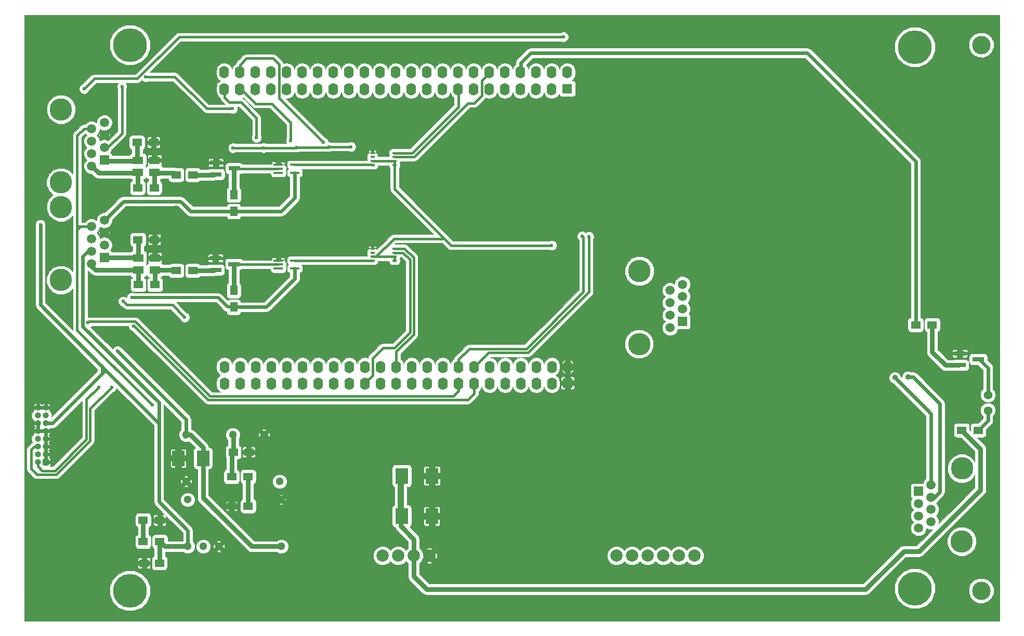
<source format=gbr>
G04 #@! TF.FileFunction,Copper,L2,Bot,Signal*
%FSLAX46Y46*%
G04 Gerber Fmt 4.6, Leading zero omitted, Abs format (unit mm)*
G04 Created by KiCad (PCBNEW 4.0.7-e2-6376~58~ubuntu16.04.1) date Fri Dec  1 14:53:18 2017*
%MOMM*%
%LPD*%
G01*
G04 APERTURE LIST*
%ADD10C,0.100000*%
%ADD11R,1.500000X1.300000*%
%ADD12C,5.500000*%
%ADD13C,3.000000*%
%ADD14R,1.500000X1.250000*%
%ADD15C,3.650000*%
%ADD16C,1.500000*%
%ADD17R,1.500000X1.500000*%
%ADD18C,2.000000*%
%ADD19C,1.300000*%
%ADD20R,1.000000X1.000000*%
%ADD21O,1.000000X1.000000*%
%ADD22C,1.400000*%
%ADD23R,2.000000X2.500000*%
%ADD24R,1.300000X1.500000*%
%ADD25R,0.750000X0.350000*%
%ADD26R,1.500000X0.400000*%
%ADD27R,1.600000X1.600000*%
%ADD28O,1.600000X2.000000*%
%ADD29R,1.700000X1.300000*%
%ADD30R,2.100000X2.600000*%
%ADD31R,1.900000X0.800000*%
%ADD32C,0.600000*%
%ADD33C,0.900000*%
%ADD34C,0.300000*%
%ADD35C,0.250000*%
%ADD36C,0.400000*%
%ADD37C,0.800000*%
%ADD38C,1.000000*%
%ADD39C,0.500000*%
%ADD40C,0.600000*%
%ADD41C,0.050000*%
G04 APERTURE END LIST*
D10*
D11*
X53150000Y-64100000D03*
X50450000Y-64100000D03*
X53100000Y-56750000D03*
X50400000Y-56750000D03*
X52950000Y-40900000D03*
X50250000Y-40900000D03*
X53050000Y-48300000D03*
X50350000Y-48300000D03*
D12*
X176939100Y-25343000D03*
X49088200Y-25001000D03*
X49088200Y-114001000D03*
D13*
X187758200Y-114001000D03*
X187758200Y-25001000D03*
D12*
X176939100Y-113659000D03*
D14*
X65950000Y-91400000D03*
X68450000Y-91400000D03*
X53907240Y-109500840D03*
X51407240Y-109500840D03*
D15*
X184607240Y-94060840D03*
X184582240Y-105965840D03*
D16*
X179582240Y-96715840D03*
D17*
X177532240Y-97740840D03*
D16*
X179582240Y-98740840D03*
X177532240Y-99765840D03*
X179582240Y-100765840D03*
X177532240Y-101790840D03*
X179582240Y-102790840D03*
X177542240Y-103805840D03*
D11*
X65650000Y-95400000D03*
X68350000Y-95400000D03*
X68350000Y-100200000D03*
X65650000Y-100200000D03*
X53950000Y-106000000D03*
X51250000Y-106000000D03*
X51250000Y-102500000D03*
X53950000Y-102500000D03*
D18*
X141037240Y-108300840D03*
X138497240Y-108300840D03*
X135957240Y-108300840D03*
X133417240Y-108300840D03*
X130877240Y-108300840D03*
X128337240Y-108300840D03*
X90237240Y-108300840D03*
X92777240Y-108300840D03*
X95317240Y-108300840D03*
X97857240Y-108300840D03*
D19*
X73497240Y-96190840D03*
X70957240Y-88570840D03*
X65877240Y-88570840D03*
X58257240Y-96190840D03*
X58257240Y-88570840D03*
X58517240Y-106780840D03*
X61057240Y-106780840D03*
X63597240Y-106780840D03*
X73757240Y-106780840D03*
X73757240Y-99160840D03*
X58517240Y-99160840D03*
D20*
X35357240Y-93040840D03*
D21*
X34087240Y-93040840D03*
X35357240Y-91770840D03*
X34087240Y-91770840D03*
X35357240Y-90500840D03*
X34087240Y-90500840D03*
X35357240Y-89230840D03*
X34087240Y-89230840D03*
X35357240Y-87960840D03*
X34087240Y-87960840D03*
X35357240Y-86690840D03*
X34087240Y-86690840D03*
X35357240Y-85420840D03*
X34087240Y-85420840D03*
X35357240Y-84150840D03*
X34087240Y-84150840D03*
D11*
X184577240Y-87820840D03*
X187277240Y-87820840D03*
X179777240Y-70630840D03*
X177077240Y-70630840D03*
D22*
X188857240Y-82060840D03*
X188857240Y-84600840D03*
D15*
X132047240Y-73770840D03*
X132072240Y-61865840D03*
D16*
X137072240Y-71115840D03*
D17*
X139122240Y-70090840D03*
D16*
X137072240Y-69090840D03*
X139122240Y-68065840D03*
X137072240Y-67065840D03*
X139122240Y-66040840D03*
X137072240Y-65040840D03*
X139112240Y-64025840D03*
D23*
X60997240Y-92390840D03*
X56997240Y-92390840D03*
D11*
X56647240Y-61790840D03*
X59347240Y-61790840D03*
X56647240Y-46190840D03*
X59347240Y-46190840D03*
D24*
X65997240Y-67740840D03*
X65997240Y-65040840D03*
X65997240Y-52140840D03*
X65997240Y-49440840D03*
D25*
X88597240Y-58215840D03*
X88597240Y-58865840D03*
X88597240Y-59515840D03*
X88597240Y-60165840D03*
X92197240Y-58215840D03*
X92197240Y-58865840D03*
X92197240Y-60165840D03*
X92197240Y-59515840D03*
X88597240Y-42615840D03*
X88597240Y-43265840D03*
X88597240Y-43915840D03*
X88597240Y-44565840D03*
X92197240Y-42615840D03*
X92197240Y-43265840D03*
X92197240Y-44565840D03*
X92197240Y-43915840D03*
D26*
X73267240Y-61440840D03*
X73267240Y-60790840D03*
X73267240Y-60140840D03*
X75927240Y-60140840D03*
X75927240Y-61440840D03*
X73267240Y-45840840D03*
X73267240Y-45190840D03*
X73267240Y-44540840D03*
X75927240Y-44540840D03*
X75927240Y-45840840D03*
D27*
X120370000Y-80135000D03*
D28*
X120370000Y-77495000D03*
X117830000Y-80235000D03*
X117830000Y-77495000D03*
X115290000Y-80235000D03*
X115290000Y-77495000D03*
X112750000Y-80235000D03*
X112750000Y-77495000D03*
X110210000Y-80235000D03*
X110210000Y-77495000D03*
X107670000Y-80235000D03*
X107670000Y-77495000D03*
X105130000Y-80235000D03*
X105130000Y-77495000D03*
X102590000Y-80235000D03*
X102590000Y-77495000D03*
X100050000Y-80235000D03*
X100050000Y-77495000D03*
X97510000Y-80235000D03*
X97510000Y-77495000D03*
X94970000Y-80235000D03*
X94970000Y-77495000D03*
X92430000Y-80235000D03*
X92430000Y-77495000D03*
X89890000Y-80235000D03*
X89890000Y-77495000D03*
X87350000Y-80235000D03*
X87350000Y-77495000D03*
X84810000Y-80235000D03*
X84810000Y-77495000D03*
X82270000Y-80235000D03*
X82270000Y-77495000D03*
X79730000Y-80235000D03*
X79730000Y-77495000D03*
X77190000Y-80235000D03*
X77190000Y-77495000D03*
X74650000Y-80235000D03*
X74650000Y-77495000D03*
X72110000Y-80235000D03*
X72110000Y-77495000D03*
X69570000Y-80235000D03*
X69570000Y-77495000D03*
X67030000Y-80235000D03*
X67030000Y-77495000D03*
X64490000Y-80235000D03*
X64490000Y-77495000D03*
D27*
X120340000Y-32115000D03*
D28*
X120340000Y-29475000D03*
X117800000Y-32215000D03*
X117800000Y-29475000D03*
X115260000Y-32215000D03*
X115260000Y-29475000D03*
X112720000Y-32215000D03*
X112720000Y-29475000D03*
X110180000Y-32215000D03*
X110180000Y-29475000D03*
X107640000Y-32215000D03*
X107640000Y-29475000D03*
X105100000Y-32215000D03*
X105100000Y-29475000D03*
X102560000Y-32215000D03*
X102560000Y-29475000D03*
X100020000Y-32215000D03*
X100020000Y-29475000D03*
X97480000Y-32215000D03*
X97480000Y-29475000D03*
X94940000Y-32215000D03*
X94940000Y-29475000D03*
X92400000Y-32215000D03*
X92400000Y-29475000D03*
X89860000Y-32215000D03*
X89860000Y-29475000D03*
X87320000Y-32215000D03*
X87320000Y-29475000D03*
X84780000Y-32215000D03*
X84780000Y-29475000D03*
X82240000Y-32215000D03*
X82240000Y-29475000D03*
X79700000Y-32215000D03*
X79700000Y-29475000D03*
X77160000Y-32215000D03*
X77160000Y-29475000D03*
X74620000Y-32215000D03*
X74620000Y-29475000D03*
X72080000Y-32215000D03*
X72080000Y-29475000D03*
X69540000Y-32215000D03*
X69540000Y-29475000D03*
X67000000Y-32215000D03*
X67000000Y-29475000D03*
X64460000Y-32215000D03*
X64460000Y-29475000D03*
D15*
X37847240Y-47430000D03*
X37872240Y-35525000D03*
D16*
X42872240Y-44775000D03*
D17*
X44922240Y-43750000D03*
D16*
X42872240Y-42750000D03*
X44922240Y-41725000D03*
X42872240Y-40725000D03*
X44922240Y-39700000D03*
X42872240Y-38700000D03*
X44912240Y-37685000D03*
D15*
X37847240Y-63340840D03*
X37872240Y-51435840D03*
D16*
X42872240Y-60685840D03*
D17*
X44922240Y-59660840D03*
D16*
X42872240Y-58660840D03*
X44922240Y-57635840D03*
X42872240Y-56635840D03*
X44922240Y-55610840D03*
X42872240Y-54610840D03*
X44912240Y-53595840D03*
D29*
X50450000Y-59750000D03*
X50450000Y-61700000D03*
X53150000Y-61700000D03*
X53150000Y-59750000D03*
X50400000Y-43800000D03*
X50400000Y-45750000D03*
X53100000Y-45750000D03*
X53100000Y-43800000D03*
D30*
X93360000Y-101840000D03*
X98260000Y-101840000D03*
X93380000Y-95270000D03*
X98280000Y-95270000D03*
D31*
X63040000Y-61680000D03*
X63040000Y-59780000D03*
X66040000Y-60730000D03*
X63090000Y-46090000D03*
X63090000Y-44190000D03*
X66090000Y-45140000D03*
X184270000Y-77210000D03*
X184270000Y-75310000D03*
X187270000Y-76260000D03*
D32*
X67697240Y-43390840D03*
X56450000Y-63500000D03*
X116800000Y-74950000D03*
X73197240Y-43290840D03*
X91100000Y-35200000D03*
X80150000Y-68250000D03*
X38150000Y-69000000D03*
X43200000Y-33100000D03*
X56400000Y-56150000D03*
X56600000Y-51450000D03*
X78697240Y-42990840D03*
X46100000Y-80800000D03*
X44000000Y-80800000D03*
X69697240Y-40090840D03*
X80597240Y-40890840D03*
X75297240Y-40590840D03*
X49400000Y-66200000D03*
X47050000Y-74900000D03*
X85097240Y-41590840D03*
X81497240Y-41590840D03*
X76297240Y-41690840D03*
X70897240Y-41790840D03*
X65897240Y-41790840D03*
X52747240Y-83740840D03*
X47797240Y-31790840D03*
X49697240Y-70840840D03*
X123847240Y-56240840D03*
X42247240Y-70290840D03*
X122747240Y-56190840D03*
X119697240Y-23690840D03*
X41647240Y-32140840D03*
X34497240Y-54290840D03*
D33*
X173697240Y-79250840D03*
X175827240Y-79150840D03*
D32*
X51600000Y-30200000D03*
X65800000Y-35400000D03*
X48000000Y-66800000D03*
X58000000Y-69400000D03*
X117797240Y-57690840D03*
D34*
X44922240Y-39670840D02*
X44922240Y-39285840D01*
D35*
X53097240Y-59740840D02*
X56090840Y-59740840D01*
X56090840Y-59740840D02*
X56350000Y-60000000D01*
D36*
X120417240Y-75317240D02*
X120417240Y-77560840D01*
X116800000Y-74950000D02*
X116900000Y-74850000D01*
X116900000Y-74850000D02*
X119950000Y-74850000D01*
X119950000Y-74850000D02*
X120417240Y-75317240D01*
D35*
X73197240Y-43290840D02*
X73197240Y-44470840D01*
X73197240Y-44470840D02*
X73267240Y-44540840D01*
X88597240Y-42615840D02*
X88597240Y-37702760D01*
X88597240Y-37702760D02*
X91100000Y-35200000D01*
X88597240Y-58215840D02*
X88597240Y-56352760D01*
X74950000Y-55650000D02*
X72800000Y-57800000D01*
X87894480Y-55650000D02*
X74950000Y-55650000D01*
X88597240Y-56352760D02*
X87894480Y-55650000D01*
X80450000Y-67950000D02*
X80450000Y-67450000D01*
X80150000Y-68250000D02*
X80450000Y-67950000D01*
D36*
X44922240Y-55610840D02*
X45139160Y-55610840D01*
X45139160Y-55610840D02*
X45850000Y-54900000D01*
X45850000Y-54900000D02*
X56100000Y-54900000D01*
X56100000Y-54900000D02*
X56400000Y-54600000D01*
X73267240Y-60140840D02*
X73267240Y-58267240D01*
X62747240Y-58502760D02*
X62747240Y-59840840D01*
X63450000Y-57800000D02*
X62747240Y-58502760D01*
X72800000Y-57800000D02*
X63450000Y-57800000D01*
X73267240Y-58267240D02*
X72800000Y-57800000D01*
X56400000Y-60050000D02*
X56400000Y-56150000D01*
X56450000Y-60100000D02*
X56400000Y-60050000D01*
X56400000Y-51650000D02*
X56400000Y-54600000D01*
X56400000Y-54600000D02*
X56400000Y-56150000D01*
X56600000Y-51450000D02*
X56400000Y-51650000D01*
D37*
X70957240Y-88570840D02*
X70957240Y-98450840D01*
X70957240Y-98450840D02*
X71667240Y-99160840D01*
X71667240Y-99160840D02*
X73757240Y-99160840D01*
D36*
X46100000Y-80800000D02*
X42600002Y-84299998D01*
X42600002Y-84299998D02*
X42600002Y-89536608D01*
X42600002Y-89536608D02*
X37086610Y-95050000D01*
X37086610Y-95050000D02*
X33900000Y-95050000D01*
X33900000Y-95050000D02*
X33000000Y-94150000D01*
X33000000Y-94150000D02*
X33000000Y-91000000D01*
X33000000Y-91000000D02*
X33499160Y-90500840D01*
X33499160Y-90500840D02*
X34087240Y-90500840D01*
X34087240Y-91770840D02*
X33817240Y-91770840D01*
X34087240Y-93687240D02*
X34087240Y-93040840D01*
X34822535Y-94422535D02*
X34087240Y-93687240D01*
X36865545Y-94422535D02*
X34822535Y-94422535D01*
X42000000Y-89288080D02*
X36865545Y-94422535D01*
X42000000Y-82800000D02*
X42000000Y-89288080D01*
X44000000Y-80800000D02*
X42000000Y-82800000D01*
X75927240Y-44540840D02*
X88572240Y-44540840D01*
X88572240Y-44540840D02*
X88597240Y-44565840D01*
X88597240Y-60165840D02*
X75952240Y-60165840D01*
X75952240Y-60165840D02*
X75927240Y-60140840D01*
X92197240Y-58865840D02*
X93572240Y-58865840D01*
X88597240Y-78900840D02*
X87397240Y-80100840D01*
X88597240Y-76090840D02*
X88597240Y-78900840D01*
X90297240Y-74390840D02*
X88597240Y-76090840D01*
X92197240Y-74390840D02*
X90297240Y-74390840D01*
X94697238Y-71890842D02*
X92197240Y-74390840D01*
X94697238Y-59990838D02*
X94697238Y-71890842D01*
X93572240Y-58865840D02*
X94697238Y-59990838D01*
X92197240Y-58215840D02*
X93822240Y-58215840D01*
X92477240Y-75010840D02*
X92477240Y-77560840D01*
X95297240Y-72190840D02*
X92477240Y-75010840D01*
X95297240Y-59690840D02*
X95297240Y-72190840D01*
X93822240Y-58215840D02*
X95297240Y-59690840D01*
X64507240Y-33600840D02*
X64507240Y-32080840D01*
X65297240Y-34390840D02*
X64507240Y-33600840D01*
X67197240Y-34390840D02*
X65297240Y-34390840D01*
X69697240Y-36890840D02*
X67197240Y-34390840D01*
X69697240Y-40090840D02*
X69697240Y-36890840D01*
X67047240Y-28240840D02*
X67047240Y-29540840D01*
X68097240Y-27190840D02*
X67047240Y-28240840D01*
X72397240Y-27190840D02*
X68097240Y-27190840D01*
X73397240Y-28190840D02*
X72397240Y-27190840D01*
X73397240Y-33690840D02*
X73397240Y-28190840D01*
X80597240Y-40890840D02*
X73397240Y-33690840D01*
X94897240Y-43265840D02*
X95372240Y-43265840D01*
X105147240Y-34490840D02*
X106397240Y-33240840D01*
X104147240Y-34490840D02*
X105147240Y-34490840D01*
X95372240Y-43265840D02*
X104147240Y-34490840D01*
X92197240Y-43265840D02*
X94897240Y-43265840D01*
X106397240Y-30830840D02*
X107687240Y-29540840D01*
X106397240Y-33240840D02*
X106397240Y-30830840D01*
X92197240Y-42615840D02*
X95072240Y-42615840D01*
X102607240Y-35080840D02*
X102607240Y-32080840D01*
X95072240Y-42615840D02*
X102607240Y-35080840D01*
X69557240Y-34590840D02*
X67047240Y-32080840D01*
X72197240Y-34590840D02*
X69557240Y-34590840D01*
X75297240Y-37690840D02*
X72197240Y-34590840D01*
X75297240Y-40590840D02*
X75297240Y-37690840D01*
D37*
X50450000Y-64100000D02*
X50450000Y-61700000D01*
X42872240Y-60685840D02*
X42872240Y-61065840D01*
X42872240Y-61065840D02*
X43497240Y-61690840D01*
X43497240Y-61690840D02*
X50397240Y-61690840D01*
X50350000Y-48300000D02*
X50350000Y-45800000D01*
X50350000Y-45800000D02*
X50400000Y-45750000D01*
X50397240Y-45890840D02*
X44017240Y-45890840D01*
X44017240Y-45890840D02*
X42872240Y-44745840D01*
D36*
X42872240Y-44745840D02*
X42872240Y-44865840D01*
D38*
X93187240Y-96420840D02*
X93187240Y-101690840D01*
D39*
X49400000Y-66200000D02*
X63450000Y-66200000D01*
X64990840Y-67740840D02*
X65997240Y-67740840D01*
X63450000Y-66200000D02*
X64990840Y-67740840D01*
D37*
X58257240Y-88570840D02*
X58920840Y-88570840D01*
X60997240Y-90647240D02*
X60997240Y-92390840D01*
X58920840Y-88570840D02*
X60997240Y-90647240D01*
X73757240Y-106780840D02*
X68930840Y-106780840D01*
X68930840Y-106780840D02*
X60997240Y-98847240D01*
X60997240Y-98847240D02*
X60997240Y-92390840D01*
D40*
X58257240Y-88570840D02*
X58257240Y-86107240D01*
X58257240Y-86107240D02*
X47050000Y-74900000D01*
X65997240Y-52140840D02*
X58990840Y-52140840D01*
X48050000Y-50500000D02*
X44954160Y-53595840D01*
X57350000Y-50500000D02*
X48050000Y-50500000D01*
X58990840Y-52140840D02*
X57350000Y-50500000D01*
D35*
X44954160Y-53595840D02*
X44912240Y-53595840D01*
D40*
X65997240Y-67740840D02*
X71309160Y-67740840D01*
X75927240Y-63122760D02*
X75927240Y-61440840D01*
X71309160Y-67740840D02*
X75927240Y-63122760D01*
X75927240Y-45840840D02*
X75927240Y-49922760D01*
X73709160Y-52140840D02*
X65997240Y-52140840D01*
X75927240Y-49922760D02*
X73709160Y-52140840D01*
D37*
X95317240Y-108300840D02*
X95317240Y-111690840D01*
X187647240Y-90890840D02*
X184577240Y-87820840D01*
X187647240Y-97570840D02*
X187647240Y-90890840D01*
X177647240Y-107570840D02*
X187647240Y-97570840D01*
X175127240Y-107570840D02*
X177647240Y-107570840D01*
X168907240Y-113790840D02*
X175127240Y-107570840D01*
X97417240Y-113790840D02*
X168907240Y-113790840D01*
X95317240Y-111690840D02*
X97417240Y-113790840D01*
X58267240Y-88580840D02*
X58257240Y-88570840D01*
X58057240Y-88770840D02*
X58257240Y-88570840D01*
X95317240Y-108300840D02*
X95317240Y-105600840D01*
X95317240Y-105600840D02*
X93187240Y-103470840D01*
X93187240Y-103470840D02*
X93187240Y-101690840D01*
D36*
X73267240Y-60790840D02*
X66047240Y-60790840D01*
D37*
X65997240Y-65040840D02*
X65997240Y-60840840D01*
X65997240Y-60840840D02*
X66047240Y-60790840D01*
D36*
X73267240Y-45190840D02*
X66047240Y-45190840D01*
D37*
X65997240Y-49440840D02*
X65997240Y-45240840D01*
X65997240Y-45240840D02*
X66047240Y-45190840D01*
D36*
X85097240Y-41590840D02*
X81497240Y-41590840D01*
X76297240Y-41690840D02*
X81397240Y-41690840D01*
X81397240Y-41690840D02*
X81497240Y-41590840D01*
X70897240Y-41790840D02*
X76197240Y-41790840D01*
X76197240Y-41790840D02*
X76297240Y-41690840D01*
X65897240Y-41790840D02*
X70897240Y-41790840D01*
D37*
X65950000Y-91400000D02*
X65950000Y-88643600D01*
X65950000Y-88643600D02*
X65877240Y-88570840D01*
X65650000Y-95400000D02*
X65650000Y-91700000D01*
X65650000Y-91700000D02*
X65950000Y-91400000D01*
D36*
X40497240Y-71490840D02*
X40497240Y-70490840D01*
X40497240Y-55190840D02*
X40497240Y-70490840D01*
X40497240Y-52235840D02*
X40497240Y-54590840D01*
X42872240Y-38670840D02*
X41617240Y-38670840D01*
X40497240Y-39790840D02*
X40497240Y-52235840D01*
X41617240Y-38670840D02*
X40497240Y-39790840D01*
X41077240Y-54610840D02*
X40497240Y-54610840D01*
X40497240Y-54590840D02*
X40497240Y-55190840D01*
X41077240Y-54610840D02*
X40497240Y-55190840D01*
X42872240Y-54610840D02*
X41077240Y-54610840D01*
X40497240Y-54610840D02*
X40517240Y-54590840D01*
X40517240Y-54590840D02*
X40597240Y-54590840D01*
X40597240Y-54590840D02*
X40497240Y-54590840D01*
X52747240Y-83740840D02*
X40497240Y-71490840D01*
X47797240Y-39390840D02*
X45492240Y-41695840D01*
X47797240Y-31790840D02*
X47797240Y-39390840D01*
X45492240Y-41695840D02*
X44922240Y-41695840D01*
X49697240Y-70840840D02*
X49722240Y-70815840D01*
X49722240Y-70815840D02*
X49697240Y-70840840D01*
X49697240Y-70840840D02*
X49697240Y-70790840D01*
X105177240Y-81860840D02*
X105177240Y-80100840D01*
X104147240Y-82890840D02*
X105177240Y-81860840D01*
X61797240Y-82890840D02*
X104147240Y-82890840D01*
X49697240Y-70790840D02*
X61797240Y-82890840D01*
X107547240Y-75190840D02*
X105177240Y-77560840D01*
X113947240Y-75190840D02*
X107547240Y-75190840D01*
X123847240Y-65290840D02*
X113947240Y-75190840D01*
X123847240Y-56240840D02*
X123847240Y-65290840D01*
X102637240Y-81400840D02*
X102637240Y-80100840D01*
X101747242Y-82290838D02*
X102637240Y-81400840D01*
X62147238Y-82290838D02*
X101747242Y-82290838D01*
X49947240Y-70090840D02*
X62147238Y-82290838D01*
X42447240Y-70090840D02*
X49947240Y-70090840D01*
X42247240Y-70290840D02*
X42447240Y-70090840D01*
X102637240Y-76300840D02*
X102637240Y-77560840D01*
X104397240Y-74540840D02*
X102637240Y-76300840D01*
X113697240Y-74540840D02*
X104397240Y-74540840D01*
X122947240Y-65290840D02*
X113697240Y-74540840D01*
X122947240Y-56390840D02*
X122947240Y-65290840D01*
X122747240Y-56190840D02*
X122947240Y-56390840D01*
X57109160Y-23690840D02*
X119697240Y-23690840D01*
X50309160Y-30490840D02*
X57109160Y-23690840D01*
X43297240Y-30490840D02*
X50309160Y-30490840D01*
X41647240Y-32140840D02*
X43297240Y-30490840D01*
D37*
X58517240Y-106780840D02*
X54730840Y-106780840D01*
X54730840Y-106780840D02*
X53950000Y-106000000D01*
X53950000Y-106000000D02*
X53950000Y-109458080D01*
X53950000Y-109458080D02*
X53907240Y-109500840D01*
D40*
X34497240Y-67380792D02*
X34497240Y-64290840D01*
X34497240Y-54290840D02*
X34497240Y-64290840D01*
X45222240Y-78115840D02*
X45072240Y-78115840D01*
X45072240Y-78115840D02*
X44602264Y-78585816D01*
X50272240Y-83165840D02*
X52247240Y-85140840D01*
X53797240Y-86690840D02*
X53797240Y-87190840D01*
X53347240Y-86240840D02*
X53797240Y-86690840D01*
X53347240Y-86240840D02*
X53347240Y-86240840D01*
X52247240Y-85140840D02*
X53347240Y-86240840D01*
X44602264Y-77495864D02*
X45222240Y-78115840D01*
X45222240Y-78115840D02*
X50272240Y-83165840D01*
X44602264Y-77485816D02*
X44602264Y-77495864D01*
X53797240Y-87190840D02*
X53797240Y-87190840D01*
X44202264Y-77085816D02*
X44602264Y-77485816D01*
X44602264Y-77485816D02*
X44602264Y-78585816D01*
X36497240Y-86690840D02*
X44097240Y-79090840D01*
X44602264Y-78585816D02*
X44097240Y-79090840D01*
X35357240Y-86690840D02*
X36497240Y-86690840D01*
X44202264Y-77085816D02*
X34497240Y-67380792D01*
X42872240Y-58660840D02*
X42227240Y-58660840D01*
X42227240Y-58660840D02*
X41397240Y-59490840D01*
X53797240Y-83290840D02*
X53797240Y-87190840D01*
X41397240Y-70890840D02*
X53797240Y-83290840D01*
X41397240Y-59490840D02*
X41397240Y-70890840D01*
X53797240Y-87190840D02*
X53797240Y-99490840D01*
X58517240Y-104210840D02*
X58517240Y-106780840D01*
X53797240Y-99490840D02*
X58517240Y-104210840D01*
D37*
X58477240Y-106820840D02*
X58517240Y-106780840D01*
D40*
X179582240Y-96715840D02*
X179582240Y-85135840D01*
X179582240Y-85135840D02*
X173697240Y-79250840D01*
X179582240Y-98740840D02*
X180127240Y-98740840D01*
X180127240Y-98740840D02*
X181047240Y-97820840D01*
X181047240Y-97820840D02*
X181047240Y-83530840D01*
X181047240Y-83530840D02*
X176667240Y-79150840D01*
X176667240Y-79150840D02*
X175827240Y-79150840D01*
X175827240Y-79150840D02*
X176667240Y-79150840D01*
X176667240Y-79150840D02*
X181047240Y-83530840D01*
X181047240Y-83530840D02*
X181047240Y-83540840D01*
X179137240Y-81630840D02*
X179137240Y-81620840D01*
X179137240Y-81620840D02*
X176667240Y-79150840D01*
X180127240Y-98740840D02*
X181047240Y-97820840D01*
X181047240Y-97820840D02*
X181047240Y-83540840D01*
X181047240Y-83540840D02*
X179137240Y-81630840D01*
D37*
X59347240Y-61790840D02*
X62697240Y-61790840D01*
X62697240Y-61790840D02*
X62747240Y-61740840D01*
X59347240Y-46190840D02*
X62697240Y-46190840D01*
X62697240Y-46190840D02*
X62747240Y-46140840D01*
X68350000Y-100200000D02*
X68350000Y-95400000D01*
X51250000Y-102500000D02*
X51250000Y-106000000D01*
D40*
X188857240Y-82060840D02*
X188857240Y-77710840D01*
X188857240Y-77710840D02*
X187427240Y-76280840D01*
X188857240Y-84600840D02*
X188857240Y-86240840D01*
X188857240Y-86240840D02*
X187277240Y-87820840D01*
D37*
X179777240Y-70630840D02*
X179777240Y-75090840D01*
X181917240Y-77230840D02*
X184127240Y-77230840D01*
X179777240Y-75090840D02*
X181917240Y-77230840D01*
D40*
X177077240Y-70630840D02*
X177077240Y-43970840D01*
X112767240Y-27920840D02*
X112767240Y-29540840D01*
X114397240Y-26290840D02*
X112767240Y-27920840D01*
X159397240Y-26290840D02*
X114397240Y-26290840D01*
X177077240Y-43970840D02*
X159397240Y-26290840D01*
D37*
X50450000Y-59750000D02*
X50450000Y-56800000D01*
X50450000Y-56800000D02*
X50400000Y-56750000D01*
X44922240Y-59660840D02*
X50317240Y-59660840D01*
X50317240Y-59660840D02*
X50397240Y-59740840D01*
X50250000Y-40900000D02*
X50250000Y-43650000D01*
D34*
X50250000Y-43650000D02*
X50400000Y-43800000D01*
D37*
X50397240Y-43940840D02*
X45142240Y-43940840D01*
X45142240Y-43940840D02*
X44922240Y-43720840D01*
D36*
X56400000Y-30200000D02*
X51600000Y-30200000D01*
X61600000Y-35400000D02*
X56400000Y-30200000D01*
X65800000Y-35400000D02*
X61600000Y-35400000D01*
X48600000Y-67400000D02*
X48000000Y-66800000D01*
X56000000Y-67400000D02*
X48600000Y-67400000D01*
X58000000Y-69400000D02*
X56000000Y-67400000D01*
X88597240Y-59515840D02*
X89172240Y-59515840D01*
X100297240Y-56590840D02*
X101397240Y-57690840D01*
X92097240Y-56590840D02*
X100297240Y-56590840D01*
X89172240Y-59515840D02*
X92097240Y-56590840D01*
X92197240Y-44565840D02*
X92197240Y-48490840D01*
X92197240Y-48490840D02*
X101397240Y-57690840D01*
X101397240Y-57690840D02*
X117797240Y-57690840D01*
X92197240Y-60165840D02*
X92197240Y-59515840D01*
X88597240Y-59515840D02*
X92197240Y-59515840D01*
X92197240Y-44565840D02*
X92197240Y-43915840D01*
X88597240Y-43915840D02*
X92197240Y-43915840D01*
D37*
X53150000Y-64100000D02*
X53150000Y-61700000D01*
X53097240Y-61690840D02*
X56547240Y-61690840D01*
X56547240Y-61690840D02*
X56647240Y-61790840D01*
X53050000Y-48300000D02*
X53050000Y-45800000D01*
X53050000Y-45800000D02*
X53100000Y-45750000D01*
X53097240Y-45890840D02*
X56347240Y-45890840D01*
X56347240Y-45890840D02*
X56647240Y-46190840D01*
D41*
G36*
X190737240Y-118890840D02*
X31927240Y-118890840D01*
X31927240Y-114649580D01*
X45812633Y-114649580D01*
X46310171Y-115853715D01*
X47230639Y-116775791D01*
X48433904Y-117275430D01*
X49736780Y-117276567D01*
X50940915Y-116779029D01*
X51862991Y-115858561D01*
X52362630Y-114655296D01*
X52363767Y-113352420D01*
X51866229Y-112148285D01*
X50945761Y-111226209D01*
X49742496Y-110726570D01*
X48439620Y-110725433D01*
X47235485Y-111222971D01*
X46313409Y-112143439D01*
X45813770Y-113346704D01*
X45812633Y-114649580D01*
X31927240Y-114649580D01*
X31927240Y-109882217D01*
X50381732Y-109882217D01*
X50381732Y-110180642D01*
X50423676Y-110281903D01*
X50501177Y-110359404D01*
X50602438Y-110401348D01*
X50963363Y-110401348D01*
X51032240Y-110332471D01*
X51032240Y-109813340D01*
X51782240Y-109813340D01*
X51782240Y-110332471D01*
X51851117Y-110401348D01*
X52212042Y-110401348D01*
X52313303Y-110359404D01*
X52390804Y-110281903D01*
X52432748Y-110180642D01*
X52432748Y-109882217D01*
X52363871Y-109813340D01*
X51782240Y-109813340D01*
X51032240Y-109813340D01*
X50450609Y-109813340D01*
X50381732Y-109882217D01*
X31927240Y-109882217D01*
X31927240Y-108821038D01*
X50381732Y-108821038D01*
X50381732Y-109119463D01*
X50450609Y-109188340D01*
X51032240Y-109188340D01*
X51032240Y-108669209D01*
X51782240Y-108669209D01*
X51782240Y-109188340D01*
X52363871Y-109188340D01*
X52432748Y-109119463D01*
X52432748Y-108821038D01*
X52390804Y-108719777D01*
X52313303Y-108642276D01*
X52212042Y-108600332D01*
X51851117Y-108600332D01*
X51782240Y-108669209D01*
X51032240Y-108669209D01*
X50963363Y-108600332D01*
X50602438Y-108600332D01*
X50501177Y-108642276D01*
X50423676Y-108719777D01*
X50381732Y-108821038D01*
X31927240Y-108821038D01*
X31927240Y-101850000D01*
X49964715Y-101850000D01*
X49964715Y-103150000D01*
X50001323Y-103344553D01*
X50116304Y-103523239D01*
X50291744Y-103643112D01*
X50325000Y-103649847D01*
X50325000Y-104847644D01*
X50305447Y-104851323D01*
X50126761Y-104966304D01*
X50006888Y-105141744D01*
X49964715Y-105350000D01*
X49964715Y-106650000D01*
X50001323Y-106844553D01*
X50116304Y-107023239D01*
X50291744Y-107143112D01*
X50500000Y-107185285D01*
X52000000Y-107185285D01*
X52194553Y-107148677D01*
X52373239Y-107033696D01*
X52493112Y-106858256D01*
X52535285Y-106650000D01*
X52535285Y-105350000D01*
X52498677Y-105155447D01*
X52383696Y-104976761D01*
X52208256Y-104856888D01*
X52175000Y-104850153D01*
X52175000Y-103652356D01*
X52194553Y-103648677D01*
X52373239Y-103533696D01*
X52493112Y-103358256D01*
X52535285Y-103150000D01*
X52535285Y-102893877D01*
X52924492Y-102893877D01*
X52924492Y-103204802D01*
X52966436Y-103306063D01*
X53043937Y-103383564D01*
X53145198Y-103425508D01*
X53506123Y-103425508D01*
X53575000Y-103356631D01*
X53575000Y-102825000D01*
X54325000Y-102825000D01*
X54325000Y-103356631D01*
X54393877Y-103425508D01*
X54754802Y-103425508D01*
X54856063Y-103383564D01*
X54933564Y-103306063D01*
X54975508Y-103204802D01*
X54975508Y-102893877D01*
X54906631Y-102825000D01*
X54325000Y-102825000D01*
X53575000Y-102825000D01*
X52993369Y-102825000D01*
X52924492Y-102893877D01*
X52535285Y-102893877D01*
X52535285Y-101850000D01*
X52524974Y-101795198D01*
X52924492Y-101795198D01*
X52924492Y-102106123D01*
X52993369Y-102175000D01*
X53575000Y-102175000D01*
X53575000Y-101643369D01*
X53506123Y-101574492D01*
X53145198Y-101574492D01*
X53043937Y-101616436D01*
X52966436Y-101693937D01*
X52924492Y-101795198D01*
X52524974Y-101795198D01*
X52498677Y-101655447D01*
X52383696Y-101476761D01*
X52208256Y-101356888D01*
X52000000Y-101314715D01*
X50500000Y-101314715D01*
X50305447Y-101351323D01*
X50126761Y-101466304D01*
X50006888Y-101641744D01*
X49964715Y-101850000D01*
X31927240Y-101850000D01*
X31927240Y-91000000D01*
X32275000Y-91000000D01*
X32275000Y-94150000D01*
X32309810Y-94325000D01*
X32330187Y-94427446D01*
X32487348Y-94662652D01*
X33387347Y-95562652D01*
X33496489Y-95635578D01*
X33622555Y-95719813D01*
X33900000Y-95775000D01*
X37086610Y-95775000D01*
X37318025Y-95728969D01*
X37364056Y-95719813D01*
X37599262Y-95562652D01*
X43112655Y-90049260D01*
X43269815Y-89814054D01*
X43325002Y-89536608D01*
X43325002Y-84600302D01*
X46326059Y-81599246D01*
X46566715Y-81499809D01*
X46798993Y-81267935D01*
X46918883Y-80979209D01*
X52972240Y-87032566D01*
X52972240Y-99490840D01*
X53035039Y-99806554D01*
X53213877Y-100074203D01*
X54714166Y-101574492D01*
X54393877Y-101574492D01*
X54325000Y-101643369D01*
X54325000Y-102175000D01*
X54906631Y-102175000D01*
X54975508Y-102106123D01*
X54975508Y-101835834D01*
X57692240Y-104552566D01*
X57692240Y-105855840D01*
X55235285Y-105855840D01*
X55235285Y-105350000D01*
X55198677Y-105155447D01*
X55083696Y-104976761D01*
X54908256Y-104856888D01*
X54700000Y-104814715D01*
X53200000Y-104814715D01*
X53005447Y-104851323D01*
X52826761Y-104966304D01*
X52706888Y-105141744D01*
X52664715Y-105350000D01*
X52664715Y-106650000D01*
X52701323Y-106844553D01*
X52816304Y-107023239D01*
X52991744Y-107143112D01*
X53025000Y-107149847D01*
X53025000Y-108365438D01*
X52962687Y-108377163D01*
X52784001Y-108492144D01*
X52664128Y-108667584D01*
X52621955Y-108875840D01*
X52621955Y-110125840D01*
X52658563Y-110320393D01*
X52773544Y-110499079D01*
X52948984Y-110618952D01*
X53157240Y-110661125D01*
X54657240Y-110661125D01*
X54851793Y-110624517D01*
X55030479Y-110509536D01*
X55150352Y-110334096D01*
X55192525Y-110125840D01*
X55192525Y-108875840D01*
X55155917Y-108681287D01*
X55105445Y-108602851D01*
X88711975Y-108602851D01*
X88943654Y-109163555D01*
X89372269Y-109592919D01*
X89932568Y-109825575D01*
X90539251Y-109826105D01*
X91099955Y-109594426D01*
X91507575Y-109187517D01*
X91912269Y-109592919D01*
X92472568Y-109825575D01*
X93079251Y-109826105D01*
X93639955Y-109594426D01*
X94047575Y-109187517D01*
X94392240Y-109532785D01*
X94392240Y-111690840D01*
X94462651Y-112044823D01*
X94663166Y-112344914D01*
X96763164Y-114444911D01*
X96763166Y-114444914D01*
X97063258Y-114645429D01*
X97417240Y-114715840D01*
X168907240Y-114715840D01*
X169261223Y-114645429D01*
X169561314Y-114444914D01*
X169698648Y-114307580D01*
X173663533Y-114307580D01*
X174161071Y-115511715D01*
X175081539Y-116433791D01*
X176284804Y-116933430D01*
X177587680Y-116934567D01*
X178791815Y-116437029D01*
X179713891Y-115516561D01*
X180176684Y-114402030D01*
X185732849Y-114402030D01*
X186040488Y-115146572D01*
X186609632Y-115716710D01*
X187353635Y-116025648D01*
X188159230Y-116026351D01*
X188903772Y-115718712D01*
X189473910Y-115149568D01*
X189782848Y-114405565D01*
X189783551Y-113599970D01*
X189475912Y-112855428D01*
X188906768Y-112285290D01*
X188162765Y-111976352D01*
X187357170Y-111975649D01*
X186612628Y-112283288D01*
X186042490Y-112852432D01*
X185733552Y-113596435D01*
X185732849Y-114402030D01*
X180176684Y-114402030D01*
X180213530Y-114313296D01*
X180214667Y-113010420D01*
X179717129Y-111806285D01*
X178796661Y-110884209D01*
X177593396Y-110384570D01*
X176290520Y-110383433D01*
X175086385Y-110880971D01*
X174164309Y-111801439D01*
X173664670Y-113004704D01*
X173663533Y-114307580D01*
X169698648Y-114307580D01*
X175510388Y-108495840D01*
X177647240Y-108495840D01*
X178001223Y-108425429D01*
X178301314Y-108224914D01*
X180094995Y-106431233D01*
X182231833Y-106431233D01*
X182588845Y-107295269D01*
X183249334Y-107956911D01*
X184112745Y-108315431D01*
X185047633Y-108316247D01*
X185911669Y-107959235D01*
X186573311Y-107298746D01*
X186931831Y-106435335D01*
X186932647Y-105500447D01*
X186575635Y-104636411D01*
X185915146Y-103974769D01*
X185051735Y-103616249D01*
X184116847Y-103615433D01*
X183252811Y-103972445D01*
X182591169Y-104632934D01*
X182232649Y-105496345D01*
X182231833Y-106431233D01*
X180094995Y-106431233D01*
X188301314Y-98224914D01*
X188501829Y-97924822D01*
X188572241Y-97570840D01*
X188572240Y-97570835D01*
X188572240Y-90890845D01*
X188572241Y-90890840D01*
X188501829Y-90536858D01*
X188301314Y-90236766D01*
X187070673Y-89006125D01*
X188027240Y-89006125D01*
X188221793Y-88969517D01*
X188400479Y-88854536D01*
X188520352Y-88679096D01*
X188562525Y-88470840D01*
X188562525Y-87702281D01*
X189440603Y-86824203D01*
X189619441Y-86556554D01*
X189682240Y-86240840D01*
X189682240Y-85508180D01*
X189895139Y-85295653D01*
X190082027Y-84845577D01*
X190082452Y-84358241D01*
X189896350Y-83907840D01*
X189552053Y-83562941D01*
X189101977Y-83376053D01*
X188614641Y-83375628D01*
X188164240Y-83561730D01*
X187819341Y-83906027D01*
X187632453Y-84356103D01*
X187632028Y-84843439D01*
X187818130Y-85293840D01*
X188032240Y-85508324D01*
X188032240Y-85899114D01*
X187295799Y-86635555D01*
X186527240Y-86635555D01*
X186332687Y-86672163D01*
X186154001Y-86787144D01*
X186034128Y-86962584D01*
X185991955Y-87170840D01*
X185991955Y-87927407D01*
X185862525Y-87797977D01*
X185862525Y-87170840D01*
X185825917Y-86976287D01*
X185710936Y-86797601D01*
X185535496Y-86677728D01*
X185327240Y-86635555D01*
X183827240Y-86635555D01*
X183632687Y-86672163D01*
X183454001Y-86787144D01*
X183334128Y-86962584D01*
X183291955Y-87170840D01*
X183291955Y-88470840D01*
X183328563Y-88665393D01*
X183443544Y-88844079D01*
X183618984Y-88963952D01*
X183827240Y-89006125D01*
X184454377Y-89006125D01*
X186722240Y-91273988D01*
X186722240Y-93025718D01*
X186600635Y-92731411D01*
X185940146Y-92069769D01*
X185076735Y-91711249D01*
X184141847Y-91710433D01*
X183277811Y-92067445D01*
X182616169Y-92727934D01*
X182257649Y-93591345D01*
X182256833Y-94526233D01*
X182613845Y-95390269D01*
X183274334Y-96051911D01*
X184137745Y-96410431D01*
X185072633Y-96411247D01*
X185936669Y-96054235D01*
X186598311Y-95393746D01*
X186722240Y-95095292D01*
X186722240Y-97187692D01*
X180851800Y-103058132D01*
X180857018Y-103045566D01*
X180857461Y-102538339D01*
X180663763Y-102069554D01*
X180372864Y-101778146D01*
X180662502Y-101489013D01*
X180857018Y-101020566D01*
X180857461Y-100513339D01*
X180663763Y-100044554D01*
X180372864Y-99753146D01*
X180662502Y-99464013D01*
X180727624Y-99307182D01*
X181630603Y-98404203D01*
X181809441Y-98136554D01*
X181872240Y-97820840D01*
X181872240Y-83530840D01*
X181809441Y-83215126D01*
X181630603Y-82947477D01*
X177250603Y-78567477D01*
X176982954Y-78388639D01*
X176667240Y-78325840D01*
X176381334Y-78325840D01*
X176380254Y-78324758D01*
X176022030Y-78176010D01*
X175634151Y-78175671D01*
X175275669Y-78323794D01*
X175001158Y-78597826D01*
X174852410Y-78956050D01*
X174852163Y-79239037D01*
X174672408Y-79059282D01*
X174672409Y-79057751D01*
X174524286Y-78699269D01*
X174250254Y-78424758D01*
X173892030Y-78276010D01*
X173504151Y-78275671D01*
X173145669Y-78423794D01*
X172871158Y-78697826D01*
X172722410Y-79056050D01*
X172722071Y-79443929D01*
X172870194Y-79802411D01*
X173144226Y-80076922D01*
X173502450Y-80225670D01*
X173505347Y-80225673D01*
X178757240Y-85477566D01*
X178757240Y-95737850D01*
X178501978Y-95992667D01*
X178307635Y-96460698D01*
X178282240Y-96455555D01*
X176782240Y-96455555D01*
X176587687Y-96492163D01*
X176409001Y-96607144D01*
X176289128Y-96782584D01*
X176246955Y-96990840D01*
X176246955Y-98490840D01*
X176283563Y-98685393D01*
X176398544Y-98864079D01*
X176536472Y-98958321D01*
X176451978Y-99042667D01*
X176257462Y-99511114D01*
X176257019Y-100018341D01*
X176450717Y-100487126D01*
X176741616Y-100778534D01*
X176451978Y-101067667D01*
X176257462Y-101536114D01*
X176257019Y-102043341D01*
X176450717Y-102512126D01*
X176741608Y-102803525D01*
X176461978Y-103082667D01*
X176267462Y-103551114D01*
X176267019Y-104058341D01*
X176460717Y-104527126D01*
X176819067Y-104886102D01*
X177287514Y-105080618D01*
X177794741Y-105081061D01*
X178263526Y-104887363D01*
X178622502Y-104529013D01*
X178817018Y-104060566D01*
X178817220Y-103829182D01*
X178859067Y-103871102D01*
X179327514Y-104065618D01*
X179834741Y-104066061D01*
X179850300Y-104059632D01*
X177264092Y-106645840D01*
X175127240Y-106645840D01*
X174773258Y-106716251D01*
X174513151Y-106890049D01*
X174473166Y-106916766D01*
X168524092Y-112865840D01*
X97800387Y-112865840D01*
X96242240Y-111307692D01*
X96242240Y-109532250D01*
X96324348Y-109450285D01*
X97414902Y-109450285D01*
X97556090Y-109565988D01*
X98063166Y-109584930D01*
X98158390Y-109565988D01*
X98299578Y-109450285D01*
X97857240Y-109007947D01*
X97414902Y-109450285D01*
X96324348Y-109450285D01*
X96609319Y-109165811D01*
X96839500Y-108611473D01*
X97150133Y-108300840D01*
X98564347Y-108300840D01*
X99006685Y-108743178D01*
X99121682Y-108602851D01*
X126811975Y-108602851D01*
X127043654Y-109163555D01*
X127472269Y-109592919D01*
X128032568Y-109825575D01*
X128639251Y-109826105D01*
X129199955Y-109594426D01*
X129607575Y-109187517D01*
X130012269Y-109592919D01*
X130572568Y-109825575D01*
X131179251Y-109826105D01*
X131739955Y-109594426D01*
X132147575Y-109187517D01*
X132552269Y-109592919D01*
X133112568Y-109825575D01*
X133719251Y-109826105D01*
X134279955Y-109594426D01*
X134687575Y-109187517D01*
X135092269Y-109592919D01*
X135652568Y-109825575D01*
X136259251Y-109826105D01*
X136819955Y-109594426D01*
X137227575Y-109187517D01*
X137632269Y-109592919D01*
X138192568Y-109825575D01*
X138799251Y-109826105D01*
X139359955Y-109594426D01*
X139767575Y-109187517D01*
X140172269Y-109592919D01*
X140732568Y-109825575D01*
X141339251Y-109826105D01*
X141899955Y-109594426D01*
X142329319Y-109165811D01*
X142561975Y-108605512D01*
X142562505Y-107998829D01*
X142330826Y-107438125D01*
X141902211Y-107008761D01*
X141341912Y-106776105D01*
X140735229Y-106775575D01*
X140174525Y-107007254D01*
X139766905Y-107414163D01*
X139362211Y-107008761D01*
X138801912Y-106776105D01*
X138195229Y-106775575D01*
X137634525Y-107007254D01*
X137226905Y-107414163D01*
X136822211Y-107008761D01*
X136261912Y-106776105D01*
X135655229Y-106775575D01*
X135094525Y-107007254D01*
X134686905Y-107414163D01*
X134282211Y-107008761D01*
X133721912Y-106776105D01*
X133115229Y-106775575D01*
X132554525Y-107007254D01*
X132146905Y-107414163D01*
X131742211Y-107008761D01*
X131181912Y-106776105D01*
X130575229Y-106775575D01*
X130014525Y-107007254D01*
X129606905Y-107414163D01*
X129202211Y-107008761D01*
X128641912Y-106776105D01*
X128035229Y-106775575D01*
X127474525Y-107007254D01*
X127045161Y-107435869D01*
X126812505Y-107996168D01*
X126811975Y-108602851D01*
X99121682Y-108602851D01*
X99122388Y-108601990D01*
X99141330Y-108094914D01*
X99122388Y-107999690D01*
X99006685Y-107858502D01*
X98564347Y-108300840D01*
X97150133Y-108300840D01*
X96838550Y-107989257D01*
X96610826Y-107438125D01*
X96324597Y-107151395D01*
X97414902Y-107151395D01*
X97857240Y-107593733D01*
X98299578Y-107151395D01*
X98158390Y-107035692D01*
X97651314Y-107016750D01*
X97556090Y-107035692D01*
X97414902Y-107151395D01*
X96324597Y-107151395D01*
X96242240Y-107068895D01*
X96242240Y-105600840D01*
X96171829Y-105246858D01*
X96171829Y-105246857D01*
X95971314Y-104946766D01*
X94640253Y-103615705D01*
X94783239Y-103523696D01*
X94903112Y-103348256D01*
X94945285Y-103140000D01*
X94945285Y-102409277D01*
X96934492Y-102409277D01*
X96934492Y-103194802D01*
X96976436Y-103296063D01*
X97053937Y-103373564D01*
X97155198Y-103415508D01*
X97690723Y-103415508D01*
X97759600Y-103346631D01*
X97759600Y-102340400D01*
X98760400Y-102340400D01*
X98760400Y-103346631D01*
X98829277Y-103415508D01*
X99364802Y-103415508D01*
X99466063Y-103373564D01*
X99543564Y-103296063D01*
X99585508Y-103194802D01*
X99585508Y-102409277D01*
X99516631Y-102340400D01*
X98760400Y-102340400D01*
X97759600Y-102340400D01*
X97003369Y-102340400D01*
X96934492Y-102409277D01*
X94945285Y-102409277D01*
X94945285Y-100540000D01*
X94934974Y-100485198D01*
X96934492Y-100485198D01*
X96934492Y-101270723D01*
X97003369Y-101339600D01*
X97759600Y-101339600D01*
X97759600Y-100333369D01*
X98760400Y-100333369D01*
X98760400Y-101339600D01*
X99516631Y-101339600D01*
X99585508Y-101270723D01*
X99585508Y-100485198D01*
X99543564Y-100383937D01*
X99466063Y-100306436D01*
X99364802Y-100264492D01*
X98829277Y-100264492D01*
X98760400Y-100333369D01*
X97759600Y-100333369D01*
X97690723Y-100264492D01*
X97155198Y-100264492D01*
X97053937Y-100306436D01*
X96976436Y-100383937D01*
X96934492Y-100485198D01*
X94934974Y-100485198D01*
X94908677Y-100345447D01*
X94793696Y-100166761D01*
X94618256Y-100046888D01*
X94410000Y-100004715D01*
X94212240Y-100004715D01*
X94212240Y-97105285D01*
X94430000Y-97105285D01*
X94624553Y-97068677D01*
X94803239Y-96953696D01*
X94923112Y-96778256D01*
X94965285Y-96570000D01*
X94965285Y-95839277D01*
X96954492Y-95839277D01*
X96954492Y-96624802D01*
X96996436Y-96726063D01*
X97073937Y-96803564D01*
X97175198Y-96845508D01*
X97710723Y-96845508D01*
X97779600Y-96776631D01*
X97779600Y-95770400D01*
X98780400Y-95770400D01*
X98780400Y-96776631D01*
X98849277Y-96845508D01*
X99384802Y-96845508D01*
X99486063Y-96803564D01*
X99563564Y-96726063D01*
X99605508Y-96624802D01*
X99605508Y-95839277D01*
X99536631Y-95770400D01*
X98780400Y-95770400D01*
X97779600Y-95770400D01*
X97023369Y-95770400D01*
X96954492Y-95839277D01*
X94965285Y-95839277D01*
X94965285Y-93970000D01*
X94954974Y-93915198D01*
X96954492Y-93915198D01*
X96954492Y-94700723D01*
X97023369Y-94769600D01*
X97779600Y-94769600D01*
X97779600Y-93763369D01*
X98780400Y-93763369D01*
X98780400Y-94769600D01*
X99536631Y-94769600D01*
X99605508Y-94700723D01*
X99605508Y-93915198D01*
X99563564Y-93813937D01*
X99486063Y-93736436D01*
X99384802Y-93694492D01*
X98849277Y-93694492D01*
X98780400Y-93763369D01*
X97779600Y-93763369D01*
X97710723Y-93694492D01*
X97175198Y-93694492D01*
X97073937Y-93736436D01*
X96996436Y-93813937D01*
X96954492Y-93915198D01*
X94954974Y-93915198D01*
X94928677Y-93775447D01*
X94813696Y-93596761D01*
X94638256Y-93476888D01*
X94430000Y-93434715D01*
X92330000Y-93434715D01*
X92135447Y-93471323D01*
X91956761Y-93586304D01*
X91836888Y-93761744D01*
X91794715Y-93970000D01*
X91794715Y-96570000D01*
X91831323Y-96764553D01*
X91946304Y-96943239D01*
X92121744Y-97063112D01*
X92162240Y-97071313D01*
X92162240Y-100032518D01*
X92115447Y-100041323D01*
X91936761Y-100156304D01*
X91816888Y-100331744D01*
X91774715Y-100540000D01*
X91774715Y-103140000D01*
X91811323Y-103334553D01*
X91926304Y-103513239D01*
X92101744Y-103633112D01*
X92302609Y-103673788D01*
X92332651Y-103824823D01*
X92533166Y-104124914D01*
X94392240Y-105983988D01*
X94392240Y-107069430D01*
X94046905Y-107414163D01*
X93642211Y-107008761D01*
X93081912Y-106776105D01*
X92475229Y-106775575D01*
X91914525Y-107007254D01*
X91506905Y-107414163D01*
X91102211Y-107008761D01*
X90541912Y-106776105D01*
X89935229Y-106775575D01*
X89374525Y-107007254D01*
X88945161Y-107435869D01*
X88712505Y-107996168D01*
X88711975Y-108602851D01*
X55105445Y-108602851D01*
X55040936Y-108502601D01*
X54875000Y-108389222D01*
X54875000Y-107705840D01*
X57780374Y-107705840D01*
X57850787Y-107776376D01*
X58282493Y-107955636D01*
X58749937Y-107956044D01*
X59181955Y-107777538D01*
X59512776Y-107447293D01*
X59692036Y-107015587D01*
X59692037Y-107013537D01*
X59882036Y-107013537D01*
X60060542Y-107445555D01*
X60390787Y-107776376D01*
X60822493Y-107955636D01*
X61289937Y-107956044D01*
X61721955Y-107777538D01*
X61914902Y-107584926D01*
X63252774Y-107584926D01*
X63339447Y-107688584D01*
X63706449Y-107718139D01*
X63855033Y-107688584D01*
X63941706Y-107584926D01*
X63597240Y-107240459D01*
X63252774Y-107584926D01*
X61914902Y-107584926D01*
X62052776Y-107447293D01*
X62232036Y-107015587D01*
X62232145Y-106890049D01*
X62659941Y-106890049D01*
X62689496Y-107038633D01*
X62793154Y-107125306D01*
X63137621Y-106780840D01*
X64056859Y-106780840D01*
X64401326Y-107125306D01*
X64504984Y-107038633D01*
X64534539Y-106671631D01*
X64504984Y-106523047D01*
X64401326Y-106436374D01*
X64056859Y-106780840D01*
X63137621Y-106780840D01*
X62793154Y-106436374D01*
X62689496Y-106523047D01*
X62659941Y-106890049D01*
X62232145Y-106890049D01*
X62232444Y-106548143D01*
X62053938Y-106116125D01*
X61914810Y-105976754D01*
X63252774Y-105976754D01*
X63597240Y-106321221D01*
X63941706Y-105976754D01*
X63855033Y-105873096D01*
X63488031Y-105843541D01*
X63339447Y-105873096D01*
X63252774Y-105976754D01*
X61914810Y-105976754D01*
X61723693Y-105785304D01*
X61291987Y-105606044D01*
X60824543Y-105605636D01*
X60392525Y-105784142D01*
X60061704Y-106114387D01*
X59882444Y-106546093D01*
X59882036Y-107013537D01*
X59692037Y-107013537D01*
X59692444Y-106548143D01*
X59513938Y-106116125D01*
X59342240Y-105944128D01*
X59342240Y-104210840D01*
X59279441Y-103895126D01*
X59100603Y-103627477D01*
X54866663Y-99393537D01*
X57342036Y-99393537D01*
X57520542Y-99825555D01*
X57850787Y-100156376D01*
X58282493Y-100335636D01*
X58749937Y-100336044D01*
X59181955Y-100157538D01*
X59512776Y-99827293D01*
X59692036Y-99395587D01*
X59692444Y-98928143D01*
X59513938Y-98496125D01*
X59183693Y-98165304D01*
X58751987Y-97986044D01*
X58284543Y-97985636D01*
X57852525Y-98164142D01*
X57521704Y-98494387D01*
X57342444Y-98926093D01*
X57342036Y-99393537D01*
X54866663Y-99393537D01*
X54622240Y-99149114D01*
X54622240Y-96994926D01*
X57912774Y-96994926D01*
X57999447Y-97098584D01*
X58366449Y-97128139D01*
X58515033Y-97098584D01*
X58601706Y-96994926D01*
X58257240Y-96650459D01*
X57912774Y-96994926D01*
X54622240Y-96994926D01*
X54622240Y-96300049D01*
X57319941Y-96300049D01*
X57349496Y-96448633D01*
X57453154Y-96535306D01*
X57797621Y-96190840D01*
X58716859Y-96190840D01*
X59061326Y-96535306D01*
X59164984Y-96448633D01*
X59194539Y-96081631D01*
X59164984Y-95933047D01*
X59061326Y-95846374D01*
X58716859Y-96190840D01*
X57797621Y-96190840D01*
X57453154Y-95846374D01*
X57349496Y-95933047D01*
X57319941Y-96300049D01*
X54622240Y-96300049D01*
X54622240Y-95386754D01*
X57912774Y-95386754D01*
X58257240Y-95731221D01*
X58601706Y-95386754D01*
X58515033Y-95283096D01*
X58148031Y-95253541D01*
X57999447Y-95283096D01*
X57912774Y-95386754D01*
X54622240Y-95386754D01*
X54622240Y-92960117D01*
X55721732Y-92960117D01*
X55721732Y-93695642D01*
X55763676Y-93796903D01*
X55841177Y-93874404D01*
X55942438Y-93916348D01*
X56428363Y-93916348D01*
X56497240Y-93847471D01*
X56497240Y-92891240D01*
X57497240Y-92891240D01*
X57497240Y-93847471D01*
X57566117Y-93916348D01*
X58052042Y-93916348D01*
X58153303Y-93874404D01*
X58230804Y-93796903D01*
X58272748Y-93695642D01*
X58272748Y-92960117D01*
X58203871Y-92891240D01*
X57497240Y-92891240D01*
X56497240Y-92891240D01*
X55790609Y-92891240D01*
X55721732Y-92960117D01*
X54622240Y-92960117D01*
X54622240Y-91086038D01*
X55721732Y-91086038D01*
X55721732Y-91821563D01*
X55790609Y-91890440D01*
X56497240Y-91890440D01*
X56497240Y-90934209D01*
X57497240Y-90934209D01*
X57497240Y-91890440D01*
X58203871Y-91890440D01*
X58272748Y-91821563D01*
X58272748Y-91086038D01*
X58230804Y-90984777D01*
X58153303Y-90907276D01*
X58052042Y-90865332D01*
X57566117Y-90865332D01*
X57497240Y-90934209D01*
X56497240Y-90934209D01*
X56428363Y-90865332D01*
X55942438Y-90865332D01*
X55841177Y-90907276D01*
X55763676Y-90984777D01*
X55721732Y-91086038D01*
X54622240Y-91086038D01*
X54622240Y-83638966D01*
X57432240Y-86448966D01*
X57432240Y-87734148D01*
X57261704Y-87904387D01*
X57082444Y-88336093D01*
X57082036Y-88803537D01*
X57191384Y-89068180D01*
X57202651Y-89124823D01*
X57234456Y-89172423D01*
X57260542Y-89235555D01*
X57309227Y-89284325D01*
X57403166Y-89424914D01*
X57542528Y-89518033D01*
X57590787Y-89566376D01*
X57654427Y-89592801D01*
X57703257Y-89625429D01*
X57760353Y-89636786D01*
X58022493Y-89745636D01*
X58489937Y-89746044D01*
X58700778Y-89658926D01*
X59730479Y-90688627D01*
X59624001Y-90757144D01*
X59504128Y-90932584D01*
X59461955Y-91140840D01*
X59461955Y-93640840D01*
X59498563Y-93835393D01*
X59613544Y-94014079D01*
X59788984Y-94133952D01*
X59997240Y-94176125D01*
X60072240Y-94176125D01*
X60072240Y-98847240D01*
X60142651Y-99201223D01*
X60343166Y-99501314D01*
X68276766Y-107434914D01*
X68576858Y-107635429D01*
X68930840Y-107705841D01*
X68930845Y-107705840D01*
X73020374Y-107705840D01*
X73090787Y-107776376D01*
X73522493Y-107955636D01*
X73989937Y-107956044D01*
X74421955Y-107777538D01*
X74752776Y-107447293D01*
X74932036Y-107015587D01*
X74932444Y-106548143D01*
X74753938Y-106116125D01*
X74423693Y-105785304D01*
X73991987Y-105606044D01*
X73524543Y-105605636D01*
X73092525Y-105784142D01*
X73020702Y-105855840D01*
X69313988Y-105855840D01*
X64014398Y-100556250D01*
X64775000Y-100556250D01*
X64775000Y-100874864D01*
X64794030Y-100920807D01*
X64829193Y-100955970D01*
X64875136Y-100975000D01*
X65243750Y-100975000D01*
X65275000Y-100943750D01*
X65275000Y-100525000D01*
X66025000Y-100525000D01*
X66025000Y-100943750D01*
X66056250Y-100975000D01*
X66424864Y-100975000D01*
X66470807Y-100955970D01*
X66505970Y-100920807D01*
X66525000Y-100874864D01*
X66525000Y-100556250D01*
X66493750Y-100525000D01*
X66025000Y-100525000D01*
X65275000Y-100525000D01*
X64806250Y-100525000D01*
X64775000Y-100556250D01*
X64014398Y-100556250D01*
X62983284Y-99525136D01*
X64775000Y-99525136D01*
X64775000Y-99843750D01*
X64806250Y-99875000D01*
X65275000Y-99875000D01*
X65275000Y-99456250D01*
X66025000Y-99456250D01*
X66025000Y-99875000D01*
X66493750Y-99875000D01*
X66525000Y-99843750D01*
X66525000Y-99525136D01*
X66505970Y-99479193D01*
X66470807Y-99444030D01*
X66424864Y-99425000D01*
X66056250Y-99425000D01*
X66025000Y-99456250D01*
X65275000Y-99456250D01*
X65243750Y-99425000D01*
X64875136Y-99425000D01*
X64829193Y-99444030D01*
X64794030Y-99479193D01*
X64775000Y-99525136D01*
X62983284Y-99525136D01*
X61922240Y-98464092D01*
X61922240Y-94750000D01*
X64364715Y-94750000D01*
X64364715Y-96050000D01*
X64401323Y-96244553D01*
X64516304Y-96423239D01*
X64691744Y-96543112D01*
X64900000Y-96585285D01*
X66400000Y-96585285D01*
X66594553Y-96548677D01*
X66773239Y-96433696D01*
X66893112Y-96258256D01*
X66935285Y-96050000D01*
X66935285Y-94750000D01*
X67064715Y-94750000D01*
X67064715Y-96050000D01*
X67101323Y-96244553D01*
X67216304Y-96423239D01*
X67391744Y-96543112D01*
X67425000Y-96549847D01*
X67425000Y-99047644D01*
X67405447Y-99051323D01*
X67226761Y-99166304D01*
X67106888Y-99341744D01*
X67064715Y-99550000D01*
X67064715Y-100850000D01*
X67101323Y-101044553D01*
X67216304Y-101223239D01*
X67391744Y-101343112D01*
X67600000Y-101385285D01*
X69100000Y-101385285D01*
X69294553Y-101348677D01*
X69473239Y-101233696D01*
X69593112Y-101058256D01*
X69635285Y-100850000D01*
X69635285Y-99875601D01*
X73502099Y-99875601D01*
X73596817Y-99934567D01*
X73905121Y-99937062D01*
X73917663Y-99934567D01*
X74012381Y-99875601D01*
X73757240Y-99620459D01*
X73502099Y-99875601D01*
X69635285Y-99875601D01*
X69635285Y-99550000D01*
X69598677Y-99355447D01*
X69568610Y-99308721D01*
X72981018Y-99308721D01*
X72983513Y-99321263D01*
X73042479Y-99415981D01*
X73297621Y-99160840D01*
X74216859Y-99160840D01*
X74472001Y-99415981D01*
X74530967Y-99321263D01*
X74533462Y-99012959D01*
X74530967Y-99000417D01*
X74472001Y-98905699D01*
X74216859Y-99160840D01*
X73297621Y-99160840D01*
X73042479Y-98905699D01*
X72983513Y-99000417D01*
X72981018Y-99308721D01*
X69568610Y-99308721D01*
X69483696Y-99176761D01*
X69308256Y-99056888D01*
X69275000Y-99050153D01*
X69275000Y-98446079D01*
X73502099Y-98446079D01*
X73757240Y-98701221D01*
X74012381Y-98446079D01*
X73917663Y-98387113D01*
X73609359Y-98384618D01*
X73596817Y-98387113D01*
X73502099Y-98446079D01*
X69275000Y-98446079D01*
X69275000Y-96552356D01*
X69294553Y-96548677D01*
X69473239Y-96433696D01*
X69480180Y-96423537D01*
X72322036Y-96423537D01*
X72500542Y-96855555D01*
X72830787Y-97186376D01*
X73262493Y-97365636D01*
X73729937Y-97366044D01*
X74161955Y-97187538D01*
X74492776Y-96857293D01*
X74672036Y-96425587D01*
X74672444Y-95958143D01*
X74493938Y-95526125D01*
X74163693Y-95195304D01*
X73731987Y-95016044D01*
X73264543Y-95015636D01*
X72832525Y-95194142D01*
X72501704Y-95524387D01*
X72322444Y-95956093D01*
X72322036Y-96423537D01*
X69480180Y-96423537D01*
X69593112Y-96258256D01*
X69635285Y-96050000D01*
X69635285Y-94750000D01*
X69598677Y-94555447D01*
X69483696Y-94376761D01*
X69308256Y-94256888D01*
X69100000Y-94214715D01*
X67600000Y-94214715D01*
X67405447Y-94251323D01*
X67226761Y-94366304D01*
X67106888Y-94541744D01*
X67064715Y-94750000D01*
X66935285Y-94750000D01*
X66898677Y-94555447D01*
X66783696Y-94376761D01*
X66608256Y-94256888D01*
X66575000Y-94250153D01*
X66575000Y-92560285D01*
X66700000Y-92560285D01*
X66894553Y-92523677D01*
X67073239Y-92408696D01*
X67193112Y-92233256D01*
X67235285Y-92025000D01*
X67235285Y-91781377D01*
X67424492Y-91781377D01*
X67424492Y-92079802D01*
X67466436Y-92181063D01*
X67543937Y-92258564D01*
X67645198Y-92300508D01*
X68006123Y-92300508D01*
X68075000Y-92231631D01*
X68075000Y-91712500D01*
X68825000Y-91712500D01*
X68825000Y-92231631D01*
X68893877Y-92300508D01*
X69254802Y-92300508D01*
X69356063Y-92258564D01*
X69433564Y-92181063D01*
X69475508Y-92079802D01*
X69475508Y-91781377D01*
X69406631Y-91712500D01*
X68825000Y-91712500D01*
X68075000Y-91712500D01*
X67493369Y-91712500D01*
X67424492Y-91781377D01*
X67235285Y-91781377D01*
X67235285Y-90775000D01*
X67224974Y-90720198D01*
X67424492Y-90720198D01*
X67424492Y-91018623D01*
X67493369Y-91087500D01*
X68075000Y-91087500D01*
X68075000Y-90568369D01*
X68825000Y-90568369D01*
X68825000Y-91087500D01*
X69406631Y-91087500D01*
X69475508Y-91018623D01*
X69475508Y-90720198D01*
X69433564Y-90618937D01*
X69356063Y-90541436D01*
X69254802Y-90499492D01*
X68893877Y-90499492D01*
X68825000Y-90568369D01*
X68075000Y-90568369D01*
X68006123Y-90499492D01*
X67645198Y-90499492D01*
X67543937Y-90541436D01*
X67466436Y-90618937D01*
X67424492Y-90720198D01*
X67224974Y-90720198D01*
X67198677Y-90580447D01*
X67083696Y-90401761D01*
X66908256Y-90281888D01*
X66875000Y-90275153D01*
X66875000Y-89374926D01*
X70612774Y-89374926D01*
X70699447Y-89478584D01*
X71066449Y-89508139D01*
X71215033Y-89478584D01*
X71301706Y-89374926D01*
X70957240Y-89030459D01*
X70612774Y-89374926D01*
X66875000Y-89374926D01*
X66875000Y-89231937D01*
X67052036Y-88805587D01*
X67052145Y-88680049D01*
X70019941Y-88680049D01*
X70049496Y-88828633D01*
X70153154Y-88915306D01*
X70497621Y-88570840D01*
X71416859Y-88570840D01*
X71761326Y-88915306D01*
X71864984Y-88828633D01*
X71894539Y-88461631D01*
X71864984Y-88313047D01*
X71761326Y-88226374D01*
X71416859Y-88570840D01*
X70497621Y-88570840D01*
X70153154Y-88226374D01*
X70049496Y-88313047D01*
X70019941Y-88680049D01*
X67052145Y-88680049D01*
X67052444Y-88338143D01*
X66873938Y-87906125D01*
X66734810Y-87766754D01*
X70612774Y-87766754D01*
X70957240Y-88111221D01*
X71301706Y-87766754D01*
X71215033Y-87663096D01*
X70848031Y-87633541D01*
X70699447Y-87663096D01*
X70612774Y-87766754D01*
X66734810Y-87766754D01*
X66543693Y-87575304D01*
X66111987Y-87396044D01*
X65644543Y-87395636D01*
X65212525Y-87574142D01*
X64881704Y-87904387D01*
X64702444Y-88336093D01*
X64702036Y-88803537D01*
X64880542Y-89235555D01*
X65025000Y-89380265D01*
X65025000Y-90272644D01*
X65005447Y-90276323D01*
X64826761Y-90391304D01*
X64706888Y-90566744D01*
X64664715Y-90775000D01*
X64664715Y-92025000D01*
X64701323Y-92219553D01*
X64725000Y-92256348D01*
X64725000Y-94247644D01*
X64705447Y-94251323D01*
X64526761Y-94366304D01*
X64406888Y-94541744D01*
X64364715Y-94750000D01*
X61922240Y-94750000D01*
X61922240Y-94176125D01*
X61997240Y-94176125D01*
X62191793Y-94139517D01*
X62370479Y-94024536D01*
X62490352Y-93849096D01*
X62532525Y-93640840D01*
X62532525Y-91140840D01*
X62495917Y-90946287D01*
X62380936Y-90767601D01*
X62205496Y-90647728D01*
X61997240Y-90605555D01*
X61913948Y-90605555D01*
X61887980Y-90475000D01*
X61851829Y-90293257D01*
X61651314Y-89993166D01*
X59574914Y-87916766D01*
X59274823Y-87716251D01*
X59082240Y-87677944D01*
X59082240Y-86107240D01*
X59019441Y-85791526D01*
X58840603Y-85523877D01*
X47633872Y-74317146D01*
X47517935Y-74201007D01*
X47214823Y-74075143D01*
X46886617Y-74074857D01*
X46583285Y-74200191D01*
X46351007Y-74432065D01*
X46278883Y-74605757D01*
X42678447Y-71005321D01*
X42713955Y-70990649D01*
X42889069Y-70815840D01*
X48872261Y-70815840D01*
X48872097Y-71004223D01*
X48997431Y-71307555D01*
X49229305Y-71539833D01*
X49532417Y-71665697D01*
X49546806Y-71665710D01*
X61284588Y-83403492D01*
X61519795Y-83560653D01*
X61797240Y-83615840D01*
X104147240Y-83615840D01*
X104378655Y-83569809D01*
X104424686Y-83560653D01*
X104659892Y-83403492D01*
X105689892Y-82373492D01*
X105847053Y-82138286D01*
X105871895Y-82013393D01*
X105902240Y-81860840D01*
X105902240Y-81511826D01*
X106066916Y-81401793D01*
X106354140Y-80971933D01*
X106400000Y-80741380D01*
X106445860Y-80971933D01*
X106733084Y-81401793D01*
X107162944Y-81689017D01*
X107670000Y-81789877D01*
X108177056Y-81689017D01*
X108606916Y-81401793D01*
X108894140Y-80971933D01*
X108940000Y-80741380D01*
X108985860Y-80971933D01*
X109273084Y-81401793D01*
X109702944Y-81689017D01*
X110210000Y-81789877D01*
X110717056Y-81689017D01*
X111146916Y-81401793D01*
X111434140Y-80971933D01*
X111480000Y-80741380D01*
X111525860Y-80971933D01*
X111813084Y-81401793D01*
X112242944Y-81689017D01*
X112750000Y-81789877D01*
X113257056Y-81689017D01*
X113686916Y-81401793D01*
X113974140Y-80971933D01*
X114020000Y-80741380D01*
X114065860Y-80971933D01*
X114353084Y-81401793D01*
X114782944Y-81689017D01*
X115290000Y-81789877D01*
X115797056Y-81689017D01*
X116226916Y-81401793D01*
X116514140Y-80971933D01*
X116560000Y-80741380D01*
X116605860Y-80971933D01*
X116893084Y-81401793D01*
X117322944Y-81689017D01*
X117830000Y-81789877D01*
X118337056Y-81689017D01*
X118766916Y-81401793D01*
X119054140Y-80971933D01*
X119127351Y-80603877D01*
X119294492Y-80603877D01*
X119294492Y-80989802D01*
X119336436Y-81091063D01*
X119413937Y-81168564D01*
X119515198Y-81210508D01*
X119901123Y-81210508D01*
X119970000Y-81141631D01*
X119970000Y-80535000D01*
X120770000Y-80535000D01*
X120770000Y-81141631D01*
X120838877Y-81210508D01*
X121224802Y-81210508D01*
X121326063Y-81168564D01*
X121403564Y-81091063D01*
X121445508Y-80989802D01*
X121445508Y-80603877D01*
X121376631Y-80535000D01*
X120770000Y-80535000D01*
X119970000Y-80535000D01*
X119363369Y-80535000D01*
X119294492Y-80603877D01*
X119127351Y-80603877D01*
X119155000Y-80464877D01*
X119155000Y-80005123D01*
X119054140Y-79498067D01*
X118908565Y-79280198D01*
X119294492Y-79280198D01*
X119294492Y-79666123D01*
X119363369Y-79735000D01*
X119970000Y-79735000D01*
X119970000Y-79128369D01*
X120770000Y-79128369D01*
X120770000Y-79735000D01*
X121376631Y-79735000D01*
X121445508Y-79666123D01*
X121445508Y-79280198D01*
X121403564Y-79178937D01*
X121326063Y-79101436D01*
X121224802Y-79059492D01*
X120838877Y-79059492D01*
X120770000Y-79128369D01*
X119970000Y-79128369D01*
X119901123Y-79059492D01*
X119515198Y-79059492D01*
X119413937Y-79101436D01*
X119336436Y-79178937D01*
X119294492Y-79280198D01*
X118908565Y-79280198D01*
X118766916Y-79068207D01*
X118462796Y-78865000D01*
X118766916Y-78661793D01*
X119054140Y-78231933D01*
X119070781Y-78148271D01*
X119425897Y-78148271D01*
X119671222Y-78475060D01*
X119818747Y-78618492D01*
X119970000Y-78618746D01*
X119970000Y-77995000D01*
X120770000Y-77995000D01*
X120770000Y-78618746D01*
X120921253Y-78618492D01*
X121068778Y-78475060D01*
X121314103Y-78148271D01*
X121304510Y-77995000D01*
X120770000Y-77995000D01*
X119970000Y-77995000D01*
X119435490Y-77995000D01*
X119425897Y-78148271D01*
X119070781Y-78148271D01*
X119155000Y-77724877D01*
X119155000Y-77265123D01*
X119070782Y-76841729D01*
X119425897Y-76841729D01*
X119435490Y-76995000D01*
X119970000Y-76995000D01*
X120770000Y-76995000D01*
X121304510Y-76995000D01*
X121314103Y-76841729D01*
X121068778Y-76514940D01*
X120921253Y-76371508D01*
X120770000Y-76371254D01*
X120770000Y-76995000D01*
X119970000Y-76995000D01*
X119970000Y-76371254D01*
X119818747Y-76371508D01*
X119671222Y-76514940D01*
X119425897Y-76841729D01*
X119070782Y-76841729D01*
X119054140Y-76758067D01*
X118766916Y-76328207D01*
X118337056Y-76040983D01*
X117830000Y-75940123D01*
X117322944Y-76040983D01*
X116893084Y-76328207D01*
X116605860Y-76758067D01*
X116560000Y-76988620D01*
X116514140Y-76758067D01*
X116226916Y-76328207D01*
X115797056Y-76040983D01*
X115290000Y-75940123D01*
X114782944Y-76040983D01*
X114353084Y-76328207D01*
X114065860Y-76758067D01*
X114020000Y-76988620D01*
X113974140Y-76758067D01*
X113686916Y-76328207D01*
X113257056Y-76040983D01*
X112750000Y-75940123D01*
X112242944Y-76040983D01*
X111813084Y-76328207D01*
X111525860Y-76758067D01*
X111480000Y-76988620D01*
X111434140Y-76758067D01*
X111146916Y-76328207D01*
X110717056Y-76040983D01*
X110210000Y-75940123D01*
X109702944Y-76040983D01*
X109273084Y-76328207D01*
X108985860Y-76758067D01*
X108940000Y-76988620D01*
X108894140Y-76758067D01*
X108606916Y-76328207D01*
X108177056Y-76040983D01*
X107797834Y-75965551D01*
X107847545Y-75915840D01*
X113947240Y-75915840D01*
X114197487Y-75866063D01*
X114224686Y-75860653D01*
X114459892Y-75703492D01*
X115927151Y-74236233D01*
X129696833Y-74236233D01*
X130053845Y-75100269D01*
X130714334Y-75761911D01*
X131577745Y-76120431D01*
X132512633Y-76121247D01*
X133376669Y-75764235D01*
X134038311Y-75103746D01*
X134396831Y-74240335D01*
X134397647Y-73305447D01*
X134040635Y-72441411D01*
X133380146Y-71779769D01*
X132516735Y-71421249D01*
X131581847Y-71420433D01*
X130717811Y-71777445D01*
X130056169Y-72437934D01*
X129697649Y-73301345D01*
X129696833Y-74236233D01*
X115927151Y-74236233D01*
X124359892Y-65803493D01*
X124517052Y-65568286D01*
X124517053Y-65568285D01*
X124571742Y-65293341D01*
X135797019Y-65293341D01*
X135990717Y-65762126D01*
X136281616Y-66053534D01*
X135991978Y-66342667D01*
X135797462Y-66811114D01*
X135797019Y-67318341D01*
X135990717Y-67787126D01*
X136281616Y-68078534D01*
X135991978Y-68367667D01*
X135797462Y-68836114D01*
X135797019Y-69343341D01*
X135990717Y-69812126D01*
X136281616Y-70103534D01*
X135991978Y-70392667D01*
X135797462Y-70861114D01*
X135797019Y-71368341D01*
X135990717Y-71837126D01*
X136349067Y-72196102D01*
X136817514Y-72390618D01*
X137324741Y-72391061D01*
X137793526Y-72197363D01*
X138152502Y-71839013D01*
X138346845Y-71370982D01*
X138372240Y-71376125D01*
X139872240Y-71376125D01*
X140066793Y-71339517D01*
X140245479Y-71224536D01*
X140365352Y-71049096D01*
X140407525Y-70840840D01*
X140407525Y-69340840D01*
X140370917Y-69146287D01*
X140255936Y-68967601D01*
X140118008Y-68873359D01*
X140202502Y-68789013D01*
X140397018Y-68320566D01*
X140397461Y-67813339D01*
X140203763Y-67344554D01*
X139912864Y-67053146D01*
X140202502Y-66764013D01*
X140397018Y-66295566D01*
X140397461Y-65788339D01*
X140203763Y-65319554D01*
X139912872Y-65028155D01*
X140192502Y-64749013D01*
X140387018Y-64280566D01*
X140387461Y-63773339D01*
X140193763Y-63304554D01*
X139835413Y-62945578D01*
X139366966Y-62751062D01*
X138859739Y-62750619D01*
X138390954Y-62944317D01*
X138031978Y-63302667D01*
X137837462Y-63771114D01*
X137837260Y-64002498D01*
X137795413Y-63960578D01*
X137326966Y-63766062D01*
X136819739Y-63765619D01*
X136350954Y-63959317D01*
X135991978Y-64317667D01*
X135797462Y-64786114D01*
X135797019Y-65293341D01*
X124571742Y-65293341D01*
X124572240Y-65290840D01*
X124572240Y-62331233D01*
X129721833Y-62331233D01*
X130078845Y-63195269D01*
X130739334Y-63856911D01*
X131602745Y-64215431D01*
X132537633Y-64216247D01*
X133401669Y-63859235D01*
X134063311Y-63198746D01*
X134421831Y-62335335D01*
X134422647Y-61400447D01*
X134065635Y-60536411D01*
X133405146Y-59874769D01*
X132541735Y-59516249D01*
X131606847Y-59515433D01*
X130742811Y-59872445D01*
X130081169Y-60532934D01*
X129722649Y-61396345D01*
X129721833Y-62331233D01*
X124572240Y-62331233D01*
X124572240Y-56646144D01*
X124672097Y-56405663D01*
X124672383Y-56077457D01*
X124547049Y-55774125D01*
X124315175Y-55541847D01*
X124012063Y-55415983D01*
X123683857Y-55415697D01*
X123380525Y-55541031D01*
X123322298Y-55599157D01*
X123215175Y-55491847D01*
X122912063Y-55365983D01*
X122583857Y-55365697D01*
X122280525Y-55491031D01*
X122048247Y-55722905D01*
X121922383Y-56026017D01*
X121922097Y-56354223D01*
X122047431Y-56657555D01*
X122222240Y-56832669D01*
X122222240Y-64990535D01*
X113396936Y-73815840D01*
X104397240Y-73815840D01*
X104119794Y-73871027D01*
X103884588Y-74028187D01*
X102124588Y-75788188D01*
X101967427Y-76023394D01*
X101958271Y-76069425D01*
X101945686Y-76132696D01*
X101653084Y-76328207D01*
X101365860Y-76758067D01*
X101320000Y-76988620D01*
X101274140Y-76758067D01*
X100986916Y-76328207D01*
X100557056Y-76040983D01*
X100050000Y-75940123D01*
X99542944Y-76040983D01*
X99113084Y-76328207D01*
X98825860Y-76758067D01*
X98780000Y-76988620D01*
X98734140Y-76758067D01*
X98446916Y-76328207D01*
X98017056Y-76040983D01*
X97510000Y-75940123D01*
X97002944Y-76040983D01*
X96573084Y-76328207D01*
X96285860Y-76758067D01*
X96240000Y-76988620D01*
X96194140Y-76758067D01*
X95906916Y-76328207D01*
X95477056Y-76040983D01*
X94970000Y-75940123D01*
X94462944Y-76040983D01*
X94033084Y-76328207D01*
X93745860Y-76758067D01*
X93700000Y-76988620D01*
X93654140Y-76758067D01*
X93366916Y-76328207D01*
X93202240Y-76218174D01*
X93202240Y-75311144D01*
X95809892Y-72703493D01*
X95967052Y-72468286D01*
X95967053Y-72468285D01*
X96022240Y-72190840D01*
X96022240Y-59690840D01*
X95972512Y-59440840D01*
X95967053Y-59413394D01*
X95809892Y-59178188D01*
X94334892Y-57703188D01*
X94099686Y-57546027D01*
X94053655Y-57536871D01*
X93822240Y-57490840D01*
X92222545Y-57490840D01*
X92397545Y-57315840D01*
X99996935Y-57315840D01*
X100884588Y-58203493D01*
X101119794Y-58360653D01*
X101397240Y-58415840D01*
X117391936Y-58415840D01*
X117632417Y-58515697D01*
X117960623Y-58515983D01*
X118263955Y-58390649D01*
X118496233Y-58158775D01*
X118622097Y-57855663D01*
X118622383Y-57527457D01*
X118497049Y-57224125D01*
X118265175Y-56991847D01*
X117962063Y-56865983D01*
X117633857Y-56865697D01*
X117391492Y-56965840D01*
X101697545Y-56965840D01*
X92922240Y-48190536D01*
X92922240Y-45139490D01*
X92945479Y-45124536D01*
X93065352Y-44949096D01*
X93107525Y-44740840D01*
X93107525Y-44390840D01*
X93078264Y-44235334D01*
X93107525Y-44090840D01*
X93107525Y-43990840D01*
X95372240Y-43990840D01*
X95603655Y-43944809D01*
X95649686Y-43935653D01*
X95884892Y-43778492D01*
X104447544Y-35215840D01*
X105147240Y-35215840D01*
X105378655Y-35169809D01*
X105424686Y-35160653D01*
X105659892Y-35003492D01*
X106909892Y-33753492D01*
X107017762Y-33592055D01*
X107132944Y-33669017D01*
X107640000Y-33769877D01*
X108147056Y-33669017D01*
X108576916Y-33381793D01*
X108864140Y-32951933D01*
X108910000Y-32721380D01*
X108955860Y-32951933D01*
X109243084Y-33381793D01*
X109672944Y-33669017D01*
X110180000Y-33769877D01*
X110687056Y-33669017D01*
X111116916Y-33381793D01*
X111404140Y-32951933D01*
X111450000Y-32721380D01*
X111495860Y-32951933D01*
X111783084Y-33381793D01*
X112212944Y-33669017D01*
X112720000Y-33769877D01*
X113227056Y-33669017D01*
X113656916Y-33381793D01*
X113944140Y-32951933D01*
X113990000Y-32721380D01*
X114035860Y-32951933D01*
X114323084Y-33381793D01*
X114752944Y-33669017D01*
X115260000Y-33769877D01*
X115767056Y-33669017D01*
X116196916Y-33381793D01*
X116484140Y-32951933D01*
X116530000Y-32721380D01*
X116575860Y-32951933D01*
X116863084Y-33381793D01*
X117292944Y-33669017D01*
X117800000Y-33769877D01*
X118307056Y-33669017D01*
X118736916Y-33381793D01*
X119014406Y-32966501D01*
X119041323Y-33109553D01*
X119156304Y-33288239D01*
X119331744Y-33408112D01*
X119540000Y-33450285D01*
X121140000Y-33450285D01*
X121334553Y-33413677D01*
X121513239Y-33298696D01*
X121633112Y-33123256D01*
X121675285Y-32915000D01*
X121675285Y-31315000D01*
X121638677Y-31120447D01*
X121523696Y-30941761D01*
X121348256Y-30821888D01*
X121140000Y-30779715D01*
X121070502Y-30779715D01*
X121276916Y-30641793D01*
X121564140Y-30211933D01*
X121665000Y-29704877D01*
X121665000Y-29245123D01*
X121564140Y-28738067D01*
X121276916Y-28308207D01*
X120847056Y-28020983D01*
X120340000Y-27920123D01*
X119832944Y-28020983D01*
X119403084Y-28308207D01*
X119115860Y-28738067D01*
X119070000Y-28968620D01*
X119024140Y-28738067D01*
X118736916Y-28308207D01*
X118307056Y-28020983D01*
X117800000Y-27920123D01*
X117292944Y-28020983D01*
X116863084Y-28308207D01*
X116575860Y-28738067D01*
X116530000Y-28968620D01*
X116484140Y-28738067D01*
X116196916Y-28308207D01*
X115767056Y-28020983D01*
X115260000Y-27920123D01*
X114752944Y-28020983D01*
X114323084Y-28308207D01*
X114035860Y-28738067D01*
X113990000Y-28968620D01*
X113944140Y-28738067D01*
X113656916Y-28308207D01*
X113592240Y-28264992D01*
X113592240Y-28262566D01*
X114738966Y-27115840D01*
X159055514Y-27115840D01*
X176252240Y-44312566D01*
X176252240Y-69459667D01*
X176132687Y-69482163D01*
X175954001Y-69597144D01*
X175834128Y-69772584D01*
X175791955Y-69980840D01*
X175791955Y-71280840D01*
X175828563Y-71475393D01*
X175943544Y-71654079D01*
X176118984Y-71773952D01*
X176327240Y-71816125D01*
X177827240Y-71816125D01*
X178021793Y-71779517D01*
X178200479Y-71664536D01*
X178320352Y-71489096D01*
X178362525Y-71280840D01*
X178362525Y-69980840D01*
X178491955Y-69980840D01*
X178491955Y-71280840D01*
X178528563Y-71475393D01*
X178643544Y-71654079D01*
X178818984Y-71773952D01*
X178852240Y-71780687D01*
X178852240Y-75090840D01*
X178922651Y-75444823D01*
X179123166Y-75744914D01*
X181263166Y-77884914D01*
X181563257Y-78085429D01*
X181917240Y-78155840D01*
X184127240Y-78155840D01*
X184180304Y-78145285D01*
X185220000Y-78145285D01*
X185414553Y-78108677D01*
X185593239Y-77993696D01*
X185713112Y-77818256D01*
X185755285Y-77610000D01*
X185755285Y-76810000D01*
X185718677Y-76615447D01*
X185603696Y-76436761D01*
X185428256Y-76316888D01*
X185220000Y-76274715D01*
X183320000Y-76274715D01*
X183154586Y-76305840D01*
X182300388Y-76305840D01*
X181573425Y-75578877D01*
X183044492Y-75578877D01*
X183044492Y-75764802D01*
X183086436Y-75866063D01*
X183163937Y-75943564D01*
X183265198Y-75985508D01*
X183726123Y-75985508D01*
X183795000Y-75916631D01*
X183795000Y-75510000D01*
X184745000Y-75510000D01*
X184745000Y-75916631D01*
X184813877Y-75985508D01*
X185274802Y-75985508D01*
X185376063Y-75943564D01*
X185453564Y-75866063D01*
X185456075Y-75860000D01*
X185784715Y-75860000D01*
X185784715Y-76660000D01*
X185821323Y-76854553D01*
X185936304Y-77033239D01*
X186111744Y-77153112D01*
X186320000Y-77195285D01*
X187174959Y-77195285D01*
X188032240Y-78052566D01*
X188032240Y-81153500D01*
X187819341Y-81366027D01*
X187632453Y-81816103D01*
X187632028Y-82303439D01*
X187818130Y-82753840D01*
X188162427Y-83098739D01*
X188612503Y-83285627D01*
X189099839Y-83286052D01*
X189550240Y-83099950D01*
X189895139Y-82755653D01*
X190082027Y-82305577D01*
X190082452Y-81818241D01*
X189896350Y-81367840D01*
X189682240Y-81153356D01*
X189682240Y-77710840D01*
X189619441Y-77395126D01*
X189440603Y-77127477D01*
X188755285Y-76442159D01*
X188755285Y-75860000D01*
X188718677Y-75665447D01*
X188603696Y-75486761D01*
X188428256Y-75366888D01*
X188220000Y-75324715D01*
X186320000Y-75324715D01*
X186125447Y-75361323D01*
X185946761Y-75476304D01*
X185826888Y-75651744D01*
X185784715Y-75860000D01*
X185456075Y-75860000D01*
X185495508Y-75764802D01*
X185495508Y-75578877D01*
X185426631Y-75510000D01*
X184745000Y-75510000D01*
X183795000Y-75510000D01*
X183113369Y-75510000D01*
X183044492Y-75578877D01*
X181573425Y-75578877D01*
X180849746Y-74855198D01*
X183044492Y-74855198D01*
X183044492Y-75041123D01*
X183113369Y-75110000D01*
X183795000Y-75110000D01*
X183795000Y-74703369D01*
X184745000Y-74703369D01*
X184745000Y-75110000D01*
X185426631Y-75110000D01*
X185495508Y-75041123D01*
X185495508Y-74855198D01*
X185453564Y-74753937D01*
X185376063Y-74676436D01*
X185274802Y-74634492D01*
X184813877Y-74634492D01*
X184745000Y-74703369D01*
X183795000Y-74703369D01*
X183726123Y-74634492D01*
X183265198Y-74634492D01*
X183163937Y-74676436D01*
X183086436Y-74753937D01*
X183044492Y-74855198D01*
X180849746Y-74855198D01*
X180702240Y-74707692D01*
X180702240Y-71783196D01*
X180721793Y-71779517D01*
X180900479Y-71664536D01*
X181020352Y-71489096D01*
X181062525Y-71280840D01*
X181062525Y-69980840D01*
X181025917Y-69786287D01*
X180910936Y-69607601D01*
X180735496Y-69487728D01*
X180527240Y-69445555D01*
X179027240Y-69445555D01*
X178832687Y-69482163D01*
X178654001Y-69597144D01*
X178534128Y-69772584D01*
X178491955Y-69980840D01*
X178362525Y-69980840D01*
X178325917Y-69786287D01*
X178210936Y-69607601D01*
X178035496Y-69487728D01*
X177902240Y-69460743D01*
X177902240Y-43970840D01*
X177839441Y-43655126D01*
X177660603Y-43387477D01*
X160264706Y-25991580D01*
X173663533Y-25991580D01*
X174161071Y-27195715D01*
X175081539Y-28117791D01*
X176284804Y-28617430D01*
X177587680Y-28618567D01*
X178791815Y-28121029D01*
X179713891Y-27200561D01*
X180213530Y-25997296D01*
X180214049Y-25402030D01*
X185732849Y-25402030D01*
X186040488Y-26146572D01*
X186609632Y-26716710D01*
X187353635Y-27025648D01*
X188159230Y-27026351D01*
X188903772Y-26718712D01*
X189473910Y-26149568D01*
X189782848Y-25405565D01*
X189783551Y-24599970D01*
X189475912Y-23855428D01*
X188906768Y-23285290D01*
X188162765Y-22976352D01*
X187357170Y-22975649D01*
X186612628Y-23283288D01*
X186042490Y-23852432D01*
X185733552Y-24596435D01*
X185732849Y-25402030D01*
X180214049Y-25402030D01*
X180214667Y-24694420D01*
X179717129Y-23490285D01*
X178796661Y-22568209D01*
X177593396Y-22068570D01*
X176290520Y-22067433D01*
X175086385Y-22564971D01*
X174164309Y-23485439D01*
X173664670Y-24688704D01*
X173663533Y-25991580D01*
X160264706Y-25991580D01*
X159980603Y-25707477D01*
X159712954Y-25528639D01*
X159397240Y-25465840D01*
X114397240Y-25465840D01*
X114081526Y-25528639D01*
X113813877Y-25707477D01*
X112183877Y-27337477D01*
X112005039Y-27605126D01*
X111942240Y-27920840D01*
X111942240Y-28201862D01*
X111783084Y-28308207D01*
X111495860Y-28738067D01*
X111450000Y-28968620D01*
X111404140Y-28738067D01*
X111116916Y-28308207D01*
X110687056Y-28020983D01*
X110180000Y-27920123D01*
X109672944Y-28020983D01*
X109243084Y-28308207D01*
X108955860Y-28738067D01*
X108910000Y-28968620D01*
X108864140Y-28738067D01*
X108576916Y-28308207D01*
X108147056Y-28020983D01*
X107640000Y-27920123D01*
X107132944Y-28020983D01*
X106703084Y-28308207D01*
X106415860Y-28738067D01*
X106370000Y-28968620D01*
X106324140Y-28738067D01*
X106036916Y-28308207D01*
X105607056Y-28020983D01*
X105100000Y-27920123D01*
X104592944Y-28020983D01*
X104163084Y-28308207D01*
X103875860Y-28738067D01*
X103830000Y-28968620D01*
X103784140Y-28738067D01*
X103496916Y-28308207D01*
X103067056Y-28020983D01*
X102560000Y-27920123D01*
X102052944Y-28020983D01*
X101623084Y-28308207D01*
X101335860Y-28738067D01*
X101290000Y-28968620D01*
X101244140Y-28738067D01*
X100956916Y-28308207D01*
X100527056Y-28020983D01*
X100020000Y-27920123D01*
X99512944Y-28020983D01*
X99083084Y-28308207D01*
X98795860Y-28738067D01*
X98750000Y-28968620D01*
X98704140Y-28738067D01*
X98416916Y-28308207D01*
X97987056Y-28020983D01*
X97480000Y-27920123D01*
X96972944Y-28020983D01*
X96543084Y-28308207D01*
X96255860Y-28738067D01*
X96210000Y-28968620D01*
X96164140Y-28738067D01*
X95876916Y-28308207D01*
X95447056Y-28020983D01*
X94940000Y-27920123D01*
X94432944Y-28020983D01*
X94003084Y-28308207D01*
X93715860Y-28738067D01*
X93670000Y-28968620D01*
X93624140Y-28738067D01*
X93336916Y-28308207D01*
X92907056Y-28020983D01*
X92400000Y-27920123D01*
X91892944Y-28020983D01*
X91463084Y-28308207D01*
X91175860Y-28738067D01*
X91130000Y-28968620D01*
X91084140Y-28738067D01*
X90796916Y-28308207D01*
X90367056Y-28020983D01*
X89860000Y-27920123D01*
X89352944Y-28020983D01*
X88923084Y-28308207D01*
X88635860Y-28738067D01*
X88590000Y-28968620D01*
X88544140Y-28738067D01*
X88256916Y-28308207D01*
X87827056Y-28020983D01*
X87320000Y-27920123D01*
X86812944Y-28020983D01*
X86383084Y-28308207D01*
X86095860Y-28738067D01*
X86050000Y-28968620D01*
X86004140Y-28738067D01*
X85716916Y-28308207D01*
X85287056Y-28020983D01*
X84780000Y-27920123D01*
X84272944Y-28020983D01*
X83843084Y-28308207D01*
X83555860Y-28738067D01*
X83510000Y-28968620D01*
X83464140Y-28738067D01*
X83176916Y-28308207D01*
X82747056Y-28020983D01*
X82240000Y-27920123D01*
X81732944Y-28020983D01*
X81303084Y-28308207D01*
X81015860Y-28738067D01*
X80970000Y-28968620D01*
X80924140Y-28738067D01*
X80636916Y-28308207D01*
X80207056Y-28020983D01*
X79700000Y-27920123D01*
X79192944Y-28020983D01*
X78763084Y-28308207D01*
X78475860Y-28738067D01*
X78430000Y-28968620D01*
X78384140Y-28738067D01*
X78096916Y-28308207D01*
X77667056Y-28020983D01*
X77160000Y-27920123D01*
X76652944Y-28020983D01*
X76223084Y-28308207D01*
X75935860Y-28738067D01*
X75890000Y-28968620D01*
X75844140Y-28738067D01*
X75556916Y-28308207D01*
X75127056Y-28020983D01*
X74620000Y-27920123D01*
X74112944Y-28020983D01*
X74091327Y-28035427D01*
X74067053Y-27913394D01*
X73909893Y-27678188D01*
X72909892Y-26678188D01*
X72674686Y-26521027D01*
X72628655Y-26511871D01*
X72397240Y-26465840D01*
X68097240Y-26465840D01*
X67819795Y-26521027D01*
X67819793Y-26521028D01*
X67819794Y-26521028D01*
X67584587Y-26678188D01*
X66534588Y-27728188D01*
X66377427Y-27963394D01*
X66377427Y-27963395D01*
X66346510Y-28118828D01*
X66063084Y-28308207D01*
X65775860Y-28738067D01*
X65730000Y-28968620D01*
X65684140Y-28738067D01*
X65396916Y-28308207D01*
X64967056Y-28020983D01*
X64460000Y-27920123D01*
X63952944Y-28020983D01*
X63523084Y-28308207D01*
X63235860Y-28738067D01*
X63135000Y-29245123D01*
X63135000Y-29704877D01*
X63235860Y-30211933D01*
X63523084Y-30641793D01*
X63827204Y-30845000D01*
X63523084Y-31048207D01*
X63235860Y-31478067D01*
X63135000Y-31985123D01*
X63135000Y-32444877D01*
X63235860Y-32951933D01*
X63523084Y-33381793D01*
X63782240Y-33554956D01*
X63782240Y-33600840D01*
X63826038Y-33821027D01*
X63837427Y-33878286D01*
X63994588Y-34113492D01*
X64556095Y-34675000D01*
X61900305Y-34675000D01*
X56912652Y-29687348D01*
X56677446Y-29530187D01*
X56631415Y-29521031D01*
X56400000Y-29475000D01*
X52350304Y-29475000D01*
X57409465Y-24415840D01*
X119291936Y-24415840D01*
X119532417Y-24515697D01*
X119860623Y-24515983D01*
X120163955Y-24390649D01*
X120396233Y-24158775D01*
X120522097Y-23855663D01*
X120522383Y-23527457D01*
X120397049Y-23224125D01*
X120165175Y-22991847D01*
X119862063Y-22865983D01*
X119533857Y-22865697D01*
X119291492Y-22965840D01*
X57109160Y-22965840D01*
X56831715Y-23021027D01*
X56831713Y-23021028D01*
X56831714Y-23021028D01*
X56596507Y-23178188D01*
X50008856Y-29765840D01*
X43297240Y-29765840D01*
X43019795Y-29821027D01*
X43019793Y-29821028D01*
X43019794Y-29821028D01*
X42784587Y-29978188D01*
X41421182Y-31341594D01*
X41180525Y-31441031D01*
X40948247Y-31672905D01*
X40822383Y-31976017D01*
X40822097Y-32304223D01*
X40947431Y-32607555D01*
X41179305Y-32839833D01*
X41482417Y-32965697D01*
X41810623Y-32965983D01*
X42113955Y-32840649D01*
X42346233Y-32608775D01*
X42446800Y-32366584D01*
X43597545Y-31215840D01*
X47205499Y-31215840D01*
X47098247Y-31322905D01*
X46972383Y-31626017D01*
X46972097Y-31954223D01*
X47072240Y-32196588D01*
X47072240Y-39090535D01*
X45555410Y-40607366D01*
X45176966Y-40450222D01*
X45142102Y-40450192D01*
X44922240Y-40230330D01*
X44702762Y-40449808D01*
X44669739Y-40449779D01*
X44200954Y-40643477D01*
X44147265Y-40697073D01*
X44147461Y-40472499D01*
X43953763Y-40003714D01*
X43662864Y-39712306D01*
X43847924Y-39527568D01*
X44046920Y-39527568D01*
X44046920Y-39872432D01*
X44109120Y-39982790D01*
X44391910Y-39700000D01*
X45452570Y-39700000D01*
X45735360Y-39982790D01*
X45797560Y-39872432D01*
X45797560Y-39527568D01*
X45735360Y-39417210D01*
X45452570Y-39700000D01*
X44391910Y-39700000D01*
X44109120Y-39417210D01*
X44046920Y-39527568D01*
X43847924Y-39527568D01*
X43952502Y-39423173D01*
X44147018Y-38954726D01*
X44147220Y-38723342D01*
X44189067Y-38765262D01*
X44657514Y-38959778D01*
X44712396Y-38959826D01*
X44922240Y-39169670D01*
X45131718Y-38960192D01*
X45164741Y-38960221D01*
X45633526Y-38766523D01*
X45992502Y-38408173D01*
X46187018Y-37939726D01*
X46187461Y-37432499D01*
X45993763Y-36963714D01*
X45635413Y-36604738D01*
X45166966Y-36410222D01*
X44659739Y-36409779D01*
X44190954Y-36603477D01*
X43831978Y-36961827D01*
X43637462Y-37430274D01*
X43637260Y-37661658D01*
X43595413Y-37619738D01*
X43126966Y-37425222D01*
X42619739Y-37424779D01*
X42150954Y-37618477D01*
X41823019Y-37945840D01*
X41617240Y-37945840D01*
X41339795Y-38001027D01*
X41339793Y-38001028D01*
X41339794Y-38001028D01*
X41104587Y-38158188D01*
X39984588Y-39278188D01*
X39827427Y-39513394D01*
X39827427Y-39513395D01*
X39772240Y-39790840D01*
X39772240Y-46032057D01*
X39180146Y-45438929D01*
X38316735Y-45080409D01*
X37381847Y-45079593D01*
X36517811Y-45436605D01*
X35856169Y-46097094D01*
X35497649Y-46960505D01*
X35496833Y-47895393D01*
X35853845Y-48759429D01*
X36514334Y-49421071D01*
X36554338Y-49437682D01*
X36542811Y-49442445D01*
X35881169Y-50102934D01*
X35522649Y-50966345D01*
X35521833Y-51901233D01*
X35878845Y-52765269D01*
X36539334Y-53426911D01*
X37402745Y-53785431D01*
X38337633Y-53786247D01*
X39201669Y-53429235D01*
X39772240Y-52859658D01*
X39772240Y-61942897D01*
X39180146Y-61349769D01*
X38316735Y-60991249D01*
X37381847Y-60990433D01*
X36517811Y-61347445D01*
X35856169Y-62007934D01*
X35497649Y-62871345D01*
X35496833Y-63806233D01*
X35853845Y-64670269D01*
X36514334Y-65331911D01*
X37377745Y-65690431D01*
X38312633Y-65691247D01*
X39176669Y-65334235D01*
X39772240Y-64739702D01*
X39772240Y-71489066D01*
X35322240Y-67039066D01*
X35322240Y-54291560D01*
X35322383Y-54127457D01*
X35197049Y-53824125D01*
X34965175Y-53591847D01*
X34662063Y-53465983D01*
X34333857Y-53465697D01*
X34030525Y-53591031D01*
X33798247Y-53822905D01*
X33672383Y-54126017D01*
X33672097Y-54454223D01*
X33672240Y-54454569D01*
X33672240Y-67380792D01*
X33735039Y-67696506D01*
X33913877Y-67964155D01*
X43777264Y-77827542D01*
X43777264Y-78244090D01*
X36353110Y-85668244D01*
X36402321Y-85420840D01*
X36324298Y-85028589D01*
X36102105Y-84696056D01*
X35976659Y-84612235D01*
X36043200Y-84512602D01*
X36018169Y-84400840D01*
X35607240Y-84400840D01*
X35607240Y-84441573D01*
X35377321Y-84395840D01*
X35337159Y-84395840D01*
X35107240Y-84441573D01*
X35107240Y-84400840D01*
X34337240Y-84400840D01*
X34337240Y-84441573D01*
X34107321Y-84395840D01*
X34067159Y-84395840D01*
X33837240Y-84441573D01*
X33837240Y-84400840D01*
X33426311Y-84400840D01*
X33401280Y-84512602D01*
X33467821Y-84612235D01*
X33342375Y-84696056D01*
X33120182Y-85028589D01*
X33042159Y-85420840D01*
X33120182Y-85813091D01*
X33342375Y-86145624D01*
X33467821Y-86229445D01*
X33401280Y-86329078D01*
X33426311Y-86440840D01*
X33837240Y-86440840D01*
X33837240Y-86400107D01*
X34067159Y-86445840D01*
X34107321Y-86445840D01*
X34337240Y-86400107D01*
X34337240Y-86440840D01*
X34361887Y-86440840D01*
X34312159Y-86690840D01*
X34361887Y-86940840D01*
X34337240Y-86940840D01*
X34337240Y-87710840D01*
X35107240Y-87710840D01*
X35107240Y-87670107D01*
X35337159Y-87715840D01*
X35377321Y-87715840D01*
X35607240Y-87670107D01*
X35607240Y-87710840D01*
X36018169Y-87710840D01*
X36043200Y-87599078D01*
X35987608Y-87515840D01*
X36497240Y-87515840D01*
X36812954Y-87453041D01*
X37080603Y-87274203D01*
X41275000Y-83079806D01*
X41275000Y-88987776D01*
X36565241Y-93697535D01*
X36090172Y-93697535D01*
X36090804Y-93696903D01*
X36132748Y-93595642D01*
X36132748Y-93359717D01*
X36063871Y-93290840D01*
X35607240Y-93290840D01*
X35607240Y-93540840D01*
X35107240Y-93540840D01*
X35107240Y-93290840D01*
X35082593Y-93290840D01*
X35132321Y-93040840D01*
X35082593Y-92790840D01*
X35107240Y-92790840D01*
X35107240Y-92020840D01*
X35607240Y-92020840D01*
X35607240Y-92790840D01*
X36063871Y-92790840D01*
X36132748Y-92721963D01*
X36132748Y-92486038D01*
X36090804Y-92384777D01*
X36013303Y-92307276D01*
X35940502Y-92277121D01*
X35953990Y-92266177D01*
X36043200Y-92132602D01*
X36018169Y-92020840D01*
X35607240Y-92020840D01*
X35107240Y-92020840D01*
X35082593Y-92020840D01*
X35132321Y-91770840D01*
X35082593Y-91520840D01*
X35107240Y-91520840D01*
X35107240Y-90750840D01*
X35607240Y-90750840D01*
X35607240Y-91520840D01*
X36018169Y-91520840D01*
X36043200Y-91409078D01*
X35953990Y-91275503D01*
X35781861Y-91135840D01*
X35953990Y-90996177D01*
X36043200Y-90862602D01*
X36018169Y-90750840D01*
X35607240Y-90750840D01*
X35107240Y-90750840D01*
X35082593Y-90750840D01*
X35132321Y-90500840D01*
X35082593Y-90250840D01*
X35107240Y-90250840D01*
X35107240Y-89480840D01*
X35607240Y-89480840D01*
X35607240Y-90250840D01*
X36018169Y-90250840D01*
X36043200Y-90139078D01*
X35953990Y-90005503D01*
X35781861Y-89865840D01*
X35953990Y-89726177D01*
X36043200Y-89592602D01*
X36018169Y-89480840D01*
X35607240Y-89480840D01*
X35107240Y-89480840D01*
X35082593Y-89480840D01*
X35132321Y-89230840D01*
X35082593Y-88980840D01*
X35107240Y-88980840D01*
X35107240Y-88210840D01*
X35607240Y-88210840D01*
X35607240Y-88980840D01*
X36018169Y-88980840D01*
X36043200Y-88869078D01*
X35953990Y-88735503D01*
X35781861Y-88595840D01*
X35953990Y-88456177D01*
X36043200Y-88322602D01*
X36018169Y-88210840D01*
X35607240Y-88210840D01*
X35107240Y-88210840D01*
X34337240Y-88210840D01*
X34337240Y-88251573D01*
X34107321Y-88205840D01*
X34067159Y-88205840D01*
X33837240Y-88251573D01*
X33837240Y-88210840D01*
X33426311Y-88210840D01*
X33401280Y-88322602D01*
X33467821Y-88422235D01*
X33342375Y-88506056D01*
X33120182Y-88838589D01*
X33042159Y-89230840D01*
X33120182Y-89623091D01*
X33254733Y-89824459D01*
X33221714Y-89831027D01*
X32986508Y-89988187D01*
X32487348Y-90487348D01*
X32330187Y-90722554D01*
X32330187Y-90722555D01*
X32275000Y-91000000D01*
X31927240Y-91000000D01*
X31927240Y-87052602D01*
X33401280Y-87052602D01*
X33490490Y-87186177D01*
X33662619Y-87325840D01*
X33490490Y-87465503D01*
X33401280Y-87599078D01*
X33426311Y-87710840D01*
X33837240Y-87710840D01*
X33837240Y-86940840D01*
X33426311Y-86940840D01*
X33401280Y-87052602D01*
X31927240Y-87052602D01*
X31927240Y-83789078D01*
X33401280Y-83789078D01*
X33426311Y-83900840D01*
X33837240Y-83900840D01*
X33837240Y-83485572D01*
X34337240Y-83485572D01*
X34337240Y-83900840D01*
X35107240Y-83900840D01*
X35107240Y-83485572D01*
X35607240Y-83485572D01*
X35607240Y-83900840D01*
X36018169Y-83900840D01*
X36043200Y-83789078D01*
X35953990Y-83655503D01*
X35719008Y-83464842D01*
X35607240Y-83485572D01*
X35107240Y-83485572D01*
X34995472Y-83464842D01*
X34760490Y-83655503D01*
X34722240Y-83712775D01*
X34683990Y-83655503D01*
X34449008Y-83464842D01*
X34337240Y-83485572D01*
X33837240Y-83485572D01*
X33725472Y-83464842D01*
X33490490Y-83655503D01*
X33401280Y-83789078D01*
X31927240Y-83789078D01*
X31927240Y-35990393D01*
X35521833Y-35990393D01*
X35878845Y-36854429D01*
X36539334Y-37516071D01*
X37402745Y-37874591D01*
X38337633Y-37875407D01*
X39201669Y-37518395D01*
X39863311Y-36857906D01*
X40221831Y-35994495D01*
X40222647Y-35059607D01*
X39865635Y-34195571D01*
X39205146Y-33533929D01*
X38341735Y-33175409D01*
X37406847Y-33174593D01*
X36542811Y-33531605D01*
X35881169Y-34192094D01*
X35522649Y-35055505D01*
X35521833Y-35990393D01*
X31927240Y-35990393D01*
X31927240Y-25649580D01*
X45812633Y-25649580D01*
X46310171Y-26853715D01*
X47230639Y-27775791D01*
X48433904Y-28275430D01*
X49736780Y-28276567D01*
X50940915Y-27779029D01*
X51862991Y-26858561D01*
X52362630Y-25655296D01*
X52363767Y-24352420D01*
X51866229Y-23148285D01*
X50945761Y-22226209D01*
X49742496Y-21726570D01*
X48439620Y-21725433D01*
X47235485Y-22222971D01*
X46313409Y-23143439D01*
X45813770Y-24346704D01*
X45812633Y-25649580D01*
X31927240Y-25649580D01*
X31927240Y-20110840D01*
X190737240Y-20110840D01*
X190737240Y-118890840D01*
X190737240Y-118890840D01*
G37*
X190737240Y-118890840D02*
X31927240Y-118890840D01*
X31927240Y-114649580D01*
X45812633Y-114649580D01*
X46310171Y-115853715D01*
X47230639Y-116775791D01*
X48433904Y-117275430D01*
X49736780Y-117276567D01*
X50940915Y-116779029D01*
X51862991Y-115858561D01*
X52362630Y-114655296D01*
X52363767Y-113352420D01*
X51866229Y-112148285D01*
X50945761Y-111226209D01*
X49742496Y-110726570D01*
X48439620Y-110725433D01*
X47235485Y-111222971D01*
X46313409Y-112143439D01*
X45813770Y-113346704D01*
X45812633Y-114649580D01*
X31927240Y-114649580D01*
X31927240Y-109882217D01*
X50381732Y-109882217D01*
X50381732Y-110180642D01*
X50423676Y-110281903D01*
X50501177Y-110359404D01*
X50602438Y-110401348D01*
X50963363Y-110401348D01*
X51032240Y-110332471D01*
X51032240Y-109813340D01*
X51782240Y-109813340D01*
X51782240Y-110332471D01*
X51851117Y-110401348D01*
X52212042Y-110401348D01*
X52313303Y-110359404D01*
X52390804Y-110281903D01*
X52432748Y-110180642D01*
X52432748Y-109882217D01*
X52363871Y-109813340D01*
X51782240Y-109813340D01*
X51032240Y-109813340D01*
X50450609Y-109813340D01*
X50381732Y-109882217D01*
X31927240Y-109882217D01*
X31927240Y-108821038D01*
X50381732Y-108821038D01*
X50381732Y-109119463D01*
X50450609Y-109188340D01*
X51032240Y-109188340D01*
X51032240Y-108669209D01*
X51782240Y-108669209D01*
X51782240Y-109188340D01*
X52363871Y-109188340D01*
X52432748Y-109119463D01*
X52432748Y-108821038D01*
X52390804Y-108719777D01*
X52313303Y-108642276D01*
X52212042Y-108600332D01*
X51851117Y-108600332D01*
X51782240Y-108669209D01*
X51032240Y-108669209D01*
X50963363Y-108600332D01*
X50602438Y-108600332D01*
X50501177Y-108642276D01*
X50423676Y-108719777D01*
X50381732Y-108821038D01*
X31927240Y-108821038D01*
X31927240Y-101850000D01*
X49964715Y-101850000D01*
X49964715Y-103150000D01*
X50001323Y-103344553D01*
X50116304Y-103523239D01*
X50291744Y-103643112D01*
X50325000Y-103649847D01*
X50325000Y-104847644D01*
X50305447Y-104851323D01*
X50126761Y-104966304D01*
X50006888Y-105141744D01*
X49964715Y-105350000D01*
X49964715Y-106650000D01*
X50001323Y-106844553D01*
X50116304Y-107023239D01*
X50291744Y-107143112D01*
X50500000Y-107185285D01*
X52000000Y-107185285D01*
X52194553Y-107148677D01*
X52373239Y-107033696D01*
X52493112Y-106858256D01*
X52535285Y-106650000D01*
X52535285Y-105350000D01*
X52498677Y-105155447D01*
X52383696Y-104976761D01*
X52208256Y-104856888D01*
X52175000Y-104850153D01*
X52175000Y-103652356D01*
X52194553Y-103648677D01*
X52373239Y-103533696D01*
X52493112Y-103358256D01*
X52535285Y-103150000D01*
X52535285Y-102893877D01*
X52924492Y-102893877D01*
X52924492Y-103204802D01*
X52966436Y-103306063D01*
X53043937Y-103383564D01*
X53145198Y-103425508D01*
X53506123Y-103425508D01*
X53575000Y-103356631D01*
X53575000Y-102825000D01*
X54325000Y-102825000D01*
X54325000Y-103356631D01*
X54393877Y-103425508D01*
X54754802Y-103425508D01*
X54856063Y-103383564D01*
X54933564Y-103306063D01*
X54975508Y-103204802D01*
X54975508Y-102893877D01*
X54906631Y-102825000D01*
X54325000Y-102825000D01*
X53575000Y-102825000D01*
X52993369Y-102825000D01*
X52924492Y-102893877D01*
X52535285Y-102893877D01*
X52535285Y-101850000D01*
X52524974Y-101795198D01*
X52924492Y-101795198D01*
X52924492Y-102106123D01*
X52993369Y-102175000D01*
X53575000Y-102175000D01*
X53575000Y-101643369D01*
X53506123Y-101574492D01*
X53145198Y-101574492D01*
X53043937Y-101616436D01*
X52966436Y-101693937D01*
X52924492Y-101795198D01*
X52524974Y-101795198D01*
X52498677Y-101655447D01*
X52383696Y-101476761D01*
X52208256Y-101356888D01*
X52000000Y-101314715D01*
X50500000Y-101314715D01*
X50305447Y-101351323D01*
X50126761Y-101466304D01*
X50006888Y-101641744D01*
X49964715Y-101850000D01*
X31927240Y-101850000D01*
X31927240Y-91000000D01*
X32275000Y-91000000D01*
X32275000Y-94150000D01*
X32309810Y-94325000D01*
X32330187Y-94427446D01*
X32487348Y-94662652D01*
X33387347Y-95562652D01*
X33496489Y-95635578D01*
X33622555Y-95719813D01*
X33900000Y-95775000D01*
X37086610Y-95775000D01*
X37318025Y-95728969D01*
X37364056Y-95719813D01*
X37599262Y-95562652D01*
X43112655Y-90049260D01*
X43269815Y-89814054D01*
X43325002Y-89536608D01*
X43325002Y-84600302D01*
X46326059Y-81599246D01*
X46566715Y-81499809D01*
X46798993Y-81267935D01*
X46918883Y-80979209D01*
X52972240Y-87032566D01*
X52972240Y-99490840D01*
X53035039Y-99806554D01*
X53213877Y-100074203D01*
X54714166Y-101574492D01*
X54393877Y-101574492D01*
X54325000Y-101643369D01*
X54325000Y-102175000D01*
X54906631Y-102175000D01*
X54975508Y-102106123D01*
X54975508Y-101835834D01*
X57692240Y-104552566D01*
X57692240Y-105855840D01*
X55235285Y-105855840D01*
X55235285Y-105350000D01*
X55198677Y-105155447D01*
X55083696Y-104976761D01*
X54908256Y-104856888D01*
X54700000Y-104814715D01*
X53200000Y-104814715D01*
X53005447Y-104851323D01*
X52826761Y-104966304D01*
X52706888Y-105141744D01*
X52664715Y-105350000D01*
X52664715Y-106650000D01*
X52701323Y-106844553D01*
X52816304Y-107023239D01*
X52991744Y-107143112D01*
X53025000Y-107149847D01*
X53025000Y-108365438D01*
X52962687Y-108377163D01*
X52784001Y-108492144D01*
X52664128Y-108667584D01*
X52621955Y-108875840D01*
X52621955Y-110125840D01*
X52658563Y-110320393D01*
X52773544Y-110499079D01*
X52948984Y-110618952D01*
X53157240Y-110661125D01*
X54657240Y-110661125D01*
X54851793Y-110624517D01*
X55030479Y-110509536D01*
X55150352Y-110334096D01*
X55192525Y-110125840D01*
X55192525Y-108875840D01*
X55155917Y-108681287D01*
X55105445Y-108602851D01*
X88711975Y-108602851D01*
X88943654Y-109163555D01*
X89372269Y-109592919D01*
X89932568Y-109825575D01*
X90539251Y-109826105D01*
X91099955Y-109594426D01*
X91507575Y-109187517D01*
X91912269Y-109592919D01*
X92472568Y-109825575D01*
X93079251Y-109826105D01*
X93639955Y-109594426D01*
X94047575Y-109187517D01*
X94392240Y-109532785D01*
X94392240Y-111690840D01*
X94462651Y-112044823D01*
X94663166Y-112344914D01*
X96763164Y-114444911D01*
X96763166Y-114444914D01*
X97063258Y-114645429D01*
X97417240Y-114715840D01*
X168907240Y-114715840D01*
X169261223Y-114645429D01*
X169561314Y-114444914D01*
X169698648Y-114307580D01*
X173663533Y-114307580D01*
X174161071Y-115511715D01*
X175081539Y-116433791D01*
X176284804Y-116933430D01*
X177587680Y-116934567D01*
X178791815Y-116437029D01*
X179713891Y-115516561D01*
X180176684Y-114402030D01*
X185732849Y-114402030D01*
X186040488Y-115146572D01*
X186609632Y-115716710D01*
X187353635Y-116025648D01*
X188159230Y-116026351D01*
X188903772Y-115718712D01*
X189473910Y-115149568D01*
X189782848Y-114405565D01*
X189783551Y-113599970D01*
X189475912Y-112855428D01*
X188906768Y-112285290D01*
X188162765Y-111976352D01*
X187357170Y-111975649D01*
X186612628Y-112283288D01*
X186042490Y-112852432D01*
X185733552Y-113596435D01*
X185732849Y-114402030D01*
X180176684Y-114402030D01*
X180213530Y-114313296D01*
X180214667Y-113010420D01*
X179717129Y-111806285D01*
X178796661Y-110884209D01*
X177593396Y-110384570D01*
X176290520Y-110383433D01*
X175086385Y-110880971D01*
X174164309Y-111801439D01*
X173664670Y-113004704D01*
X173663533Y-114307580D01*
X169698648Y-114307580D01*
X175510388Y-108495840D01*
X177647240Y-108495840D01*
X178001223Y-108425429D01*
X178301314Y-108224914D01*
X180094995Y-106431233D01*
X182231833Y-106431233D01*
X182588845Y-107295269D01*
X183249334Y-107956911D01*
X184112745Y-108315431D01*
X185047633Y-108316247D01*
X185911669Y-107959235D01*
X186573311Y-107298746D01*
X186931831Y-106435335D01*
X186932647Y-105500447D01*
X186575635Y-104636411D01*
X185915146Y-103974769D01*
X185051735Y-103616249D01*
X184116847Y-103615433D01*
X183252811Y-103972445D01*
X182591169Y-104632934D01*
X182232649Y-105496345D01*
X182231833Y-106431233D01*
X180094995Y-106431233D01*
X188301314Y-98224914D01*
X188501829Y-97924822D01*
X188572241Y-97570840D01*
X188572240Y-97570835D01*
X188572240Y-90890845D01*
X188572241Y-90890840D01*
X188501829Y-90536858D01*
X188301314Y-90236766D01*
X187070673Y-89006125D01*
X188027240Y-89006125D01*
X188221793Y-88969517D01*
X188400479Y-88854536D01*
X188520352Y-88679096D01*
X188562525Y-88470840D01*
X188562525Y-87702281D01*
X189440603Y-86824203D01*
X189619441Y-86556554D01*
X189682240Y-86240840D01*
X189682240Y-85508180D01*
X189895139Y-85295653D01*
X190082027Y-84845577D01*
X190082452Y-84358241D01*
X189896350Y-83907840D01*
X189552053Y-83562941D01*
X189101977Y-83376053D01*
X188614641Y-83375628D01*
X188164240Y-83561730D01*
X187819341Y-83906027D01*
X187632453Y-84356103D01*
X187632028Y-84843439D01*
X187818130Y-85293840D01*
X188032240Y-85508324D01*
X188032240Y-85899114D01*
X187295799Y-86635555D01*
X186527240Y-86635555D01*
X186332687Y-86672163D01*
X186154001Y-86787144D01*
X186034128Y-86962584D01*
X185991955Y-87170840D01*
X185991955Y-87927407D01*
X185862525Y-87797977D01*
X185862525Y-87170840D01*
X185825917Y-86976287D01*
X185710936Y-86797601D01*
X185535496Y-86677728D01*
X185327240Y-86635555D01*
X183827240Y-86635555D01*
X183632687Y-86672163D01*
X183454001Y-86787144D01*
X183334128Y-86962584D01*
X183291955Y-87170840D01*
X183291955Y-88470840D01*
X183328563Y-88665393D01*
X183443544Y-88844079D01*
X183618984Y-88963952D01*
X183827240Y-89006125D01*
X184454377Y-89006125D01*
X186722240Y-91273988D01*
X186722240Y-93025718D01*
X186600635Y-92731411D01*
X185940146Y-92069769D01*
X185076735Y-91711249D01*
X184141847Y-91710433D01*
X183277811Y-92067445D01*
X182616169Y-92727934D01*
X182257649Y-93591345D01*
X182256833Y-94526233D01*
X182613845Y-95390269D01*
X183274334Y-96051911D01*
X184137745Y-96410431D01*
X185072633Y-96411247D01*
X185936669Y-96054235D01*
X186598311Y-95393746D01*
X186722240Y-95095292D01*
X186722240Y-97187692D01*
X180851800Y-103058132D01*
X180857018Y-103045566D01*
X180857461Y-102538339D01*
X180663763Y-102069554D01*
X180372864Y-101778146D01*
X180662502Y-101489013D01*
X180857018Y-101020566D01*
X180857461Y-100513339D01*
X180663763Y-100044554D01*
X180372864Y-99753146D01*
X180662502Y-99464013D01*
X180727624Y-99307182D01*
X181630603Y-98404203D01*
X181809441Y-98136554D01*
X181872240Y-97820840D01*
X181872240Y-83530840D01*
X181809441Y-83215126D01*
X181630603Y-82947477D01*
X177250603Y-78567477D01*
X176982954Y-78388639D01*
X176667240Y-78325840D01*
X176381334Y-78325840D01*
X176380254Y-78324758D01*
X176022030Y-78176010D01*
X175634151Y-78175671D01*
X175275669Y-78323794D01*
X175001158Y-78597826D01*
X174852410Y-78956050D01*
X174852163Y-79239037D01*
X174672408Y-79059282D01*
X174672409Y-79057751D01*
X174524286Y-78699269D01*
X174250254Y-78424758D01*
X173892030Y-78276010D01*
X173504151Y-78275671D01*
X173145669Y-78423794D01*
X172871158Y-78697826D01*
X172722410Y-79056050D01*
X172722071Y-79443929D01*
X172870194Y-79802411D01*
X173144226Y-80076922D01*
X173502450Y-80225670D01*
X173505347Y-80225673D01*
X178757240Y-85477566D01*
X178757240Y-95737850D01*
X178501978Y-95992667D01*
X178307635Y-96460698D01*
X178282240Y-96455555D01*
X176782240Y-96455555D01*
X176587687Y-96492163D01*
X176409001Y-96607144D01*
X176289128Y-96782584D01*
X176246955Y-96990840D01*
X176246955Y-98490840D01*
X176283563Y-98685393D01*
X176398544Y-98864079D01*
X176536472Y-98958321D01*
X176451978Y-99042667D01*
X176257462Y-99511114D01*
X176257019Y-100018341D01*
X176450717Y-100487126D01*
X176741616Y-100778534D01*
X176451978Y-101067667D01*
X176257462Y-101536114D01*
X176257019Y-102043341D01*
X176450717Y-102512126D01*
X176741608Y-102803525D01*
X176461978Y-103082667D01*
X176267462Y-103551114D01*
X176267019Y-104058341D01*
X176460717Y-104527126D01*
X176819067Y-104886102D01*
X177287514Y-105080618D01*
X177794741Y-105081061D01*
X178263526Y-104887363D01*
X178622502Y-104529013D01*
X178817018Y-104060566D01*
X178817220Y-103829182D01*
X178859067Y-103871102D01*
X179327514Y-104065618D01*
X179834741Y-104066061D01*
X179850300Y-104059632D01*
X177264092Y-106645840D01*
X175127240Y-106645840D01*
X174773258Y-106716251D01*
X174513151Y-106890049D01*
X174473166Y-106916766D01*
X168524092Y-112865840D01*
X97800387Y-112865840D01*
X96242240Y-111307692D01*
X96242240Y-109532250D01*
X96324348Y-109450285D01*
X97414902Y-109450285D01*
X97556090Y-109565988D01*
X98063166Y-109584930D01*
X98158390Y-109565988D01*
X98299578Y-109450285D01*
X97857240Y-109007947D01*
X97414902Y-109450285D01*
X96324348Y-109450285D01*
X96609319Y-109165811D01*
X96839500Y-108611473D01*
X97150133Y-108300840D01*
X98564347Y-108300840D01*
X99006685Y-108743178D01*
X99121682Y-108602851D01*
X126811975Y-108602851D01*
X127043654Y-109163555D01*
X127472269Y-109592919D01*
X128032568Y-109825575D01*
X128639251Y-109826105D01*
X129199955Y-109594426D01*
X129607575Y-109187517D01*
X130012269Y-109592919D01*
X130572568Y-109825575D01*
X131179251Y-109826105D01*
X131739955Y-109594426D01*
X132147575Y-109187517D01*
X132552269Y-109592919D01*
X133112568Y-109825575D01*
X133719251Y-109826105D01*
X134279955Y-109594426D01*
X134687575Y-109187517D01*
X135092269Y-109592919D01*
X135652568Y-109825575D01*
X136259251Y-109826105D01*
X136819955Y-109594426D01*
X137227575Y-109187517D01*
X137632269Y-109592919D01*
X138192568Y-109825575D01*
X138799251Y-109826105D01*
X139359955Y-109594426D01*
X139767575Y-109187517D01*
X140172269Y-109592919D01*
X140732568Y-109825575D01*
X141339251Y-109826105D01*
X141899955Y-109594426D01*
X142329319Y-109165811D01*
X142561975Y-108605512D01*
X142562505Y-107998829D01*
X142330826Y-107438125D01*
X141902211Y-107008761D01*
X141341912Y-106776105D01*
X140735229Y-106775575D01*
X140174525Y-107007254D01*
X139766905Y-107414163D01*
X139362211Y-107008761D01*
X138801912Y-106776105D01*
X138195229Y-106775575D01*
X137634525Y-107007254D01*
X137226905Y-107414163D01*
X136822211Y-107008761D01*
X136261912Y-106776105D01*
X135655229Y-106775575D01*
X135094525Y-107007254D01*
X134686905Y-107414163D01*
X134282211Y-107008761D01*
X133721912Y-106776105D01*
X133115229Y-106775575D01*
X132554525Y-107007254D01*
X132146905Y-107414163D01*
X131742211Y-107008761D01*
X131181912Y-106776105D01*
X130575229Y-106775575D01*
X130014525Y-107007254D01*
X129606905Y-107414163D01*
X129202211Y-107008761D01*
X128641912Y-106776105D01*
X128035229Y-106775575D01*
X127474525Y-107007254D01*
X127045161Y-107435869D01*
X126812505Y-107996168D01*
X126811975Y-108602851D01*
X99121682Y-108602851D01*
X99122388Y-108601990D01*
X99141330Y-108094914D01*
X99122388Y-107999690D01*
X99006685Y-107858502D01*
X98564347Y-108300840D01*
X97150133Y-108300840D01*
X96838550Y-107989257D01*
X96610826Y-107438125D01*
X96324597Y-107151395D01*
X97414902Y-107151395D01*
X97857240Y-107593733D01*
X98299578Y-107151395D01*
X98158390Y-107035692D01*
X97651314Y-107016750D01*
X97556090Y-107035692D01*
X97414902Y-107151395D01*
X96324597Y-107151395D01*
X96242240Y-107068895D01*
X96242240Y-105600840D01*
X96171829Y-105246858D01*
X96171829Y-105246857D01*
X95971314Y-104946766D01*
X94640253Y-103615705D01*
X94783239Y-103523696D01*
X94903112Y-103348256D01*
X94945285Y-103140000D01*
X94945285Y-102409277D01*
X96934492Y-102409277D01*
X96934492Y-103194802D01*
X96976436Y-103296063D01*
X97053937Y-103373564D01*
X97155198Y-103415508D01*
X97690723Y-103415508D01*
X97759600Y-103346631D01*
X97759600Y-102340400D01*
X98760400Y-102340400D01*
X98760400Y-103346631D01*
X98829277Y-103415508D01*
X99364802Y-103415508D01*
X99466063Y-103373564D01*
X99543564Y-103296063D01*
X99585508Y-103194802D01*
X99585508Y-102409277D01*
X99516631Y-102340400D01*
X98760400Y-102340400D01*
X97759600Y-102340400D01*
X97003369Y-102340400D01*
X96934492Y-102409277D01*
X94945285Y-102409277D01*
X94945285Y-100540000D01*
X94934974Y-100485198D01*
X96934492Y-100485198D01*
X96934492Y-101270723D01*
X97003369Y-101339600D01*
X97759600Y-101339600D01*
X97759600Y-100333369D01*
X98760400Y-100333369D01*
X98760400Y-101339600D01*
X99516631Y-101339600D01*
X99585508Y-101270723D01*
X99585508Y-100485198D01*
X99543564Y-100383937D01*
X99466063Y-100306436D01*
X99364802Y-100264492D01*
X98829277Y-100264492D01*
X98760400Y-100333369D01*
X97759600Y-100333369D01*
X97690723Y-100264492D01*
X97155198Y-100264492D01*
X97053937Y-100306436D01*
X96976436Y-100383937D01*
X96934492Y-100485198D01*
X94934974Y-100485198D01*
X94908677Y-100345447D01*
X94793696Y-100166761D01*
X94618256Y-100046888D01*
X94410000Y-100004715D01*
X94212240Y-100004715D01*
X94212240Y-97105285D01*
X94430000Y-97105285D01*
X94624553Y-97068677D01*
X94803239Y-96953696D01*
X94923112Y-96778256D01*
X94965285Y-96570000D01*
X94965285Y-95839277D01*
X96954492Y-95839277D01*
X96954492Y-96624802D01*
X96996436Y-96726063D01*
X97073937Y-96803564D01*
X97175198Y-96845508D01*
X97710723Y-96845508D01*
X97779600Y-96776631D01*
X97779600Y-95770400D01*
X98780400Y-95770400D01*
X98780400Y-96776631D01*
X98849277Y-96845508D01*
X99384802Y-96845508D01*
X99486063Y-96803564D01*
X99563564Y-96726063D01*
X99605508Y-96624802D01*
X99605508Y-95839277D01*
X99536631Y-95770400D01*
X98780400Y-95770400D01*
X97779600Y-95770400D01*
X97023369Y-95770400D01*
X96954492Y-95839277D01*
X94965285Y-95839277D01*
X94965285Y-93970000D01*
X94954974Y-93915198D01*
X96954492Y-93915198D01*
X96954492Y-94700723D01*
X97023369Y-94769600D01*
X97779600Y-94769600D01*
X97779600Y-93763369D01*
X98780400Y-93763369D01*
X98780400Y-94769600D01*
X99536631Y-94769600D01*
X99605508Y-94700723D01*
X99605508Y-93915198D01*
X99563564Y-93813937D01*
X99486063Y-93736436D01*
X99384802Y-93694492D01*
X98849277Y-93694492D01*
X98780400Y-93763369D01*
X97779600Y-93763369D01*
X97710723Y-93694492D01*
X97175198Y-93694492D01*
X97073937Y-93736436D01*
X96996436Y-93813937D01*
X96954492Y-93915198D01*
X94954974Y-93915198D01*
X94928677Y-93775447D01*
X94813696Y-93596761D01*
X94638256Y-93476888D01*
X94430000Y-93434715D01*
X92330000Y-93434715D01*
X92135447Y-93471323D01*
X91956761Y-93586304D01*
X91836888Y-93761744D01*
X91794715Y-93970000D01*
X91794715Y-96570000D01*
X91831323Y-96764553D01*
X91946304Y-96943239D01*
X92121744Y-97063112D01*
X92162240Y-97071313D01*
X92162240Y-100032518D01*
X92115447Y-100041323D01*
X91936761Y-100156304D01*
X91816888Y-100331744D01*
X91774715Y-100540000D01*
X91774715Y-103140000D01*
X91811323Y-103334553D01*
X91926304Y-103513239D01*
X92101744Y-103633112D01*
X92302609Y-103673788D01*
X92332651Y-103824823D01*
X92533166Y-104124914D01*
X94392240Y-105983988D01*
X94392240Y-107069430D01*
X94046905Y-107414163D01*
X93642211Y-107008761D01*
X93081912Y-106776105D01*
X92475229Y-106775575D01*
X91914525Y-107007254D01*
X91506905Y-107414163D01*
X91102211Y-107008761D01*
X90541912Y-106776105D01*
X89935229Y-106775575D01*
X89374525Y-107007254D01*
X88945161Y-107435869D01*
X88712505Y-107996168D01*
X88711975Y-108602851D01*
X55105445Y-108602851D01*
X55040936Y-108502601D01*
X54875000Y-108389222D01*
X54875000Y-107705840D01*
X57780374Y-107705840D01*
X57850787Y-107776376D01*
X58282493Y-107955636D01*
X58749937Y-107956044D01*
X59181955Y-107777538D01*
X59512776Y-107447293D01*
X59692036Y-107015587D01*
X59692037Y-107013537D01*
X59882036Y-107013537D01*
X60060542Y-107445555D01*
X60390787Y-107776376D01*
X60822493Y-107955636D01*
X61289937Y-107956044D01*
X61721955Y-107777538D01*
X61914902Y-107584926D01*
X63252774Y-107584926D01*
X63339447Y-107688584D01*
X63706449Y-107718139D01*
X63855033Y-107688584D01*
X63941706Y-107584926D01*
X63597240Y-107240459D01*
X63252774Y-107584926D01*
X61914902Y-107584926D01*
X62052776Y-107447293D01*
X62232036Y-107015587D01*
X62232145Y-106890049D01*
X62659941Y-106890049D01*
X62689496Y-107038633D01*
X62793154Y-107125306D01*
X63137621Y-106780840D01*
X64056859Y-106780840D01*
X64401326Y-107125306D01*
X64504984Y-107038633D01*
X64534539Y-106671631D01*
X64504984Y-106523047D01*
X64401326Y-106436374D01*
X64056859Y-106780840D01*
X63137621Y-106780840D01*
X62793154Y-106436374D01*
X62689496Y-106523047D01*
X62659941Y-106890049D01*
X62232145Y-106890049D01*
X62232444Y-106548143D01*
X62053938Y-106116125D01*
X61914810Y-105976754D01*
X63252774Y-105976754D01*
X63597240Y-106321221D01*
X63941706Y-105976754D01*
X63855033Y-105873096D01*
X63488031Y-105843541D01*
X63339447Y-105873096D01*
X63252774Y-105976754D01*
X61914810Y-105976754D01*
X61723693Y-105785304D01*
X61291987Y-105606044D01*
X60824543Y-105605636D01*
X60392525Y-105784142D01*
X60061704Y-106114387D01*
X59882444Y-106546093D01*
X59882036Y-107013537D01*
X59692037Y-107013537D01*
X59692444Y-106548143D01*
X59513938Y-106116125D01*
X59342240Y-105944128D01*
X59342240Y-104210840D01*
X59279441Y-103895126D01*
X59100603Y-103627477D01*
X54866663Y-99393537D01*
X57342036Y-99393537D01*
X57520542Y-99825555D01*
X57850787Y-100156376D01*
X58282493Y-100335636D01*
X58749937Y-100336044D01*
X59181955Y-100157538D01*
X59512776Y-99827293D01*
X59692036Y-99395587D01*
X59692444Y-98928143D01*
X59513938Y-98496125D01*
X59183693Y-98165304D01*
X58751987Y-97986044D01*
X58284543Y-97985636D01*
X57852525Y-98164142D01*
X57521704Y-98494387D01*
X57342444Y-98926093D01*
X57342036Y-99393537D01*
X54866663Y-99393537D01*
X54622240Y-99149114D01*
X54622240Y-96994926D01*
X57912774Y-96994926D01*
X57999447Y-97098584D01*
X58366449Y-97128139D01*
X58515033Y-97098584D01*
X58601706Y-96994926D01*
X58257240Y-96650459D01*
X57912774Y-96994926D01*
X54622240Y-96994926D01*
X54622240Y-96300049D01*
X57319941Y-96300049D01*
X57349496Y-96448633D01*
X57453154Y-96535306D01*
X57797621Y-96190840D01*
X58716859Y-96190840D01*
X59061326Y-96535306D01*
X59164984Y-96448633D01*
X59194539Y-96081631D01*
X59164984Y-95933047D01*
X59061326Y-95846374D01*
X58716859Y-96190840D01*
X57797621Y-96190840D01*
X57453154Y-95846374D01*
X57349496Y-95933047D01*
X57319941Y-96300049D01*
X54622240Y-96300049D01*
X54622240Y-95386754D01*
X57912774Y-95386754D01*
X58257240Y-95731221D01*
X58601706Y-95386754D01*
X58515033Y-95283096D01*
X58148031Y-95253541D01*
X57999447Y-95283096D01*
X57912774Y-95386754D01*
X54622240Y-95386754D01*
X54622240Y-92960117D01*
X55721732Y-92960117D01*
X55721732Y-93695642D01*
X55763676Y-93796903D01*
X55841177Y-93874404D01*
X55942438Y-93916348D01*
X56428363Y-93916348D01*
X56497240Y-93847471D01*
X56497240Y-92891240D01*
X57497240Y-92891240D01*
X57497240Y-93847471D01*
X57566117Y-93916348D01*
X58052042Y-93916348D01*
X58153303Y-93874404D01*
X58230804Y-93796903D01*
X58272748Y-93695642D01*
X58272748Y-92960117D01*
X58203871Y-92891240D01*
X57497240Y-92891240D01*
X56497240Y-92891240D01*
X55790609Y-92891240D01*
X55721732Y-92960117D01*
X54622240Y-92960117D01*
X54622240Y-91086038D01*
X55721732Y-91086038D01*
X55721732Y-91821563D01*
X55790609Y-91890440D01*
X56497240Y-91890440D01*
X56497240Y-90934209D01*
X57497240Y-90934209D01*
X57497240Y-91890440D01*
X58203871Y-91890440D01*
X58272748Y-91821563D01*
X58272748Y-91086038D01*
X58230804Y-90984777D01*
X58153303Y-90907276D01*
X58052042Y-90865332D01*
X57566117Y-90865332D01*
X57497240Y-90934209D01*
X56497240Y-90934209D01*
X56428363Y-90865332D01*
X55942438Y-90865332D01*
X55841177Y-90907276D01*
X55763676Y-90984777D01*
X55721732Y-91086038D01*
X54622240Y-91086038D01*
X54622240Y-83638966D01*
X57432240Y-86448966D01*
X57432240Y-87734148D01*
X57261704Y-87904387D01*
X57082444Y-88336093D01*
X57082036Y-88803537D01*
X57191384Y-89068180D01*
X57202651Y-89124823D01*
X57234456Y-89172423D01*
X57260542Y-89235555D01*
X57309227Y-89284325D01*
X57403166Y-89424914D01*
X57542528Y-89518033D01*
X57590787Y-89566376D01*
X57654427Y-89592801D01*
X57703257Y-89625429D01*
X57760353Y-89636786D01*
X58022493Y-89745636D01*
X58489937Y-89746044D01*
X58700778Y-89658926D01*
X59730479Y-90688627D01*
X59624001Y-90757144D01*
X59504128Y-90932584D01*
X59461955Y-91140840D01*
X59461955Y-93640840D01*
X59498563Y-93835393D01*
X59613544Y-94014079D01*
X59788984Y-94133952D01*
X59997240Y-94176125D01*
X60072240Y-94176125D01*
X60072240Y-98847240D01*
X60142651Y-99201223D01*
X60343166Y-99501314D01*
X68276766Y-107434914D01*
X68576858Y-107635429D01*
X68930840Y-107705841D01*
X68930845Y-107705840D01*
X73020374Y-107705840D01*
X73090787Y-107776376D01*
X73522493Y-107955636D01*
X73989937Y-107956044D01*
X74421955Y-107777538D01*
X74752776Y-107447293D01*
X74932036Y-107015587D01*
X74932444Y-106548143D01*
X74753938Y-106116125D01*
X74423693Y-105785304D01*
X73991987Y-105606044D01*
X73524543Y-105605636D01*
X73092525Y-105784142D01*
X73020702Y-105855840D01*
X69313988Y-105855840D01*
X64014398Y-100556250D01*
X64775000Y-100556250D01*
X64775000Y-100874864D01*
X64794030Y-100920807D01*
X64829193Y-100955970D01*
X64875136Y-100975000D01*
X65243750Y-100975000D01*
X65275000Y-100943750D01*
X65275000Y-100525000D01*
X66025000Y-100525000D01*
X66025000Y-100943750D01*
X66056250Y-100975000D01*
X66424864Y-100975000D01*
X66470807Y-100955970D01*
X66505970Y-100920807D01*
X66525000Y-100874864D01*
X66525000Y-100556250D01*
X66493750Y-100525000D01*
X66025000Y-100525000D01*
X65275000Y-100525000D01*
X64806250Y-100525000D01*
X64775000Y-100556250D01*
X64014398Y-100556250D01*
X62983284Y-99525136D01*
X64775000Y-99525136D01*
X64775000Y-99843750D01*
X64806250Y-99875000D01*
X65275000Y-99875000D01*
X65275000Y-99456250D01*
X66025000Y-99456250D01*
X66025000Y-99875000D01*
X66493750Y-99875000D01*
X66525000Y-99843750D01*
X66525000Y-99525136D01*
X66505970Y-99479193D01*
X66470807Y-99444030D01*
X66424864Y-99425000D01*
X66056250Y-99425000D01*
X66025000Y-99456250D01*
X65275000Y-99456250D01*
X65243750Y-99425000D01*
X64875136Y-99425000D01*
X64829193Y-99444030D01*
X64794030Y-99479193D01*
X64775000Y-99525136D01*
X62983284Y-99525136D01*
X61922240Y-98464092D01*
X61922240Y-94750000D01*
X64364715Y-94750000D01*
X64364715Y-96050000D01*
X64401323Y-96244553D01*
X64516304Y-96423239D01*
X64691744Y-96543112D01*
X64900000Y-96585285D01*
X66400000Y-96585285D01*
X66594553Y-96548677D01*
X66773239Y-96433696D01*
X66893112Y-96258256D01*
X66935285Y-96050000D01*
X66935285Y-94750000D01*
X67064715Y-94750000D01*
X67064715Y-96050000D01*
X67101323Y-96244553D01*
X67216304Y-96423239D01*
X67391744Y-96543112D01*
X67425000Y-96549847D01*
X67425000Y-99047644D01*
X67405447Y-99051323D01*
X67226761Y-99166304D01*
X67106888Y-99341744D01*
X67064715Y-99550000D01*
X67064715Y-100850000D01*
X67101323Y-101044553D01*
X67216304Y-101223239D01*
X67391744Y-101343112D01*
X67600000Y-101385285D01*
X69100000Y-101385285D01*
X69294553Y-101348677D01*
X69473239Y-101233696D01*
X69593112Y-101058256D01*
X69635285Y-100850000D01*
X69635285Y-99875601D01*
X73502099Y-99875601D01*
X73596817Y-99934567D01*
X73905121Y-99937062D01*
X73917663Y-99934567D01*
X74012381Y-99875601D01*
X73757240Y-99620459D01*
X73502099Y-99875601D01*
X69635285Y-99875601D01*
X69635285Y-99550000D01*
X69598677Y-99355447D01*
X69568610Y-99308721D01*
X72981018Y-99308721D01*
X72983513Y-99321263D01*
X73042479Y-99415981D01*
X73297621Y-99160840D01*
X74216859Y-99160840D01*
X74472001Y-99415981D01*
X74530967Y-99321263D01*
X74533462Y-99012959D01*
X74530967Y-99000417D01*
X74472001Y-98905699D01*
X74216859Y-99160840D01*
X73297621Y-99160840D01*
X73042479Y-98905699D01*
X72983513Y-99000417D01*
X72981018Y-99308721D01*
X69568610Y-99308721D01*
X69483696Y-99176761D01*
X69308256Y-99056888D01*
X69275000Y-99050153D01*
X69275000Y-98446079D01*
X73502099Y-98446079D01*
X73757240Y-98701221D01*
X74012381Y-98446079D01*
X73917663Y-98387113D01*
X73609359Y-98384618D01*
X73596817Y-98387113D01*
X73502099Y-98446079D01*
X69275000Y-98446079D01*
X69275000Y-96552356D01*
X69294553Y-96548677D01*
X69473239Y-96433696D01*
X69480180Y-96423537D01*
X72322036Y-96423537D01*
X72500542Y-96855555D01*
X72830787Y-97186376D01*
X73262493Y-97365636D01*
X73729937Y-97366044D01*
X74161955Y-97187538D01*
X74492776Y-96857293D01*
X74672036Y-96425587D01*
X74672444Y-95958143D01*
X74493938Y-95526125D01*
X74163693Y-95195304D01*
X73731987Y-95016044D01*
X73264543Y-95015636D01*
X72832525Y-95194142D01*
X72501704Y-95524387D01*
X72322444Y-95956093D01*
X72322036Y-96423537D01*
X69480180Y-96423537D01*
X69593112Y-96258256D01*
X69635285Y-96050000D01*
X69635285Y-94750000D01*
X69598677Y-94555447D01*
X69483696Y-94376761D01*
X69308256Y-94256888D01*
X69100000Y-94214715D01*
X67600000Y-94214715D01*
X67405447Y-94251323D01*
X67226761Y-94366304D01*
X67106888Y-94541744D01*
X67064715Y-94750000D01*
X66935285Y-94750000D01*
X66898677Y-94555447D01*
X66783696Y-94376761D01*
X66608256Y-94256888D01*
X66575000Y-94250153D01*
X66575000Y-92560285D01*
X66700000Y-92560285D01*
X66894553Y-92523677D01*
X67073239Y-92408696D01*
X67193112Y-92233256D01*
X67235285Y-92025000D01*
X67235285Y-91781377D01*
X67424492Y-91781377D01*
X67424492Y-92079802D01*
X67466436Y-92181063D01*
X67543937Y-92258564D01*
X67645198Y-92300508D01*
X68006123Y-92300508D01*
X68075000Y-92231631D01*
X68075000Y-91712500D01*
X68825000Y-91712500D01*
X68825000Y-92231631D01*
X68893877Y-92300508D01*
X69254802Y-92300508D01*
X69356063Y-92258564D01*
X69433564Y-92181063D01*
X69475508Y-92079802D01*
X69475508Y-91781377D01*
X69406631Y-91712500D01*
X68825000Y-91712500D01*
X68075000Y-91712500D01*
X67493369Y-91712500D01*
X67424492Y-91781377D01*
X67235285Y-91781377D01*
X67235285Y-90775000D01*
X67224974Y-90720198D01*
X67424492Y-90720198D01*
X67424492Y-91018623D01*
X67493369Y-91087500D01*
X68075000Y-91087500D01*
X68075000Y-90568369D01*
X68825000Y-90568369D01*
X68825000Y-91087500D01*
X69406631Y-91087500D01*
X69475508Y-91018623D01*
X69475508Y-90720198D01*
X69433564Y-90618937D01*
X69356063Y-90541436D01*
X69254802Y-90499492D01*
X68893877Y-90499492D01*
X68825000Y-90568369D01*
X68075000Y-90568369D01*
X68006123Y-90499492D01*
X67645198Y-90499492D01*
X67543937Y-90541436D01*
X67466436Y-90618937D01*
X67424492Y-90720198D01*
X67224974Y-90720198D01*
X67198677Y-90580447D01*
X67083696Y-90401761D01*
X66908256Y-90281888D01*
X66875000Y-90275153D01*
X66875000Y-89374926D01*
X70612774Y-89374926D01*
X70699447Y-89478584D01*
X71066449Y-89508139D01*
X71215033Y-89478584D01*
X71301706Y-89374926D01*
X70957240Y-89030459D01*
X70612774Y-89374926D01*
X66875000Y-89374926D01*
X66875000Y-89231937D01*
X67052036Y-88805587D01*
X67052145Y-88680049D01*
X70019941Y-88680049D01*
X70049496Y-88828633D01*
X70153154Y-88915306D01*
X70497621Y-88570840D01*
X71416859Y-88570840D01*
X71761326Y-88915306D01*
X71864984Y-88828633D01*
X71894539Y-88461631D01*
X71864984Y-88313047D01*
X71761326Y-88226374D01*
X71416859Y-88570840D01*
X70497621Y-88570840D01*
X70153154Y-88226374D01*
X70049496Y-88313047D01*
X70019941Y-88680049D01*
X67052145Y-88680049D01*
X67052444Y-88338143D01*
X66873938Y-87906125D01*
X66734810Y-87766754D01*
X70612774Y-87766754D01*
X70957240Y-88111221D01*
X71301706Y-87766754D01*
X71215033Y-87663096D01*
X70848031Y-87633541D01*
X70699447Y-87663096D01*
X70612774Y-87766754D01*
X66734810Y-87766754D01*
X66543693Y-87575304D01*
X66111987Y-87396044D01*
X65644543Y-87395636D01*
X65212525Y-87574142D01*
X64881704Y-87904387D01*
X64702444Y-88336093D01*
X64702036Y-88803537D01*
X64880542Y-89235555D01*
X65025000Y-89380265D01*
X65025000Y-90272644D01*
X65005447Y-90276323D01*
X64826761Y-90391304D01*
X64706888Y-90566744D01*
X64664715Y-90775000D01*
X64664715Y-92025000D01*
X64701323Y-92219553D01*
X64725000Y-92256348D01*
X64725000Y-94247644D01*
X64705447Y-94251323D01*
X64526761Y-94366304D01*
X64406888Y-94541744D01*
X64364715Y-94750000D01*
X61922240Y-94750000D01*
X61922240Y-94176125D01*
X61997240Y-94176125D01*
X62191793Y-94139517D01*
X62370479Y-94024536D01*
X62490352Y-93849096D01*
X62532525Y-93640840D01*
X62532525Y-91140840D01*
X62495917Y-90946287D01*
X62380936Y-90767601D01*
X62205496Y-90647728D01*
X61997240Y-90605555D01*
X61913948Y-90605555D01*
X61887980Y-90475000D01*
X61851829Y-90293257D01*
X61651314Y-89993166D01*
X59574914Y-87916766D01*
X59274823Y-87716251D01*
X59082240Y-87677944D01*
X59082240Y-86107240D01*
X59019441Y-85791526D01*
X58840603Y-85523877D01*
X47633872Y-74317146D01*
X47517935Y-74201007D01*
X47214823Y-74075143D01*
X46886617Y-74074857D01*
X46583285Y-74200191D01*
X46351007Y-74432065D01*
X46278883Y-74605757D01*
X42678447Y-71005321D01*
X42713955Y-70990649D01*
X42889069Y-70815840D01*
X48872261Y-70815840D01*
X48872097Y-71004223D01*
X48997431Y-71307555D01*
X49229305Y-71539833D01*
X49532417Y-71665697D01*
X49546806Y-71665710D01*
X61284588Y-83403492D01*
X61519795Y-83560653D01*
X61797240Y-83615840D01*
X104147240Y-83615840D01*
X104378655Y-83569809D01*
X104424686Y-83560653D01*
X104659892Y-83403492D01*
X105689892Y-82373492D01*
X105847053Y-82138286D01*
X105871895Y-82013393D01*
X105902240Y-81860840D01*
X105902240Y-81511826D01*
X106066916Y-81401793D01*
X106354140Y-80971933D01*
X106400000Y-80741380D01*
X106445860Y-80971933D01*
X106733084Y-81401793D01*
X107162944Y-81689017D01*
X107670000Y-81789877D01*
X108177056Y-81689017D01*
X108606916Y-81401793D01*
X108894140Y-80971933D01*
X108940000Y-80741380D01*
X108985860Y-80971933D01*
X109273084Y-81401793D01*
X109702944Y-81689017D01*
X110210000Y-81789877D01*
X110717056Y-81689017D01*
X111146916Y-81401793D01*
X111434140Y-80971933D01*
X111480000Y-80741380D01*
X111525860Y-80971933D01*
X111813084Y-81401793D01*
X112242944Y-81689017D01*
X112750000Y-81789877D01*
X113257056Y-81689017D01*
X113686916Y-81401793D01*
X113974140Y-80971933D01*
X114020000Y-80741380D01*
X114065860Y-80971933D01*
X114353084Y-81401793D01*
X114782944Y-81689017D01*
X115290000Y-81789877D01*
X115797056Y-81689017D01*
X116226916Y-81401793D01*
X116514140Y-80971933D01*
X116560000Y-80741380D01*
X116605860Y-80971933D01*
X116893084Y-81401793D01*
X117322944Y-81689017D01*
X117830000Y-81789877D01*
X118337056Y-81689017D01*
X118766916Y-81401793D01*
X119054140Y-80971933D01*
X119127351Y-80603877D01*
X119294492Y-80603877D01*
X119294492Y-80989802D01*
X119336436Y-81091063D01*
X119413937Y-81168564D01*
X119515198Y-81210508D01*
X119901123Y-81210508D01*
X119970000Y-81141631D01*
X119970000Y-80535000D01*
X120770000Y-80535000D01*
X120770000Y-81141631D01*
X120838877Y-81210508D01*
X121224802Y-81210508D01*
X121326063Y-81168564D01*
X121403564Y-81091063D01*
X121445508Y-80989802D01*
X121445508Y-80603877D01*
X121376631Y-80535000D01*
X120770000Y-80535000D01*
X119970000Y-80535000D01*
X119363369Y-80535000D01*
X119294492Y-80603877D01*
X119127351Y-80603877D01*
X119155000Y-80464877D01*
X119155000Y-80005123D01*
X119054140Y-79498067D01*
X118908565Y-79280198D01*
X119294492Y-79280198D01*
X119294492Y-79666123D01*
X119363369Y-79735000D01*
X119970000Y-79735000D01*
X119970000Y-79128369D01*
X120770000Y-79128369D01*
X120770000Y-79735000D01*
X121376631Y-79735000D01*
X121445508Y-79666123D01*
X121445508Y-79280198D01*
X121403564Y-79178937D01*
X121326063Y-79101436D01*
X121224802Y-79059492D01*
X120838877Y-79059492D01*
X120770000Y-79128369D01*
X119970000Y-79128369D01*
X119901123Y-79059492D01*
X119515198Y-79059492D01*
X119413937Y-79101436D01*
X119336436Y-79178937D01*
X119294492Y-79280198D01*
X118908565Y-79280198D01*
X118766916Y-79068207D01*
X118462796Y-78865000D01*
X118766916Y-78661793D01*
X119054140Y-78231933D01*
X119070781Y-78148271D01*
X119425897Y-78148271D01*
X119671222Y-78475060D01*
X119818747Y-78618492D01*
X119970000Y-78618746D01*
X119970000Y-77995000D01*
X120770000Y-77995000D01*
X120770000Y-78618746D01*
X120921253Y-78618492D01*
X121068778Y-78475060D01*
X121314103Y-78148271D01*
X121304510Y-77995000D01*
X120770000Y-77995000D01*
X119970000Y-77995000D01*
X119435490Y-77995000D01*
X119425897Y-78148271D01*
X119070781Y-78148271D01*
X119155000Y-77724877D01*
X119155000Y-77265123D01*
X119070782Y-76841729D01*
X119425897Y-76841729D01*
X119435490Y-76995000D01*
X119970000Y-76995000D01*
X120770000Y-76995000D01*
X121304510Y-76995000D01*
X121314103Y-76841729D01*
X121068778Y-76514940D01*
X120921253Y-76371508D01*
X120770000Y-76371254D01*
X120770000Y-76995000D01*
X119970000Y-76995000D01*
X119970000Y-76371254D01*
X119818747Y-76371508D01*
X119671222Y-76514940D01*
X119425897Y-76841729D01*
X119070782Y-76841729D01*
X119054140Y-76758067D01*
X118766916Y-76328207D01*
X118337056Y-76040983D01*
X117830000Y-75940123D01*
X117322944Y-76040983D01*
X116893084Y-76328207D01*
X116605860Y-76758067D01*
X116560000Y-76988620D01*
X116514140Y-76758067D01*
X116226916Y-76328207D01*
X115797056Y-76040983D01*
X115290000Y-75940123D01*
X114782944Y-76040983D01*
X114353084Y-76328207D01*
X114065860Y-76758067D01*
X114020000Y-76988620D01*
X113974140Y-76758067D01*
X113686916Y-76328207D01*
X113257056Y-76040983D01*
X112750000Y-75940123D01*
X112242944Y-76040983D01*
X111813084Y-76328207D01*
X111525860Y-76758067D01*
X111480000Y-76988620D01*
X111434140Y-76758067D01*
X111146916Y-76328207D01*
X110717056Y-76040983D01*
X110210000Y-75940123D01*
X109702944Y-76040983D01*
X109273084Y-76328207D01*
X108985860Y-76758067D01*
X108940000Y-76988620D01*
X108894140Y-76758067D01*
X108606916Y-76328207D01*
X108177056Y-76040983D01*
X107797834Y-75965551D01*
X107847545Y-75915840D01*
X113947240Y-75915840D01*
X114197487Y-75866063D01*
X114224686Y-75860653D01*
X114459892Y-75703492D01*
X115927151Y-74236233D01*
X129696833Y-74236233D01*
X130053845Y-75100269D01*
X130714334Y-75761911D01*
X131577745Y-76120431D01*
X132512633Y-76121247D01*
X133376669Y-75764235D01*
X134038311Y-75103746D01*
X134396831Y-74240335D01*
X134397647Y-73305447D01*
X134040635Y-72441411D01*
X133380146Y-71779769D01*
X132516735Y-71421249D01*
X131581847Y-71420433D01*
X130717811Y-71777445D01*
X130056169Y-72437934D01*
X129697649Y-73301345D01*
X129696833Y-74236233D01*
X115927151Y-74236233D01*
X124359892Y-65803493D01*
X124517052Y-65568286D01*
X124517053Y-65568285D01*
X124571742Y-65293341D01*
X135797019Y-65293341D01*
X135990717Y-65762126D01*
X136281616Y-66053534D01*
X135991978Y-66342667D01*
X135797462Y-66811114D01*
X135797019Y-67318341D01*
X135990717Y-67787126D01*
X136281616Y-68078534D01*
X135991978Y-68367667D01*
X135797462Y-68836114D01*
X135797019Y-69343341D01*
X135990717Y-69812126D01*
X136281616Y-70103534D01*
X135991978Y-70392667D01*
X135797462Y-70861114D01*
X135797019Y-71368341D01*
X135990717Y-71837126D01*
X136349067Y-72196102D01*
X136817514Y-72390618D01*
X137324741Y-72391061D01*
X137793526Y-72197363D01*
X138152502Y-71839013D01*
X138346845Y-71370982D01*
X138372240Y-71376125D01*
X139872240Y-71376125D01*
X140066793Y-71339517D01*
X140245479Y-71224536D01*
X140365352Y-71049096D01*
X140407525Y-70840840D01*
X140407525Y-69340840D01*
X140370917Y-69146287D01*
X140255936Y-68967601D01*
X140118008Y-68873359D01*
X140202502Y-68789013D01*
X140397018Y-68320566D01*
X140397461Y-67813339D01*
X140203763Y-67344554D01*
X139912864Y-67053146D01*
X140202502Y-66764013D01*
X140397018Y-66295566D01*
X140397461Y-65788339D01*
X140203763Y-65319554D01*
X139912872Y-65028155D01*
X140192502Y-64749013D01*
X140387018Y-64280566D01*
X140387461Y-63773339D01*
X140193763Y-63304554D01*
X139835413Y-62945578D01*
X139366966Y-62751062D01*
X138859739Y-62750619D01*
X138390954Y-62944317D01*
X138031978Y-63302667D01*
X137837462Y-63771114D01*
X137837260Y-64002498D01*
X137795413Y-63960578D01*
X137326966Y-63766062D01*
X136819739Y-63765619D01*
X136350954Y-63959317D01*
X135991978Y-64317667D01*
X135797462Y-64786114D01*
X135797019Y-65293341D01*
X124571742Y-65293341D01*
X124572240Y-65290840D01*
X124572240Y-62331233D01*
X129721833Y-62331233D01*
X130078845Y-63195269D01*
X130739334Y-63856911D01*
X131602745Y-64215431D01*
X132537633Y-64216247D01*
X133401669Y-63859235D01*
X134063311Y-63198746D01*
X134421831Y-62335335D01*
X134422647Y-61400447D01*
X134065635Y-60536411D01*
X133405146Y-59874769D01*
X132541735Y-59516249D01*
X131606847Y-59515433D01*
X130742811Y-59872445D01*
X130081169Y-60532934D01*
X129722649Y-61396345D01*
X129721833Y-62331233D01*
X124572240Y-62331233D01*
X124572240Y-56646144D01*
X124672097Y-56405663D01*
X124672383Y-56077457D01*
X124547049Y-55774125D01*
X124315175Y-55541847D01*
X124012063Y-55415983D01*
X123683857Y-55415697D01*
X123380525Y-55541031D01*
X123322298Y-55599157D01*
X123215175Y-55491847D01*
X122912063Y-55365983D01*
X122583857Y-55365697D01*
X122280525Y-55491031D01*
X122048247Y-55722905D01*
X121922383Y-56026017D01*
X121922097Y-56354223D01*
X122047431Y-56657555D01*
X122222240Y-56832669D01*
X122222240Y-64990535D01*
X113396936Y-73815840D01*
X104397240Y-73815840D01*
X104119794Y-73871027D01*
X103884588Y-74028187D01*
X102124588Y-75788188D01*
X101967427Y-76023394D01*
X101958271Y-76069425D01*
X101945686Y-76132696D01*
X101653084Y-76328207D01*
X101365860Y-76758067D01*
X101320000Y-76988620D01*
X101274140Y-76758067D01*
X100986916Y-76328207D01*
X100557056Y-76040983D01*
X100050000Y-75940123D01*
X99542944Y-76040983D01*
X99113084Y-76328207D01*
X98825860Y-76758067D01*
X98780000Y-76988620D01*
X98734140Y-76758067D01*
X98446916Y-76328207D01*
X98017056Y-76040983D01*
X97510000Y-75940123D01*
X97002944Y-76040983D01*
X96573084Y-76328207D01*
X96285860Y-76758067D01*
X96240000Y-76988620D01*
X96194140Y-76758067D01*
X95906916Y-76328207D01*
X95477056Y-76040983D01*
X94970000Y-75940123D01*
X94462944Y-76040983D01*
X94033084Y-76328207D01*
X93745860Y-76758067D01*
X93700000Y-76988620D01*
X93654140Y-76758067D01*
X93366916Y-76328207D01*
X93202240Y-76218174D01*
X93202240Y-75311144D01*
X95809892Y-72703493D01*
X95967052Y-72468286D01*
X95967053Y-72468285D01*
X96022240Y-72190840D01*
X96022240Y-59690840D01*
X95972512Y-59440840D01*
X95967053Y-59413394D01*
X95809892Y-59178188D01*
X94334892Y-57703188D01*
X94099686Y-57546027D01*
X94053655Y-57536871D01*
X93822240Y-57490840D01*
X92222545Y-57490840D01*
X92397545Y-57315840D01*
X99996935Y-57315840D01*
X100884588Y-58203493D01*
X101119794Y-58360653D01*
X101397240Y-58415840D01*
X117391936Y-58415840D01*
X117632417Y-58515697D01*
X117960623Y-58515983D01*
X118263955Y-58390649D01*
X118496233Y-58158775D01*
X118622097Y-57855663D01*
X118622383Y-57527457D01*
X118497049Y-57224125D01*
X118265175Y-56991847D01*
X117962063Y-56865983D01*
X117633857Y-56865697D01*
X117391492Y-56965840D01*
X101697545Y-56965840D01*
X92922240Y-48190536D01*
X92922240Y-45139490D01*
X92945479Y-45124536D01*
X93065352Y-44949096D01*
X93107525Y-44740840D01*
X93107525Y-44390840D01*
X93078264Y-44235334D01*
X93107525Y-44090840D01*
X93107525Y-43990840D01*
X95372240Y-43990840D01*
X95603655Y-43944809D01*
X95649686Y-43935653D01*
X95884892Y-43778492D01*
X104447544Y-35215840D01*
X105147240Y-35215840D01*
X105378655Y-35169809D01*
X105424686Y-35160653D01*
X105659892Y-35003492D01*
X106909892Y-33753492D01*
X107017762Y-33592055D01*
X107132944Y-33669017D01*
X107640000Y-33769877D01*
X108147056Y-33669017D01*
X108576916Y-33381793D01*
X108864140Y-32951933D01*
X108910000Y-32721380D01*
X108955860Y-32951933D01*
X109243084Y-33381793D01*
X109672944Y-33669017D01*
X110180000Y-33769877D01*
X110687056Y-33669017D01*
X111116916Y-33381793D01*
X111404140Y-32951933D01*
X111450000Y-32721380D01*
X111495860Y-32951933D01*
X111783084Y-33381793D01*
X112212944Y-33669017D01*
X112720000Y-33769877D01*
X113227056Y-33669017D01*
X113656916Y-33381793D01*
X113944140Y-32951933D01*
X113990000Y-32721380D01*
X114035860Y-32951933D01*
X114323084Y-33381793D01*
X114752944Y-33669017D01*
X115260000Y-33769877D01*
X115767056Y-33669017D01*
X116196916Y-33381793D01*
X116484140Y-32951933D01*
X116530000Y-32721380D01*
X116575860Y-32951933D01*
X116863084Y-33381793D01*
X117292944Y-33669017D01*
X117800000Y-33769877D01*
X118307056Y-33669017D01*
X118736916Y-33381793D01*
X119014406Y-32966501D01*
X119041323Y-33109553D01*
X119156304Y-33288239D01*
X119331744Y-33408112D01*
X119540000Y-33450285D01*
X121140000Y-33450285D01*
X121334553Y-33413677D01*
X121513239Y-33298696D01*
X121633112Y-33123256D01*
X121675285Y-32915000D01*
X121675285Y-31315000D01*
X121638677Y-31120447D01*
X121523696Y-30941761D01*
X121348256Y-30821888D01*
X121140000Y-30779715D01*
X121070502Y-30779715D01*
X121276916Y-30641793D01*
X121564140Y-30211933D01*
X121665000Y-29704877D01*
X121665000Y-29245123D01*
X121564140Y-28738067D01*
X121276916Y-28308207D01*
X120847056Y-28020983D01*
X120340000Y-27920123D01*
X119832944Y-28020983D01*
X119403084Y-28308207D01*
X119115860Y-28738067D01*
X119070000Y-28968620D01*
X119024140Y-28738067D01*
X118736916Y-28308207D01*
X118307056Y-28020983D01*
X117800000Y-27920123D01*
X117292944Y-28020983D01*
X116863084Y-28308207D01*
X116575860Y-28738067D01*
X116530000Y-28968620D01*
X116484140Y-28738067D01*
X116196916Y-28308207D01*
X115767056Y-28020983D01*
X115260000Y-27920123D01*
X114752944Y-28020983D01*
X114323084Y-28308207D01*
X114035860Y-28738067D01*
X113990000Y-28968620D01*
X113944140Y-28738067D01*
X113656916Y-28308207D01*
X113592240Y-28264992D01*
X113592240Y-28262566D01*
X114738966Y-27115840D01*
X159055514Y-27115840D01*
X176252240Y-44312566D01*
X176252240Y-69459667D01*
X176132687Y-69482163D01*
X175954001Y-69597144D01*
X175834128Y-69772584D01*
X175791955Y-69980840D01*
X175791955Y-71280840D01*
X175828563Y-71475393D01*
X175943544Y-71654079D01*
X176118984Y-71773952D01*
X176327240Y-71816125D01*
X177827240Y-71816125D01*
X178021793Y-71779517D01*
X178200479Y-71664536D01*
X178320352Y-71489096D01*
X178362525Y-71280840D01*
X178362525Y-69980840D01*
X178491955Y-69980840D01*
X178491955Y-71280840D01*
X178528563Y-71475393D01*
X178643544Y-71654079D01*
X178818984Y-71773952D01*
X178852240Y-71780687D01*
X178852240Y-75090840D01*
X178922651Y-75444823D01*
X179123166Y-75744914D01*
X181263166Y-77884914D01*
X181563257Y-78085429D01*
X181917240Y-78155840D01*
X184127240Y-78155840D01*
X184180304Y-78145285D01*
X185220000Y-78145285D01*
X185414553Y-78108677D01*
X185593239Y-77993696D01*
X185713112Y-77818256D01*
X185755285Y-77610000D01*
X185755285Y-76810000D01*
X185718677Y-76615447D01*
X185603696Y-76436761D01*
X185428256Y-76316888D01*
X185220000Y-76274715D01*
X183320000Y-76274715D01*
X183154586Y-76305840D01*
X182300388Y-76305840D01*
X181573425Y-75578877D01*
X183044492Y-75578877D01*
X183044492Y-75764802D01*
X183086436Y-75866063D01*
X183163937Y-75943564D01*
X183265198Y-75985508D01*
X183726123Y-75985508D01*
X183795000Y-75916631D01*
X183795000Y-75510000D01*
X184745000Y-75510000D01*
X184745000Y-75916631D01*
X184813877Y-75985508D01*
X185274802Y-75985508D01*
X185376063Y-75943564D01*
X185453564Y-75866063D01*
X185456075Y-75860000D01*
X185784715Y-75860000D01*
X185784715Y-76660000D01*
X185821323Y-76854553D01*
X185936304Y-77033239D01*
X186111744Y-77153112D01*
X186320000Y-77195285D01*
X187174959Y-77195285D01*
X188032240Y-78052566D01*
X188032240Y-81153500D01*
X187819341Y-81366027D01*
X187632453Y-81816103D01*
X187632028Y-82303439D01*
X187818130Y-82753840D01*
X188162427Y-83098739D01*
X188612503Y-83285627D01*
X189099839Y-83286052D01*
X189550240Y-83099950D01*
X189895139Y-82755653D01*
X190082027Y-82305577D01*
X190082452Y-81818241D01*
X189896350Y-81367840D01*
X189682240Y-81153356D01*
X189682240Y-77710840D01*
X189619441Y-77395126D01*
X189440603Y-77127477D01*
X188755285Y-76442159D01*
X188755285Y-75860000D01*
X188718677Y-75665447D01*
X188603696Y-75486761D01*
X188428256Y-75366888D01*
X188220000Y-75324715D01*
X186320000Y-75324715D01*
X186125447Y-75361323D01*
X185946761Y-75476304D01*
X185826888Y-75651744D01*
X185784715Y-75860000D01*
X185456075Y-75860000D01*
X185495508Y-75764802D01*
X185495508Y-75578877D01*
X185426631Y-75510000D01*
X184745000Y-75510000D01*
X183795000Y-75510000D01*
X183113369Y-75510000D01*
X183044492Y-75578877D01*
X181573425Y-75578877D01*
X180849746Y-74855198D01*
X183044492Y-74855198D01*
X183044492Y-75041123D01*
X183113369Y-75110000D01*
X183795000Y-75110000D01*
X183795000Y-74703369D01*
X184745000Y-74703369D01*
X184745000Y-75110000D01*
X185426631Y-75110000D01*
X185495508Y-75041123D01*
X185495508Y-74855198D01*
X185453564Y-74753937D01*
X185376063Y-74676436D01*
X185274802Y-74634492D01*
X184813877Y-74634492D01*
X184745000Y-74703369D01*
X183795000Y-74703369D01*
X183726123Y-74634492D01*
X183265198Y-74634492D01*
X183163937Y-74676436D01*
X183086436Y-74753937D01*
X183044492Y-74855198D01*
X180849746Y-74855198D01*
X180702240Y-74707692D01*
X180702240Y-71783196D01*
X180721793Y-71779517D01*
X180900479Y-71664536D01*
X181020352Y-71489096D01*
X181062525Y-71280840D01*
X181062525Y-69980840D01*
X181025917Y-69786287D01*
X180910936Y-69607601D01*
X180735496Y-69487728D01*
X180527240Y-69445555D01*
X179027240Y-69445555D01*
X178832687Y-69482163D01*
X178654001Y-69597144D01*
X178534128Y-69772584D01*
X178491955Y-69980840D01*
X178362525Y-69980840D01*
X178325917Y-69786287D01*
X178210936Y-69607601D01*
X178035496Y-69487728D01*
X177902240Y-69460743D01*
X177902240Y-43970840D01*
X177839441Y-43655126D01*
X177660603Y-43387477D01*
X160264706Y-25991580D01*
X173663533Y-25991580D01*
X174161071Y-27195715D01*
X175081539Y-28117791D01*
X176284804Y-28617430D01*
X177587680Y-28618567D01*
X178791815Y-28121029D01*
X179713891Y-27200561D01*
X180213530Y-25997296D01*
X180214049Y-25402030D01*
X185732849Y-25402030D01*
X186040488Y-26146572D01*
X186609632Y-26716710D01*
X187353635Y-27025648D01*
X188159230Y-27026351D01*
X188903772Y-26718712D01*
X189473910Y-26149568D01*
X189782848Y-25405565D01*
X189783551Y-24599970D01*
X189475912Y-23855428D01*
X188906768Y-23285290D01*
X188162765Y-22976352D01*
X187357170Y-22975649D01*
X186612628Y-23283288D01*
X186042490Y-23852432D01*
X185733552Y-24596435D01*
X185732849Y-25402030D01*
X180214049Y-25402030D01*
X180214667Y-24694420D01*
X179717129Y-23490285D01*
X178796661Y-22568209D01*
X177593396Y-22068570D01*
X176290520Y-22067433D01*
X175086385Y-22564971D01*
X174164309Y-23485439D01*
X173664670Y-24688704D01*
X173663533Y-25991580D01*
X160264706Y-25991580D01*
X159980603Y-25707477D01*
X159712954Y-25528639D01*
X159397240Y-25465840D01*
X114397240Y-25465840D01*
X114081526Y-25528639D01*
X113813877Y-25707477D01*
X112183877Y-27337477D01*
X112005039Y-27605126D01*
X111942240Y-27920840D01*
X111942240Y-28201862D01*
X111783084Y-28308207D01*
X111495860Y-28738067D01*
X111450000Y-28968620D01*
X111404140Y-28738067D01*
X111116916Y-28308207D01*
X110687056Y-28020983D01*
X110180000Y-27920123D01*
X109672944Y-28020983D01*
X109243084Y-28308207D01*
X108955860Y-28738067D01*
X108910000Y-28968620D01*
X108864140Y-28738067D01*
X108576916Y-28308207D01*
X108147056Y-28020983D01*
X107640000Y-27920123D01*
X107132944Y-28020983D01*
X106703084Y-28308207D01*
X106415860Y-28738067D01*
X106370000Y-28968620D01*
X106324140Y-28738067D01*
X106036916Y-28308207D01*
X105607056Y-28020983D01*
X105100000Y-27920123D01*
X104592944Y-28020983D01*
X104163084Y-28308207D01*
X103875860Y-28738067D01*
X103830000Y-28968620D01*
X103784140Y-28738067D01*
X103496916Y-28308207D01*
X103067056Y-28020983D01*
X102560000Y-27920123D01*
X102052944Y-28020983D01*
X101623084Y-28308207D01*
X101335860Y-28738067D01*
X101290000Y-28968620D01*
X101244140Y-28738067D01*
X100956916Y-28308207D01*
X100527056Y-28020983D01*
X100020000Y-27920123D01*
X99512944Y-28020983D01*
X99083084Y-28308207D01*
X98795860Y-28738067D01*
X98750000Y-28968620D01*
X98704140Y-28738067D01*
X98416916Y-28308207D01*
X97987056Y-28020983D01*
X97480000Y-27920123D01*
X96972944Y-28020983D01*
X96543084Y-28308207D01*
X96255860Y-28738067D01*
X96210000Y-28968620D01*
X96164140Y-28738067D01*
X95876916Y-28308207D01*
X95447056Y-28020983D01*
X94940000Y-27920123D01*
X94432944Y-28020983D01*
X94003084Y-28308207D01*
X93715860Y-28738067D01*
X93670000Y-28968620D01*
X93624140Y-28738067D01*
X93336916Y-28308207D01*
X92907056Y-28020983D01*
X92400000Y-27920123D01*
X91892944Y-28020983D01*
X91463084Y-28308207D01*
X91175860Y-28738067D01*
X91130000Y-28968620D01*
X91084140Y-28738067D01*
X90796916Y-28308207D01*
X90367056Y-28020983D01*
X89860000Y-27920123D01*
X89352944Y-28020983D01*
X88923084Y-28308207D01*
X88635860Y-28738067D01*
X88590000Y-28968620D01*
X88544140Y-28738067D01*
X88256916Y-28308207D01*
X87827056Y-28020983D01*
X87320000Y-27920123D01*
X86812944Y-28020983D01*
X86383084Y-28308207D01*
X86095860Y-28738067D01*
X86050000Y-28968620D01*
X86004140Y-28738067D01*
X85716916Y-28308207D01*
X85287056Y-28020983D01*
X84780000Y-27920123D01*
X84272944Y-28020983D01*
X83843084Y-28308207D01*
X83555860Y-28738067D01*
X83510000Y-28968620D01*
X83464140Y-28738067D01*
X83176916Y-28308207D01*
X82747056Y-28020983D01*
X82240000Y-27920123D01*
X81732944Y-28020983D01*
X81303084Y-28308207D01*
X81015860Y-28738067D01*
X80970000Y-28968620D01*
X80924140Y-28738067D01*
X80636916Y-28308207D01*
X80207056Y-28020983D01*
X79700000Y-27920123D01*
X79192944Y-28020983D01*
X78763084Y-28308207D01*
X78475860Y-28738067D01*
X78430000Y-28968620D01*
X78384140Y-28738067D01*
X78096916Y-28308207D01*
X77667056Y-28020983D01*
X77160000Y-27920123D01*
X76652944Y-28020983D01*
X76223084Y-28308207D01*
X75935860Y-28738067D01*
X75890000Y-28968620D01*
X75844140Y-28738067D01*
X75556916Y-28308207D01*
X75127056Y-28020983D01*
X74620000Y-27920123D01*
X74112944Y-28020983D01*
X74091327Y-28035427D01*
X74067053Y-27913394D01*
X73909893Y-27678188D01*
X72909892Y-26678188D01*
X72674686Y-26521027D01*
X72628655Y-26511871D01*
X72397240Y-26465840D01*
X68097240Y-26465840D01*
X67819795Y-26521027D01*
X67819793Y-26521028D01*
X67819794Y-26521028D01*
X67584587Y-26678188D01*
X66534588Y-27728188D01*
X66377427Y-27963394D01*
X66377427Y-27963395D01*
X66346510Y-28118828D01*
X66063084Y-28308207D01*
X65775860Y-28738067D01*
X65730000Y-28968620D01*
X65684140Y-28738067D01*
X65396916Y-28308207D01*
X64967056Y-28020983D01*
X64460000Y-27920123D01*
X63952944Y-28020983D01*
X63523084Y-28308207D01*
X63235860Y-28738067D01*
X63135000Y-29245123D01*
X63135000Y-29704877D01*
X63235860Y-30211933D01*
X63523084Y-30641793D01*
X63827204Y-30845000D01*
X63523084Y-31048207D01*
X63235860Y-31478067D01*
X63135000Y-31985123D01*
X63135000Y-32444877D01*
X63235860Y-32951933D01*
X63523084Y-33381793D01*
X63782240Y-33554956D01*
X63782240Y-33600840D01*
X63826038Y-33821027D01*
X63837427Y-33878286D01*
X63994588Y-34113492D01*
X64556095Y-34675000D01*
X61900305Y-34675000D01*
X56912652Y-29687348D01*
X56677446Y-29530187D01*
X56631415Y-29521031D01*
X56400000Y-29475000D01*
X52350304Y-29475000D01*
X57409465Y-24415840D01*
X119291936Y-24415840D01*
X119532417Y-24515697D01*
X119860623Y-24515983D01*
X120163955Y-24390649D01*
X120396233Y-24158775D01*
X120522097Y-23855663D01*
X120522383Y-23527457D01*
X120397049Y-23224125D01*
X120165175Y-22991847D01*
X119862063Y-22865983D01*
X119533857Y-22865697D01*
X119291492Y-22965840D01*
X57109160Y-22965840D01*
X56831715Y-23021027D01*
X56831713Y-23021028D01*
X56831714Y-23021028D01*
X56596507Y-23178188D01*
X50008856Y-29765840D01*
X43297240Y-29765840D01*
X43019795Y-29821027D01*
X43019793Y-29821028D01*
X43019794Y-29821028D01*
X42784587Y-29978188D01*
X41421182Y-31341594D01*
X41180525Y-31441031D01*
X40948247Y-31672905D01*
X40822383Y-31976017D01*
X40822097Y-32304223D01*
X40947431Y-32607555D01*
X41179305Y-32839833D01*
X41482417Y-32965697D01*
X41810623Y-32965983D01*
X42113955Y-32840649D01*
X42346233Y-32608775D01*
X42446800Y-32366584D01*
X43597545Y-31215840D01*
X47205499Y-31215840D01*
X47098247Y-31322905D01*
X46972383Y-31626017D01*
X46972097Y-31954223D01*
X47072240Y-32196588D01*
X47072240Y-39090535D01*
X45555410Y-40607366D01*
X45176966Y-40450222D01*
X45142102Y-40450192D01*
X44922240Y-40230330D01*
X44702762Y-40449808D01*
X44669739Y-40449779D01*
X44200954Y-40643477D01*
X44147265Y-40697073D01*
X44147461Y-40472499D01*
X43953763Y-40003714D01*
X43662864Y-39712306D01*
X43847924Y-39527568D01*
X44046920Y-39527568D01*
X44046920Y-39872432D01*
X44109120Y-39982790D01*
X44391910Y-39700000D01*
X45452570Y-39700000D01*
X45735360Y-39982790D01*
X45797560Y-39872432D01*
X45797560Y-39527568D01*
X45735360Y-39417210D01*
X45452570Y-39700000D01*
X44391910Y-39700000D01*
X44109120Y-39417210D01*
X44046920Y-39527568D01*
X43847924Y-39527568D01*
X43952502Y-39423173D01*
X44147018Y-38954726D01*
X44147220Y-38723342D01*
X44189067Y-38765262D01*
X44657514Y-38959778D01*
X44712396Y-38959826D01*
X44922240Y-39169670D01*
X45131718Y-38960192D01*
X45164741Y-38960221D01*
X45633526Y-38766523D01*
X45992502Y-38408173D01*
X46187018Y-37939726D01*
X46187461Y-37432499D01*
X45993763Y-36963714D01*
X45635413Y-36604738D01*
X45166966Y-36410222D01*
X44659739Y-36409779D01*
X44190954Y-36603477D01*
X43831978Y-36961827D01*
X43637462Y-37430274D01*
X43637260Y-37661658D01*
X43595413Y-37619738D01*
X43126966Y-37425222D01*
X42619739Y-37424779D01*
X42150954Y-37618477D01*
X41823019Y-37945840D01*
X41617240Y-37945840D01*
X41339795Y-38001027D01*
X41339793Y-38001028D01*
X41339794Y-38001028D01*
X41104587Y-38158188D01*
X39984588Y-39278188D01*
X39827427Y-39513394D01*
X39827427Y-39513395D01*
X39772240Y-39790840D01*
X39772240Y-46032057D01*
X39180146Y-45438929D01*
X38316735Y-45080409D01*
X37381847Y-45079593D01*
X36517811Y-45436605D01*
X35856169Y-46097094D01*
X35497649Y-46960505D01*
X35496833Y-47895393D01*
X35853845Y-48759429D01*
X36514334Y-49421071D01*
X36554338Y-49437682D01*
X36542811Y-49442445D01*
X35881169Y-50102934D01*
X35522649Y-50966345D01*
X35521833Y-51901233D01*
X35878845Y-52765269D01*
X36539334Y-53426911D01*
X37402745Y-53785431D01*
X38337633Y-53786247D01*
X39201669Y-53429235D01*
X39772240Y-52859658D01*
X39772240Y-61942897D01*
X39180146Y-61349769D01*
X38316735Y-60991249D01*
X37381847Y-60990433D01*
X36517811Y-61347445D01*
X35856169Y-62007934D01*
X35497649Y-62871345D01*
X35496833Y-63806233D01*
X35853845Y-64670269D01*
X36514334Y-65331911D01*
X37377745Y-65690431D01*
X38312633Y-65691247D01*
X39176669Y-65334235D01*
X39772240Y-64739702D01*
X39772240Y-71489066D01*
X35322240Y-67039066D01*
X35322240Y-54291560D01*
X35322383Y-54127457D01*
X35197049Y-53824125D01*
X34965175Y-53591847D01*
X34662063Y-53465983D01*
X34333857Y-53465697D01*
X34030525Y-53591031D01*
X33798247Y-53822905D01*
X33672383Y-54126017D01*
X33672097Y-54454223D01*
X33672240Y-54454569D01*
X33672240Y-67380792D01*
X33735039Y-67696506D01*
X33913877Y-67964155D01*
X43777264Y-77827542D01*
X43777264Y-78244090D01*
X36353110Y-85668244D01*
X36402321Y-85420840D01*
X36324298Y-85028589D01*
X36102105Y-84696056D01*
X35976659Y-84612235D01*
X36043200Y-84512602D01*
X36018169Y-84400840D01*
X35607240Y-84400840D01*
X35607240Y-84441573D01*
X35377321Y-84395840D01*
X35337159Y-84395840D01*
X35107240Y-84441573D01*
X35107240Y-84400840D01*
X34337240Y-84400840D01*
X34337240Y-84441573D01*
X34107321Y-84395840D01*
X34067159Y-84395840D01*
X33837240Y-84441573D01*
X33837240Y-84400840D01*
X33426311Y-84400840D01*
X33401280Y-84512602D01*
X33467821Y-84612235D01*
X33342375Y-84696056D01*
X33120182Y-85028589D01*
X33042159Y-85420840D01*
X33120182Y-85813091D01*
X33342375Y-86145624D01*
X33467821Y-86229445D01*
X33401280Y-86329078D01*
X33426311Y-86440840D01*
X33837240Y-86440840D01*
X33837240Y-86400107D01*
X34067159Y-86445840D01*
X34107321Y-86445840D01*
X34337240Y-86400107D01*
X34337240Y-86440840D01*
X34361887Y-86440840D01*
X34312159Y-86690840D01*
X34361887Y-86940840D01*
X34337240Y-86940840D01*
X34337240Y-87710840D01*
X35107240Y-87710840D01*
X35107240Y-87670107D01*
X35337159Y-87715840D01*
X35377321Y-87715840D01*
X35607240Y-87670107D01*
X35607240Y-87710840D01*
X36018169Y-87710840D01*
X36043200Y-87599078D01*
X35987608Y-87515840D01*
X36497240Y-87515840D01*
X36812954Y-87453041D01*
X37080603Y-87274203D01*
X41275000Y-83079806D01*
X41275000Y-88987776D01*
X36565241Y-93697535D01*
X36090172Y-93697535D01*
X36090804Y-93696903D01*
X36132748Y-93595642D01*
X36132748Y-93359717D01*
X36063871Y-93290840D01*
X35607240Y-93290840D01*
X35607240Y-93540840D01*
X35107240Y-93540840D01*
X35107240Y-93290840D01*
X35082593Y-93290840D01*
X35132321Y-93040840D01*
X35082593Y-92790840D01*
X35107240Y-92790840D01*
X35107240Y-92020840D01*
X35607240Y-92020840D01*
X35607240Y-92790840D01*
X36063871Y-92790840D01*
X36132748Y-92721963D01*
X36132748Y-92486038D01*
X36090804Y-92384777D01*
X36013303Y-92307276D01*
X35940502Y-92277121D01*
X35953990Y-92266177D01*
X36043200Y-92132602D01*
X36018169Y-92020840D01*
X35607240Y-92020840D01*
X35107240Y-92020840D01*
X35082593Y-92020840D01*
X35132321Y-91770840D01*
X35082593Y-91520840D01*
X35107240Y-91520840D01*
X35107240Y-90750840D01*
X35607240Y-90750840D01*
X35607240Y-91520840D01*
X36018169Y-91520840D01*
X36043200Y-91409078D01*
X35953990Y-91275503D01*
X35781861Y-91135840D01*
X35953990Y-90996177D01*
X36043200Y-90862602D01*
X36018169Y-90750840D01*
X35607240Y-90750840D01*
X35107240Y-90750840D01*
X35082593Y-90750840D01*
X35132321Y-90500840D01*
X35082593Y-90250840D01*
X35107240Y-90250840D01*
X35107240Y-89480840D01*
X35607240Y-89480840D01*
X35607240Y-90250840D01*
X36018169Y-90250840D01*
X36043200Y-90139078D01*
X35953990Y-90005503D01*
X35781861Y-89865840D01*
X35953990Y-89726177D01*
X36043200Y-89592602D01*
X36018169Y-89480840D01*
X35607240Y-89480840D01*
X35107240Y-89480840D01*
X35082593Y-89480840D01*
X35132321Y-89230840D01*
X35082593Y-88980840D01*
X35107240Y-88980840D01*
X35107240Y-88210840D01*
X35607240Y-88210840D01*
X35607240Y-88980840D01*
X36018169Y-88980840D01*
X36043200Y-88869078D01*
X35953990Y-88735503D01*
X35781861Y-88595840D01*
X35953990Y-88456177D01*
X36043200Y-88322602D01*
X36018169Y-88210840D01*
X35607240Y-88210840D01*
X35107240Y-88210840D01*
X34337240Y-88210840D01*
X34337240Y-88251573D01*
X34107321Y-88205840D01*
X34067159Y-88205840D01*
X33837240Y-88251573D01*
X33837240Y-88210840D01*
X33426311Y-88210840D01*
X33401280Y-88322602D01*
X33467821Y-88422235D01*
X33342375Y-88506056D01*
X33120182Y-88838589D01*
X33042159Y-89230840D01*
X33120182Y-89623091D01*
X33254733Y-89824459D01*
X33221714Y-89831027D01*
X32986508Y-89988187D01*
X32487348Y-90487348D01*
X32330187Y-90722554D01*
X32330187Y-90722555D01*
X32275000Y-91000000D01*
X31927240Y-91000000D01*
X31927240Y-87052602D01*
X33401280Y-87052602D01*
X33490490Y-87186177D01*
X33662619Y-87325840D01*
X33490490Y-87465503D01*
X33401280Y-87599078D01*
X33426311Y-87710840D01*
X33837240Y-87710840D01*
X33837240Y-86940840D01*
X33426311Y-86940840D01*
X33401280Y-87052602D01*
X31927240Y-87052602D01*
X31927240Y-83789078D01*
X33401280Y-83789078D01*
X33426311Y-83900840D01*
X33837240Y-83900840D01*
X33837240Y-83485572D01*
X34337240Y-83485572D01*
X34337240Y-83900840D01*
X35107240Y-83900840D01*
X35107240Y-83485572D01*
X35607240Y-83485572D01*
X35607240Y-83900840D01*
X36018169Y-83900840D01*
X36043200Y-83789078D01*
X35953990Y-83655503D01*
X35719008Y-83464842D01*
X35607240Y-83485572D01*
X35107240Y-83485572D01*
X34995472Y-83464842D01*
X34760490Y-83655503D01*
X34722240Y-83712775D01*
X34683990Y-83655503D01*
X34449008Y-83464842D01*
X34337240Y-83485572D01*
X33837240Y-83485572D01*
X33725472Y-83464842D01*
X33490490Y-83655503D01*
X33401280Y-83789078D01*
X31927240Y-83789078D01*
X31927240Y-35990393D01*
X35521833Y-35990393D01*
X35878845Y-36854429D01*
X36539334Y-37516071D01*
X37402745Y-37874591D01*
X38337633Y-37875407D01*
X39201669Y-37518395D01*
X39863311Y-36857906D01*
X40221831Y-35994495D01*
X40222647Y-35059607D01*
X39865635Y-34195571D01*
X39205146Y-33533929D01*
X38341735Y-33175409D01*
X37406847Y-33174593D01*
X36542811Y-33531605D01*
X35881169Y-34192094D01*
X35522649Y-35055505D01*
X35521833Y-35990393D01*
X31927240Y-35990393D01*
X31927240Y-25649580D01*
X45812633Y-25649580D01*
X46310171Y-26853715D01*
X47230639Y-27775791D01*
X48433904Y-28275430D01*
X49736780Y-28276567D01*
X50940915Y-27779029D01*
X51862991Y-26858561D01*
X52362630Y-25655296D01*
X52363767Y-24352420D01*
X51866229Y-23148285D01*
X50945761Y-22226209D01*
X49742496Y-21726570D01*
X48439620Y-21725433D01*
X47235485Y-22222971D01*
X46313409Y-23143439D01*
X45813770Y-24346704D01*
X45812633Y-25649580D01*
X31927240Y-25649580D01*
X31927240Y-20110840D01*
X190737240Y-20110840D01*
X190737240Y-118890840D01*
G36*
X91286955Y-44740840D02*
X91323563Y-44935393D01*
X91438544Y-45114079D01*
X91472240Y-45137102D01*
X91472240Y-48490840D01*
X91504691Y-48653982D01*
X91527427Y-48768286D01*
X91684588Y-49003492D01*
X98546935Y-55865840D01*
X92097240Y-55865840D01*
X91819794Y-55921027D01*
X91584588Y-56078187D01*
X89349543Y-58313233D01*
X89180496Y-58197728D01*
X88972240Y-58155555D01*
X88222240Y-58155555D01*
X88027687Y-58192163D01*
X87849001Y-58307144D01*
X87729128Y-58482584D01*
X87686955Y-58690840D01*
X87686955Y-59040840D01*
X87716216Y-59196346D01*
X87686955Y-59340840D01*
X87686955Y-59440840D01*
X76851482Y-59440840D01*
X76677240Y-59405555D01*
X75177240Y-59405555D01*
X74982687Y-59442163D01*
X74804001Y-59557144D01*
X74684128Y-59732584D01*
X74641955Y-59940840D01*
X74641955Y-60340840D01*
X74678563Y-60535393D01*
X74793544Y-60714079D01*
X74906447Y-60791222D01*
X74804001Y-60857144D01*
X74684128Y-61032584D01*
X74641955Y-61240840D01*
X74641955Y-61640840D01*
X74678563Y-61835393D01*
X74793544Y-62014079D01*
X74968984Y-62133952D01*
X75102240Y-62160937D01*
X75102240Y-62781034D01*
X70967434Y-66915840D01*
X67168413Y-66915840D01*
X67145917Y-66796287D01*
X67030936Y-66617601D01*
X66855496Y-66497728D01*
X66647240Y-66455555D01*
X65347240Y-66455555D01*
X65152687Y-66492163D01*
X64974001Y-66607144D01*
X64965541Y-66619525D01*
X63998008Y-65651992D01*
X63746580Y-65483993D01*
X63450000Y-65425000D01*
X49684891Y-65425000D01*
X49564823Y-65375143D01*
X49236617Y-65374857D01*
X48933285Y-65500191D01*
X48701007Y-65732065D01*
X48575143Y-66035177D01*
X48574992Y-66208251D01*
X48467935Y-66101007D01*
X48164823Y-65975143D01*
X47836617Y-65974857D01*
X47533285Y-66100191D01*
X47301007Y-66332065D01*
X47175143Y-66635177D01*
X47174857Y-66963383D01*
X47300191Y-67266715D01*
X47532065Y-67498993D01*
X47774256Y-67599560D01*
X48087347Y-67912652D01*
X48164427Y-67964155D01*
X48322555Y-68069813D01*
X48600000Y-68125000D01*
X55699696Y-68125000D01*
X57200754Y-69626059D01*
X57300191Y-69866715D01*
X57532065Y-70098993D01*
X57835177Y-70224857D01*
X58163383Y-70225143D01*
X58466715Y-70099809D01*
X58698993Y-69867935D01*
X58824857Y-69564823D01*
X58825143Y-69236617D01*
X58699809Y-68933285D01*
X58467935Y-68701007D01*
X58225745Y-68600440D01*
X56600304Y-66975000D01*
X63128984Y-66975000D01*
X64442832Y-68288848D01*
X64694260Y-68456847D01*
X64811955Y-68480258D01*
X64811955Y-68490840D01*
X64848563Y-68685393D01*
X64963544Y-68864079D01*
X65138984Y-68983952D01*
X65347240Y-69026125D01*
X66647240Y-69026125D01*
X66841793Y-68989517D01*
X67020479Y-68874536D01*
X67140352Y-68699096D01*
X67167337Y-68565840D01*
X71309160Y-68565840D01*
X71624874Y-68503041D01*
X71892523Y-68324203D01*
X76510603Y-63706123D01*
X76689441Y-63438474D01*
X76752240Y-63122760D01*
X76752240Y-62162013D01*
X76871793Y-62139517D01*
X77050479Y-62024536D01*
X77170352Y-61849096D01*
X77212525Y-61640840D01*
X77212525Y-61240840D01*
X77175917Y-61046287D01*
X77075890Y-60890840D01*
X88597240Y-60890840D01*
X88671218Y-60876125D01*
X88972240Y-60876125D01*
X89166793Y-60839517D01*
X89345479Y-60724536D01*
X89465352Y-60549096D01*
X89507525Y-60340840D01*
X89507525Y-60240840D01*
X91286955Y-60240840D01*
X91286955Y-60340840D01*
X91323563Y-60535393D01*
X91438544Y-60714079D01*
X91613984Y-60833952D01*
X91822240Y-60876125D01*
X92123262Y-60876125D01*
X92197240Y-60890840D01*
X92271218Y-60876125D01*
X92572240Y-60876125D01*
X92766793Y-60839517D01*
X92945479Y-60724536D01*
X93065352Y-60549096D01*
X93107525Y-60340840D01*
X93107525Y-59990840D01*
X93078264Y-59835334D01*
X93107525Y-59690840D01*
X93107525Y-59590840D01*
X93271936Y-59590840D01*
X93972238Y-60291143D01*
X93972238Y-71590538D01*
X91896936Y-73665840D01*
X90297240Y-73665840D01*
X90065825Y-73711871D01*
X90019794Y-73721027D01*
X89784588Y-73878188D01*
X88084588Y-75578188D01*
X87927427Y-75813394D01*
X87927427Y-75813395D01*
X87879212Y-76055787D01*
X87857056Y-76040983D01*
X87350000Y-75940123D01*
X86842944Y-76040983D01*
X86413084Y-76328207D01*
X86125860Y-76758067D01*
X86080000Y-76988620D01*
X86034140Y-76758067D01*
X85746916Y-76328207D01*
X85317056Y-76040983D01*
X84810000Y-75940123D01*
X84302944Y-76040983D01*
X83873084Y-76328207D01*
X83585860Y-76758067D01*
X83540000Y-76988620D01*
X83494140Y-76758067D01*
X83206916Y-76328207D01*
X82777056Y-76040983D01*
X82270000Y-75940123D01*
X81762944Y-76040983D01*
X81333084Y-76328207D01*
X81045860Y-76758067D01*
X81000000Y-76988620D01*
X80954140Y-76758067D01*
X80666916Y-76328207D01*
X80237056Y-76040983D01*
X79730000Y-75940123D01*
X79222944Y-76040983D01*
X78793084Y-76328207D01*
X78505860Y-76758067D01*
X78460000Y-76988620D01*
X78414140Y-76758067D01*
X78126916Y-76328207D01*
X77697056Y-76040983D01*
X77190000Y-75940123D01*
X76682944Y-76040983D01*
X76253084Y-76328207D01*
X75965860Y-76758067D01*
X75920000Y-76988620D01*
X75874140Y-76758067D01*
X75586916Y-76328207D01*
X75157056Y-76040983D01*
X74650000Y-75940123D01*
X74142944Y-76040983D01*
X73713084Y-76328207D01*
X73425860Y-76758067D01*
X73380000Y-76988620D01*
X73334140Y-76758067D01*
X73046916Y-76328207D01*
X72617056Y-76040983D01*
X72110000Y-75940123D01*
X71602944Y-76040983D01*
X71173084Y-76328207D01*
X70885860Y-76758067D01*
X70840000Y-76988620D01*
X70794140Y-76758067D01*
X70506916Y-76328207D01*
X70077056Y-76040983D01*
X69570000Y-75940123D01*
X69062944Y-76040983D01*
X68633084Y-76328207D01*
X68345860Y-76758067D01*
X68300000Y-76988620D01*
X68254140Y-76758067D01*
X67966916Y-76328207D01*
X67537056Y-76040983D01*
X67030000Y-75940123D01*
X66522944Y-76040983D01*
X66093084Y-76328207D01*
X65805860Y-76758067D01*
X65760000Y-76988620D01*
X65714140Y-76758067D01*
X65426916Y-76328207D01*
X64997056Y-76040983D01*
X64490000Y-75940123D01*
X63982944Y-76040983D01*
X63553084Y-76328207D01*
X63265860Y-76758067D01*
X63165000Y-77265123D01*
X63165000Y-77724877D01*
X63265860Y-78231933D01*
X63553084Y-78661793D01*
X63857204Y-78865000D01*
X63553084Y-79068207D01*
X63265860Y-79498067D01*
X63165000Y-80005123D01*
X63165000Y-80464877D01*
X63265860Y-80971933D01*
X63553084Y-81401793D01*
X63798594Y-81565838D01*
X62447543Y-81565838D01*
X50459892Y-69578188D01*
X50224686Y-69421027D01*
X50178655Y-69411871D01*
X49947240Y-69365840D01*
X42447240Y-69365840D01*
X42222240Y-69410595D01*
X42222240Y-61796486D01*
X42346219Y-61847966D01*
X42843164Y-62344911D01*
X42843166Y-62344914D01*
X43143258Y-62545429D01*
X43497240Y-62615840D01*
X49147195Y-62615840D01*
X49216304Y-62723239D01*
X49391744Y-62843112D01*
X49525000Y-62870097D01*
X49525000Y-62947644D01*
X49505447Y-62951323D01*
X49326761Y-63066304D01*
X49206888Y-63241744D01*
X49164715Y-63450000D01*
X49164715Y-64750000D01*
X49201323Y-64944553D01*
X49316304Y-65123239D01*
X49491744Y-65243112D01*
X49700000Y-65285285D01*
X51200000Y-65285285D01*
X51394553Y-65248677D01*
X51573239Y-65133696D01*
X51693112Y-64958256D01*
X51735285Y-64750000D01*
X51735285Y-63450000D01*
X51698677Y-63255447D01*
X51583696Y-63076761D01*
X51408256Y-62956888D01*
X51375000Y-62950153D01*
X51375000Y-62871173D01*
X51494553Y-62848677D01*
X51673239Y-62733696D01*
X51793112Y-62558256D01*
X51798705Y-62530638D01*
X51801323Y-62544553D01*
X51916304Y-62723239D01*
X52091744Y-62843112D01*
X52225000Y-62870097D01*
X52225000Y-62947644D01*
X52205447Y-62951323D01*
X52026761Y-63066304D01*
X51906888Y-63241744D01*
X51864715Y-63450000D01*
X51864715Y-64750000D01*
X51901323Y-64944553D01*
X52016304Y-65123239D01*
X52191744Y-65243112D01*
X52400000Y-65285285D01*
X53900000Y-65285285D01*
X54094553Y-65248677D01*
X54273239Y-65133696D01*
X54393112Y-64958256D01*
X54435285Y-64750000D01*
X54435285Y-63450000D01*
X54398677Y-63255447D01*
X54283696Y-63076761D01*
X54108256Y-62956888D01*
X54075000Y-62950153D01*
X54075000Y-62871173D01*
X54194553Y-62848677D01*
X54373239Y-62733696D01*
X54453767Y-62615840D01*
X55394884Y-62615840D01*
X55398563Y-62635393D01*
X55513544Y-62814079D01*
X55688984Y-62933952D01*
X55897240Y-62976125D01*
X57397240Y-62976125D01*
X57591793Y-62939517D01*
X57770479Y-62824536D01*
X57890352Y-62649096D01*
X57932525Y-62440840D01*
X57932525Y-61140840D01*
X58061955Y-61140840D01*
X58061955Y-62440840D01*
X58098563Y-62635393D01*
X58213544Y-62814079D01*
X58388984Y-62933952D01*
X58597240Y-62976125D01*
X60097240Y-62976125D01*
X60291793Y-62939517D01*
X60470479Y-62824536D01*
X60544748Y-62715840D01*
X62697240Y-62715840D01*
X63051223Y-62645429D01*
X63096337Y-62615285D01*
X63990000Y-62615285D01*
X64184553Y-62578677D01*
X64363239Y-62463696D01*
X64483112Y-62288256D01*
X64525285Y-62080000D01*
X64525285Y-61280000D01*
X64488677Y-61085447D01*
X64373696Y-60906761D01*
X64198256Y-60786888D01*
X63990000Y-60744715D01*
X62090000Y-60744715D01*
X61895447Y-60781323D01*
X61764104Y-60865840D01*
X60544151Y-60865840D01*
X60480936Y-60767601D01*
X60305496Y-60647728D01*
X60097240Y-60605555D01*
X58597240Y-60605555D01*
X58402687Y-60642163D01*
X58224001Y-60757144D01*
X58104128Y-60932584D01*
X58061955Y-61140840D01*
X57932525Y-61140840D01*
X57895917Y-60946287D01*
X57780936Y-60767601D01*
X57605496Y-60647728D01*
X57397240Y-60605555D01*
X55897240Y-60605555D01*
X55702687Y-60642163D01*
X55524001Y-60757144D01*
X55518059Y-60765840D01*
X54441017Y-60765840D01*
X54383696Y-60676761D01*
X54222801Y-60566826D01*
X54233564Y-60556063D01*
X54275508Y-60454802D01*
X54275508Y-60143877D01*
X54206631Y-60075000D01*
X53575000Y-60075000D01*
X53575000Y-60270400D01*
X52725000Y-60270400D01*
X52725000Y-60075000D01*
X52093369Y-60075000D01*
X52024492Y-60143877D01*
X52024492Y-60454802D01*
X52066436Y-60556063D01*
X52078826Y-60568453D01*
X51926761Y-60666304D01*
X51806888Y-60841744D01*
X51801295Y-60869362D01*
X51798677Y-60855447D01*
X51714061Y-60723950D01*
X51793112Y-60608256D01*
X51835285Y-60400000D01*
X51835285Y-60048877D01*
X61814492Y-60048877D01*
X61814492Y-60234802D01*
X61856436Y-60336063D01*
X61933937Y-60413564D01*
X62035198Y-60455508D01*
X62496123Y-60455508D01*
X62565000Y-60386631D01*
X62565000Y-59980000D01*
X63515000Y-59980000D01*
X63515000Y-60386631D01*
X63583877Y-60455508D01*
X64044802Y-60455508D01*
X64146063Y-60413564D01*
X64223564Y-60336063D01*
X64226075Y-60330000D01*
X64554715Y-60330000D01*
X64554715Y-61130000D01*
X64591323Y-61324553D01*
X64706304Y-61503239D01*
X64881744Y-61623112D01*
X65072240Y-61661689D01*
X65072240Y-63843929D01*
X64974001Y-63907144D01*
X64854128Y-64082584D01*
X64811955Y-64290840D01*
X64811955Y-65790840D01*
X64848563Y-65985393D01*
X64963544Y-66164079D01*
X65138984Y-66283952D01*
X65347240Y-66326125D01*
X66647240Y-66326125D01*
X66841793Y-66289517D01*
X67020479Y-66174536D01*
X67140352Y-65999096D01*
X67182525Y-65790840D01*
X67182525Y-64290840D01*
X67145917Y-64096287D01*
X67030936Y-63917601D01*
X66922240Y-63843332D01*
X66922240Y-61665285D01*
X66990000Y-61665285D01*
X67184553Y-61628677D01*
X67359907Y-61515840D01*
X71981955Y-61515840D01*
X71981955Y-61640840D01*
X72018563Y-61835393D01*
X72133544Y-62014079D01*
X72308984Y-62133952D01*
X72517240Y-62176125D01*
X74017240Y-62176125D01*
X74211793Y-62139517D01*
X74390479Y-62024536D01*
X74510352Y-61849096D01*
X74552525Y-61640840D01*
X74552525Y-61240840D01*
X74528141Y-61111251D01*
X74552525Y-60990840D01*
X74552525Y-60590840D01*
X74515917Y-60396287D01*
X74400936Y-60217601D01*
X74225496Y-60097728D01*
X74017240Y-60055555D01*
X72746840Y-60055555D01*
X72746840Y-60040840D01*
X72892240Y-60040840D01*
X72892240Y-59734209D01*
X73642240Y-59734209D01*
X73642240Y-60040840D01*
X74223871Y-60040840D01*
X74292748Y-59971963D01*
X74292748Y-59886038D01*
X74250804Y-59784777D01*
X74173303Y-59707276D01*
X74072042Y-59665332D01*
X73711117Y-59665332D01*
X73642240Y-59734209D01*
X72892240Y-59734209D01*
X72823363Y-59665332D01*
X72746840Y-59665332D01*
X72746840Y-59640438D01*
X72241732Y-59640438D01*
X72241732Y-60065840D01*
X67443886Y-60065840D01*
X67373696Y-59956761D01*
X67198256Y-59836888D01*
X66990000Y-59794715D01*
X65090000Y-59794715D01*
X64895447Y-59831323D01*
X64716761Y-59946304D01*
X64596888Y-60121744D01*
X64554715Y-60330000D01*
X64226075Y-60330000D01*
X64265508Y-60234802D01*
X64265508Y-60048877D01*
X64196631Y-59980000D01*
X63515000Y-59980000D01*
X62565000Y-59980000D01*
X61883369Y-59980000D01*
X61814492Y-60048877D01*
X51835285Y-60048877D01*
X51835285Y-59100000D01*
X51824974Y-59045198D01*
X52024492Y-59045198D01*
X52024492Y-59356123D01*
X52093369Y-59425000D01*
X52725000Y-59425000D01*
X52725000Y-58893369D01*
X53575000Y-58893369D01*
X53575000Y-59425000D01*
X54206631Y-59425000D01*
X54275508Y-59356123D01*
X54275508Y-59325198D01*
X61814492Y-59325198D01*
X61814492Y-59511123D01*
X61883369Y-59580000D01*
X62565000Y-59580000D01*
X62565000Y-59173369D01*
X63515000Y-59173369D01*
X63515000Y-59580000D01*
X64196631Y-59580000D01*
X64265508Y-59511123D01*
X64265508Y-59325198D01*
X64223564Y-59223937D01*
X64146063Y-59146436D01*
X64044802Y-59104492D01*
X63583877Y-59104492D01*
X63515000Y-59173369D01*
X62565000Y-59173369D01*
X62496123Y-59104492D01*
X62035198Y-59104492D01*
X61933937Y-59146436D01*
X61856436Y-59223937D01*
X61814492Y-59325198D01*
X54275508Y-59325198D01*
X54275508Y-59045198D01*
X54233564Y-58943937D01*
X54156063Y-58866436D01*
X54054802Y-58824492D01*
X53643877Y-58824492D01*
X53575000Y-58893369D01*
X52725000Y-58893369D01*
X52656123Y-58824492D01*
X52245198Y-58824492D01*
X52143937Y-58866436D01*
X52066436Y-58943937D01*
X52024492Y-59045198D01*
X51824974Y-59045198D01*
X51798677Y-58905447D01*
X51683696Y-58726761D01*
X51508256Y-58606888D01*
X51375000Y-58579903D01*
X51375000Y-57986038D01*
X87946732Y-57986038D01*
X87946732Y-58059463D01*
X88015609Y-58128340D01*
X88409740Y-58128340D01*
X88409740Y-57834209D01*
X88784740Y-57834209D01*
X88784740Y-58128340D01*
X89178871Y-58128340D01*
X89247748Y-58059463D01*
X89247748Y-57986038D01*
X89205804Y-57884777D01*
X89128303Y-57807276D01*
X89027042Y-57765332D01*
X88853617Y-57765332D01*
X88784740Y-57834209D01*
X88409740Y-57834209D01*
X88340863Y-57765332D01*
X88167438Y-57765332D01*
X88066177Y-57807276D01*
X87988676Y-57884777D01*
X87946732Y-57986038D01*
X51375000Y-57986038D01*
X51375000Y-57879085D01*
X51523239Y-57783696D01*
X51643112Y-57608256D01*
X51685285Y-57400000D01*
X51685285Y-57143877D01*
X52074492Y-57143877D01*
X52074492Y-57454802D01*
X52116436Y-57556063D01*
X52193937Y-57633564D01*
X52295198Y-57675508D01*
X52656123Y-57675508D01*
X52725000Y-57606631D01*
X52725000Y-57075000D01*
X53475000Y-57075000D01*
X53475000Y-57606631D01*
X53543877Y-57675508D01*
X53904802Y-57675508D01*
X54006063Y-57633564D01*
X54083564Y-57556063D01*
X54125508Y-57454802D01*
X54125508Y-57143877D01*
X54056631Y-57075000D01*
X53475000Y-57075000D01*
X52725000Y-57075000D01*
X52143369Y-57075000D01*
X52074492Y-57143877D01*
X51685285Y-57143877D01*
X51685285Y-56100000D01*
X51674974Y-56045198D01*
X52074492Y-56045198D01*
X52074492Y-56356123D01*
X52143369Y-56425000D01*
X52725000Y-56425000D01*
X52725000Y-55893369D01*
X53475000Y-55893369D01*
X53475000Y-56425000D01*
X54056631Y-56425000D01*
X54125508Y-56356123D01*
X54125508Y-56045198D01*
X54083564Y-55943937D01*
X54006063Y-55866436D01*
X53904802Y-55824492D01*
X53543877Y-55824492D01*
X53475000Y-55893369D01*
X52725000Y-55893369D01*
X52656123Y-55824492D01*
X52295198Y-55824492D01*
X52193937Y-55866436D01*
X52116436Y-55943937D01*
X52074492Y-56045198D01*
X51674974Y-56045198D01*
X51648677Y-55905447D01*
X51533696Y-55726761D01*
X51358256Y-55606888D01*
X51150000Y-55564715D01*
X49650000Y-55564715D01*
X49455447Y-55601323D01*
X49276761Y-55716304D01*
X49156888Y-55891744D01*
X49114715Y-56100000D01*
X49114715Y-57400000D01*
X49151323Y-57594553D01*
X49266304Y-57773239D01*
X49441744Y-57893112D01*
X49525000Y-57909972D01*
X49525000Y-58578827D01*
X49405447Y-58601323D01*
X49226761Y-58716304D01*
X49213413Y-58735840D01*
X46174596Y-58735840D01*
X46170917Y-58716287D01*
X46055936Y-58537601D01*
X45918008Y-58443359D01*
X46002502Y-58359013D01*
X46197018Y-57890566D01*
X46197461Y-57383339D01*
X46003763Y-56914554D01*
X45645413Y-56555578D01*
X45176966Y-56361062D01*
X45142102Y-56361032D01*
X44922240Y-56141170D01*
X44702762Y-56360648D01*
X44669739Y-56360619D01*
X44200954Y-56554317D01*
X44147265Y-56607913D01*
X44147461Y-56383339D01*
X43953763Y-55914554D01*
X43662864Y-55623146D01*
X43847924Y-55438408D01*
X44046920Y-55438408D01*
X44046920Y-55783272D01*
X44109120Y-55893630D01*
X44391910Y-55610840D01*
X45452570Y-55610840D01*
X45735360Y-55893630D01*
X45797560Y-55783272D01*
X45797560Y-55438408D01*
X45735360Y-55328050D01*
X45452570Y-55610840D01*
X44391910Y-55610840D01*
X44109120Y-55328050D01*
X44046920Y-55438408D01*
X43847924Y-55438408D01*
X43952502Y-55334013D01*
X44147018Y-54865566D01*
X44147220Y-54634182D01*
X44189067Y-54676102D01*
X44657514Y-54870618D01*
X44712396Y-54870666D01*
X44922240Y-55080510D01*
X45131718Y-54871032D01*
X45164741Y-54871061D01*
X45633526Y-54677363D01*
X45992502Y-54319013D01*
X46187018Y-53850566D01*
X46187298Y-53529428D01*
X48391726Y-51325000D01*
X57008274Y-51325000D01*
X58407477Y-52724203D01*
X58675126Y-52903041D01*
X58990840Y-52965840D01*
X64826067Y-52965840D01*
X64848563Y-53085393D01*
X64963544Y-53264079D01*
X65138984Y-53383952D01*
X65347240Y-53426125D01*
X66647240Y-53426125D01*
X66841793Y-53389517D01*
X67020479Y-53274536D01*
X67140352Y-53099096D01*
X67167337Y-52965840D01*
X73709160Y-52965840D01*
X74024874Y-52903041D01*
X74292523Y-52724203D01*
X76510603Y-50506123D01*
X76689441Y-50238474D01*
X76752240Y-49922760D01*
X76752240Y-46562013D01*
X76871793Y-46539517D01*
X77050479Y-46424536D01*
X77170352Y-46249096D01*
X77212525Y-46040840D01*
X77212525Y-45640840D01*
X77175917Y-45446287D01*
X77060936Y-45267601D01*
X77058359Y-45265840D01*
X88171451Y-45265840D01*
X88222240Y-45276125D01*
X88523267Y-45276125D01*
X88597240Y-45290839D01*
X88671213Y-45276125D01*
X88972240Y-45276125D01*
X89166793Y-45239517D01*
X89345479Y-45124536D01*
X89465352Y-44949096D01*
X89507525Y-44740840D01*
X89507525Y-44640840D01*
X91286955Y-44640840D01*
X91286955Y-44740840D01*
X91286955Y-44740840D01*
G37*
X91286955Y-44740840D02*
X91323563Y-44935393D01*
X91438544Y-45114079D01*
X91472240Y-45137102D01*
X91472240Y-48490840D01*
X91504691Y-48653982D01*
X91527427Y-48768286D01*
X91684588Y-49003492D01*
X98546935Y-55865840D01*
X92097240Y-55865840D01*
X91819794Y-55921027D01*
X91584588Y-56078187D01*
X89349543Y-58313233D01*
X89180496Y-58197728D01*
X88972240Y-58155555D01*
X88222240Y-58155555D01*
X88027687Y-58192163D01*
X87849001Y-58307144D01*
X87729128Y-58482584D01*
X87686955Y-58690840D01*
X87686955Y-59040840D01*
X87716216Y-59196346D01*
X87686955Y-59340840D01*
X87686955Y-59440840D01*
X76851482Y-59440840D01*
X76677240Y-59405555D01*
X75177240Y-59405555D01*
X74982687Y-59442163D01*
X74804001Y-59557144D01*
X74684128Y-59732584D01*
X74641955Y-59940840D01*
X74641955Y-60340840D01*
X74678563Y-60535393D01*
X74793544Y-60714079D01*
X74906447Y-60791222D01*
X74804001Y-60857144D01*
X74684128Y-61032584D01*
X74641955Y-61240840D01*
X74641955Y-61640840D01*
X74678563Y-61835393D01*
X74793544Y-62014079D01*
X74968984Y-62133952D01*
X75102240Y-62160937D01*
X75102240Y-62781034D01*
X70967434Y-66915840D01*
X67168413Y-66915840D01*
X67145917Y-66796287D01*
X67030936Y-66617601D01*
X66855496Y-66497728D01*
X66647240Y-66455555D01*
X65347240Y-66455555D01*
X65152687Y-66492163D01*
X64974001Y-66607144D01*
X64965541Y-66619525D01*
X63998008Y-65651992D01*
X63746580Y-65483993D01*
X63450000Y-65425000D01*
X49684891Y-65425000D01*
X49564823Y-65375143D01*
X49236617Y-65374857D01*
X48933285Y-65500191D01*
X48701007Y-65732065D01*
X48575143Y-66035177D01*
X48574992Y-66208251D01*
X48467935Y-66101007D01*
X48164823Y-65975143D01*
X47836617Y-65974857D01*
X47533285Y-66100191D01*
X47301007Y-66332065D01*
X47175143Y-66635177D01*
X47174857Y-66963383D01*
X47300191Y-67266715D01*
X47532065Y-67498993D01*
X47774256Y-67599560D01*
X48087347Y-67912652D01*
X48164427Y-67964155D01*
X48322555Y-68069813D01*
X48600000Y-68125000D01*
X55699696Y-68125000D01*
X57200754Y-69626059D01*
X57300191Y-69866715D01*
X57532065Y-70098993D01*
X57835177Y-70224857D01*
X58163383Y-70225143D01*
X58466715Y-70099809D01*
X58698993Y-69867935D01*
X58824857Y-69564823D01*
X58825143Y-69236617D01*
X58699809Y-68933285D01*
X58467935Y-68701007D01*
X58225745Y-68600440D01*
X56600304Y-66975000D01*
X63128984Y-66975000D01*
X64442832Y-68288848D01*
X64694260Y-68456847D01*
X64811955Y-68480258D01*
X64811955Y-68490840D01*
X64848563Y-68685393D01*
X64963544Y-68864079D01*
X65138984Y-68983952D01*
X65347240Y-69026125D01*
X66647240Y-69026125D01*
X66841793Y-68989517D01*
X67020479Y-68874536D01*
X67140352Y-68699096D01*
X67167337Y-68565840D01*
X71309160Y-68565840D01*
X71624874Y-68503041D01*
X71892523Y-68324203D01*
X76510603Y-63706123D01*
X76689441Y-63438474D01*
X76752240Y-63122760D01*
X76752240Y-62162013D01*
X76871793Y-62139517D01*
X77050479Y-62024536D01*
X77170352Y-61849096D01*
X77212525Y-61640840D01*
X77212525Y-61240840D01*
X77175917Y-61046287D01*
X77075890Y-60890840D01*
X88597240Y-60890840D01*
X88671218Y-60876125D01*
X88972240Y-60876125D01*
X89166793Y-60839517D01*
X89345479Y-60724536D01*
X89465352Y-60549096D01*
X89507525Y-60340840D01*
X89507525Y-60240840D01*
X91286955Y-60240840D01*
X91286955Y-60340840D01*
X91323563Y-60535393D01*
X91438544Y-60714079D01*
X91613984Y-60833952D01*
X91822240Y-60876125D01*
X92123262Y-60876125D01*
X92197240Y-60890840D01*
X92271218Y-60876125D01*
X92572240Y-60876125D01*
X92766793Y-60839517D01*
X92945479Y-60724536D01*
X93065352Y-60549096D01*
X93107525Y-60340840D01*
X93107525Y-59990840D01*
X93078264Y-59835334D01*
X93107525Y-59690840D01*
X93107525Y-59590840D01*
X93271936Y-59590840D01*
X93972238Y-60291143D01*
X93972238Y-71590538D01*
X91896936Y-73665840D01*
X90297240Y-73665840D01*
X90065825Y-73711871D01*
X90019794Y-73721027D01*
X89784588Y-73878188D01*
X88084588Y-75578188D01*
X87927427Y-75813394D01*
X87927427Y-75813395D01*
X87879212Y-76055787D01*
X87857056Y-76040983D01*
X87350000Y-75940123D01*
X86842944Y-76040983D01*
X86413084Y-76328207D01*
X86125860Y-76758067D01*
X86080000Y-76988620D01*
X86034140Y-76758067D01*
X85746916Y-76328207D01*
X85317056Y-76040983D01*
X84810000Y-75940123D01*
X84302944Y-76040983D01*
X83873084Y-76328207D01*
X83585860Y-76758067D01*
X83540000Y-76988620D01*
X83494140Y-76758067D01*
X83206916Y-76328207D01*
X82777056Y-76040983D01*
X82270000Y-75940123D01*
X81762944Y-76040983D01*
X81333084Y-76328207D01*
X81045860Y-76758067D01*
X81000000Y-76988620D01*
X80954140Y-76758067D01*
X80666916Y-76328207D01*
X80237056Y-76040983D01*
X79730000Y-75940123D01*
X79222944Y-76040983D01*
X78793084Y-76328207D01*
X78505860Y-76758067D01*
X78460000Y-76988620D01*
X78414140Y-76758067D01*
X78126916Y-76328207D01*
X77697056Y-76040983D01*
X77190000Y-75940123D01*
X76682944Y-76040983D01*
X76253084Y-76328207D01*
X75965860Y-76758067D01*
X75920000Y-76988620D01*
X75874140Y-76758067D01*
X75586916Y-76328207D01*
X75157056Y-76040983D01*
X74650000Y-75940123D01*
X74142944Y-76040983D01*
X73713084Y-76328207D01*
X73425860Y-76758067D01*
X73380000Y-76988620D01*
X73334140Y-76758067D01*
X73046916Y-76328207D01*
X72617056Y-76040983D01*
X72110000Y-75940123D01*
X71602944Y-76040983D01*
X71173084Y-76328207D01*
X70885860Y-76758067D01*
X70840000Y-76988620D01*
X70794140Y-76758067D01*
X70506916Y-76328207D01*
X70077056Y-76040983D01*
X69570000Y-75940123D01*
X69062944Y-76040983D01*
X68633084Y-76328207D01*
X68345860Y-76758067D01*
X68300000Y-76988620D01*
X68254140Y-76758067D01*
X67966916Y-76328207D01*
X67537056Y-76040983D01*
X67030000Y-75940123D01*
X66522944Y-76040983D01*
X66093084Y-76328207D01*
X65805860Y-76758067D01*
X65760000Y-76988620D01*
X65714140Y-76758067D01*
X65426916Y-76328207D01*
X64997056Y-76040983D01*
X64490000Y-75940123D01*
X63982944Y-76040983D01*
X63553084Y-76328207D01*
X63265860Y-76758067D01*
X63165000Y-77265123D01*
X63165000Y-77724877D01*
X63265860Y-78231933D01*
X63553084Y-78661793D01*
X63857204Y-78865000D01*
X63553084Y-79068207D01*
X63265860Y-79498067D01*
X63165000Y-80005123D01*
X63165000Y-80464877D01*
X63265860Y-80971933D01*
X63553084Y-81401793D01*
X63798594Y-81565838D01*
X62447543Y-81565838D01*
X50459892Y-69578188D01*
X50224686Y-69421027D01*
X50178655Y-69411871D01*
X49947240Y-69365840D01*
X42447240Y-69365840D01*
X42222240Y-69410595D01*
X42222240Y-61796486D01*
X42346219Y-61847966D01*
X42843164Y-62344911D01*
X42843166Y-62344914D01*
X43143258Y-62545429D01*
X43497240Y-62615840D01*
X49147195Y-62615840D01*
X49216304Y-62723239D01*
X49391744Y-62843112D01*
X49525000Y-62870097D01*
X49525000Y-62947644D01*
X49505447Y-62951323D01*
X49326761Y-63066304D01*
X49206888Y-63241744D01*
X49164715Y-63450000D01*
X49164715Y-64750000D01*
X49201323Y-64944553D01*
X49316304Y-65123239D01*
X49491744Y-65243112D01*
X49700000Y-65285285D01*
X51200000Y-65285285D01*
X51394553Y-65248677D01*
X51573239Y-65133696D01*
X51693112Y-64958256D01*
X51735285Y-64750000D01*
X51735285Y-63450000D01*
X51698677Y-63255447D01*
X51583696Y-63076761D01*
X51408256Y-62956888D01*
X51375000Y-62950153D01*
X51375000Y-62871173D01*
X51494553Y-62848677D01*
X51673239Y-62733696D01*
X51793112Y-62558256D01*
X51798705Y-62530638D01*
X51801323Y-62544553D01*
X51916304Y-62723239D01*
X52091744Y-62843112D01*
X52225000Y-62870097D01*
X52225000Y-62947644D01*
X52205447Y-62951323D01*
X52026761Y-63066304D01*
X51906888Y-63241744D01*
X51864715Y-63450000D01*
X51864715Y-64750000D01*
X51901323Y-64944553D01*
X52016304Y-65123239D01*
X52191744Y-65243112D01*
X52400000Y-65285285D01*
X53900000Y-65285285D01*
X54094553Y-65248677D01*
X54273239Y-65133696D01*
X54393112Y-64958256D01*
X54435285Y-64750000D01*
X54435285Y-63450000D01*
X54398677Y-63255447D01*
X54283696Y-63076761D01*
X54108256Y-62956888D01*
X54075000Y-62950153D01*
X54075000Y-62871173D01*
X54194553Y-62848677D01*
X54373239Y-62733696D01*
X54453767Y-62615840D01*
X55394884Y-62615840D01*
X55398563Y-62635393D01*
X55513544Y-62814079D01*
X55688984Y-62933952D01*
X55897240Y-62976125D01*
X57397240Y-62976125D01*
X57591793Y-62939517D01*
X57770479Y-62824536D01*
X57890352Y-62649096D01*
X57932525Y-62440840D01*
X57932525Y-61140840D01*
X58061955Y-61140840D01*
X58061955Y-62440840D01*
X58098563Y-62635393D01*
X58213544Y-62814079D01*
X58388984Y-62933952D01*
X58597240Y-62976125D01*
X60097240Y-62976125D01*
X60291793Y-62939517D01*
X60470479Y-62824536D01*
X60544748Y-62715840D01*
X62697240Y-62715840D01*
X63051223Y-62645429D01*
X63096337Y-62615285D01*
X63990000Y-62615285D01*
X64184553Y-62578677D01*
X64363239Y-62463696D01*
X64483112Y-62288256D01*
X64525285Y-62080000D01*
X64525285Y-61280000D01*
X64488677Y-61085447D01*
X64373696Y-60906761D01*
X64198256Y-60786888D01*
X63990000Y-60744715D01*
X62090000Y-60744715D01*
X61895447Y-60781323D01*
X61764104Y-60865840D01*
X60544151Y-60865840D01*
X60480936Y-60767601D01*
X60305496Y-60647728D01*
X60097240Y-60605555D01*
X58597240Y-60605555D01*
X58402687Y-60642163D01*
X58224001Y-60757144D01*
X58104128Y-60932584D01*
X58061955Y-61140840D01*
X57932525Y-61140840D01*
X57895917Y-60946287D01*
X57780936Y-60767601D01*
X57605496Y-60647728D01*
X57397240Y-60605555D01*
X55897240Y-60605555D01*
X55702687Y-60642163D01*
X55524001Y-60757144D01*
X55518059Y-60765840D01*
X54441017Y-60765840D01*
X54383696Y-60676761D01*
X54222801Y-60566826D01*
X54233564Y-60556063D01*
X54275508Y-60454802D01*
X54275508Y-60143877D01*
X54206631Y-60075000D01*
X53575000Y-60075000D01*
X53575000Y-60270400D01*
X52725000Y-60270400D01*
X52725000Y-60075000D01*
X52093369Y-60075000D01*
X52024492Y-60143877D01*
X52024492Y-60454802D01*
X52066436Y-60556063D01*
X52078826Y-60568453D01*
X51926761Y-60666304D01*
X51806888Y-60841744D01*
X51801295Y-60869362D01*
X51798677Y-60855447D01*
X51714061Y-60723950D01*
X51793112Y-60608256D01*
X51835285Y-60400000D01*
X51835285Y-60048877D01*
X61814492Y-60048877D01*
X61814492Y-60234802D01*
X61856436Y-60336063D01*
X61933937Y-60413564D01*
X62035198Y-60455508D01*
X62496123Y-60455508D01*
X62565000Y-60386631D01*
X62565000Y-59980000D01*
X63515000Y-59980000D01*
X63515000Y-60386631D01*
X63583877Y-60455508D01*
X64044802Y-60455508D01*
X64146063Y-60413564D01*
X64223564Y-60336063D01*
X64226075Y-60330000D01*
X64554715Y-60330000D01*
X64554715Y-61130000D01*
X64591323Y-61324553D01*
X64706304Y-61503239D01*
X64881744Y-61623112D01*
X65072240Y-61661689D01*
X65072240Y-63843929D01*
X64974001Y-63907144D01*
X64854128Y-64082584D01*
X64811955Y-64290840D01*
X64811955Y-65790840D01*
X64848563Y-65985393D01*
X64963544Y-66164079D01*
X65138984Y-66283952D01*
X65347240Y-66326125D01*
X66647240Y-66326125D01*
X66841793Y-66289517D01*
X67020479Y-66174536D01*
X67140352Y-65999096D01*
X67182525Y-65790840D01*
X67182525Y-64290840D01*
X67145917Y-64096287D01*
X67030936Y-63917601D01*
X66922240Y-63843332D01*
X66922240Y-61665285D01*
X66990000Y-61665285D01*
X67184553Y-61628677D01*
X67359907Y-61515840D01*
X71981955Y-61515840D01*
X71981955Y-61640840D01*
X72018563Y-61835393D01*
X72133544Y-62014079D01*
X72308984Y-62133952D01*
X72517240Y-62176125D01*
X74017240Y-62176125D01*
X74211793Y-62139517D01*
X74390479Y-62024536D01*
X74510352Y-61849096D01*
X74552525Y-61640840D01*
X74552525Y-61240840D01*
X74528141Y-61111251D01*
X74552525Y-60990840D01*
X74552525Y-60590840D01*
X74515917Y-60396287D01*
X74400936Y-60217601D01*
X74225496Y-60097728D01*
X74017240Y-60055555D01*
X72746840Y-60055555D01*
X72746840Y-60040840D01*
X72892240Y-60040840D01*
X72892240Y-59734209D01*
X73642240Y-59734209D01*
X73642240Y-60040840D01*
X74223871Y-60040840D01*
X74292748Y-59971963D01*
X74292748Y-59886038D01*
X74250804Y-59784777D01*
X74173303Y-59707276D01*
X74072042Y-59665332D01*
X73711117Y-59665332D01*
X73642240Y-59734209D01*
X72892240Y-59734209D01*
X72823363Y-59665332D01*
X72746840Y-59665332D01*
X72746840Y-59640438D01*
X72241732Y-59640438D01*
X72241732Y-60065840D01*
X67443886Y-60065840D01*
X67373696Y-59956761D01*
X67198256Y-59836888D01*
X66990000Y-59794715D01*
X65090000Y-59794715D01*
X64895447Y-59831323D01*
X64716761Y-59946304D01*
X64596888Y-60121744D01*
X64554715Y-60330000D01*
X64226075Y-60330000D01*
X64265508Y-60234802D01*
X64265508Y-60048877D01*
X64196631Y-59980000D01*
X63515000Y-59980000D01*
X62565000Y-59980000D01*
X61883369Y-59980000D01*
X61814492Y-60048877D01*
X51835285Y-60048877D01*
X51835285Y-59100000D01*
X51824974Y-59045198D01*
X52024492Y-59045198D01*
X52024492Y-59356123D01*
X52093369Y-59425000D01*
X52725000Y-59425000D01*
X52725000Y-58893369D01*
X53575000Y-58893369D01*
X53575000Y-59425000D01*
X54206631Y-59425000D01*
X54275508Y-59356123D01*
X54275508Y-59325198D01*
X61814492Y-59325198D01*
X61814492Y-59511123D01*
X61883369Y-59580000D01*
X62565000Y-59580000D01*
X62565000Y-59173369D01*
X63515000Y-59173369D01*
X63515000Y-59580000D01*
X64196631Y-59580000D01*
X64265508Y-59511123D01*
X64265508Y-59325198D01*
X64223564Y-59223937D01*
X64146063Y-59146436D01*
X64044802Y-59104492D01*
X63583877Y-59104492D01*
X63515000Y-59173369D01*
X62565000Y-59173369D01*
X62496123Y-59104492D01*
X62035198Y-59104492D01*
X61933937Y-59146436D01*
X61856436Y-59223937D01*
X61814492Y-59325198D01*
X54275508Y-59325198D01*
X54275508Y-59045198D01*
X54233564Y-58943937D01*
X54156063Y-58866436D01*
X54054802Y-58824492D01*
X53643877Y-58824492D01*
X53575000Y-58893369D01*
X52725000Y-58893369D01*
X52656123Y-58824492D01*
X52245198Y-58824492D01*
X52143937Y-58866436D01*
X52066436Y-58943937D01*
X52024492Y-59045198D01*
X51824974Y-59045198D01*
X51798677Y-58905447D01*
X51683696Y-58726761D01*
X51508256Y-58606888D01*
X51375000Y-58579903D01*
X51375000Y-57986038D01*
X87946732Y-57986038D01*
X87946732Y-58059463D01*
X88015609Y-58128340D01*
X88409740Y-58128340D01*
X88409740Y-57834209D01*
X88784740Y-57834209D01*
X88784740Y-58128340D01*
X89178871Y-58128340D01*
X89247748Y-58059463D01*
X89247748Y-57986038D01*
X89205804Y-57884777D01*
X89128303Y-57807276D01*
X89027042Y-57765332D01*
X88853617Y-57765332D01*
X88784740Y-57834209D01*
X88409740Y-57834209D01*
X88340863Y-57765332D01*
X88167438Y-57765332D01*
X88066177Y-57807276D01*
X87988676Y-57884777D01*
X87946732Y-57986038D01*
X51375000Y-57986038D01*
X51375000Y-57879085D01*
X51523239Y-57783696D01*
X51643112Y-57608256D01*
X51685285Y-57400000D01*
X51685285Y-57143877D01*
X52074492Y-57143877D01*
X52074492Y-57454802D01*
X52116436Y-57556063D01*
X52193937Y-57633564D01*
X52295198Y-57675508D01*
X52656123Y-57675508D01*
X52725000Y-57606631D01*
X52725000Y-57075000D01*
X53475000Y-57075000D01*
X53475000Y-57606631D01*
X53543877Y-57675508D01*
X53904802Y-57675508D01*
X54006063Y-57633564D01*
X54083564Y-57556063D01*
X54125508Y-57454802D01*
X54125508Y-57143877D01*
X54056631Y-57075000D01*
X53475000Y-57075000D01*
X52725000Y-57075000D01*
X52143369Y-57075000D01*
X52074492Y-57143877D01*
X51685285Y-57143877D01*
X51685285Y-56100000D01*
X51674974Y-56045198D01*
X52074492Y-56045198D01*
X52074492Y-56356123D01*
X52143369Y-56425000D01*
X52725000Y-56425000D01*
X52725000Y-55893369D01*
X53475000Y-55893369D01*
X53475000Y-56425000D01*
X54056631Y-56425000D01*
X54125508Y-56356123D01*
X54125508Y-56045198D01*
X54083564Y-55943937D01*
X54006063Y-55866436D01*
X53904802Y-55824492D01*
X53543877Y-55824492D01*
X53475000Y-55893369D01*
X52725000Y-55893369D01*
X52656123Y-55824492D01*
X52295198Y-55824492D01*
X52193937Y-55866436D01*
X52116436Y-55943937D01*
X52074492Y-56045198D01*
X51674974Y-56045198D01*
X51648677Y-55905447D01*
X51533696Y-55726761D01*
X51358256Y-55606888D01*
X51150000Y-55564715D01*
X49650000Y-55564715D01*
X49455447Y-55601323D01*
X49276761Y-55716304D01*
X49156888Y-55891744D01*
X49114715Y-56100000D01*
X49114715Y-57400000D01*
X49151323Y-57594553D01*
X49266304Y-57773239D01*
X49441744Y-57893112D01*
X49525000Y-57909972D01*
X49525000Y-58578827D01*
X49405447Y-58601323D01*
X49226761Y-58716304D01*
X49213413Y-58735840D01*
X46174596Y-58735840D01*
X46170917Y-58716287D01*
X46055936Y-58537601D01*
X45918008Y-58443359D01*
X46002502Y-58359013D01*
X46197018Y-57890566D01*
X46197461Y-57383339D01*
X46003763Y-56914554D01*
X45645413Y-56555578D01*
X45176966Y-56361062D01*
X45142102Y-56361032D01*
X44922240Y-56141170D01*
X44702762Y-56360648D01*
X44669739Y-56360619D01*
X44200954Y-56554317D01*
X44147265Y-56607913D01*
X44147461Y-56383339D01*
X43953763Y-55914554D01*
X43662864Y-55623146D01*
X43847924Y-55438408D01*
X44046920Y-55438408D01*
X44046920Y-55783272D01*
X44109120Y-55893630D01*
X44391910Y-55610840D01*
X45452570Y-55610840D01*
X45735360Y-55893630D01*
X45797560Y-55783272D01*
X45797560Y-55438408D01*
X45735360Y-55328050D01*
X45452570Y-55610840D01*
X44391910Y-55610840D01*
X44109120Y-55328050D01*
X44046920Y-55438408D01*
X43847924Y-55438408D01*
X43952502Y-55334013D01*
X44147018Y-54865566D01*
X44147220Y-54634182D01*
X44189067Y-54676102D01*
X44657514Y-54870618D01*
X44712396Y-54870666D01*
X44922240Y-55080510D01*
X45131718Y-54871032D01*
X45164741Y-54871061D01*
X45633526Y-54677363D01*
X45992502Y-54319013D01*
X46187018Y-53850566D01*
X46187298Y-53529428D01*
X48391726Y-51325000D01*
X57008274Y-51325000D01*
X58407477Y-52724203D01*
X58675126Y-52903041D01*
X58990840Y-52965840D01*
X64826067Y-52965840D01*
X64848563Y-53085393D01*
X64963544Y-53264079D01*
X65138984Y-53383952D01*
X65347240Y-53426125D01*
X66647240Y-53426125D01*
X66841793Y-53389517D01*
X67020479Y-53274536D01*
X67140352Y-53099096D01*
X67167337Y-52965840D01*
X73709160Y-52965840D01*
X74024874Y-52903041D01*
X74292523Y-52724203D01*
X76510603Y-50506123D01*
X76689441Y-50238474D01*
X76752240Y-49922760D01*
X76752240Y-46562013D01*
X76871793Y-46539517D01*
X77050479Y-46424536D01*
X77170352Y-46249096D01*
X77212525Y-46040840D01*
X77212525Y-45640840D01*
X77175917Y-45446287D01*
X77060936Y-45267601D01*
X77058359Y-45265840D01*
X88171451Y-45265840D01*
X88222240Y-45276125D01*
X88523267Y-45276125D01*
X88597240Y-45290839D01*
X88671213Y-45276125D01*
X88972240Y-45276125D01*
X89166793Y-45239517D01*
X89345479Y-45124536D01*
X89465352Y-44949096D01*
X89507525Y-44740840D01*
X89507525Y-44640840D01*
X91286955Y-44640840D01*
X91286955Y-44740840D01*
G36*
X51132065Y-30898993D02*
X51435177Y-31024857D01*
X51763383Y-31025143D01*
X52005748Y-30925000D01*
X56099696Y-30925000D01*
X61087348Y-35912653D01*
X61322554Y-36069813D01*
X61600000Y-36125000D01*
X65394696Y-36125000D01*
X65635177Y-36224857D01*
X65963383Y-36225143D01*
X66266715Y-36099809D01*
X66498993Y-35867935D01*
X66624857Y-35564823D01*
X66625143Y-35236617D01*
X66575239Y-35115840D01*
X66896936Y-35115840D01*
X68972240Y-37191144D01*
X68972240Y-39685536D01*
X68872383Y-39926017D01*
X68872097Y-40254223D01*
X68997431Y-40557555D01*
X69229305Y-40789833D01*
X69532417Y-40915697D01*
X69860623Y-40915983D01*
X70163955Y-40790649D01*
X70396233Y-40558775D01*
X70522097Y-40255663D01*
X70522383Y-39927457D01*
X70422240Y-39685092D01*
X70422240Y-36890840D01*
X70367053Y-36613395D01*
X70367053Y-36613394D01*
X70209892Y-36378188D01*
X67709892Y-33878188D01*
X67474686Y-33721027D01*
X67428655Y-33711871D01*
X67360134Y-33698242D01*
X67507056Y-33669017D01*
X67568834Y-33627738D01*
X69044588Y-35103492D01*
X69279794Y-35260653D01*
X69325825Y-35269809D01*
X69557240Y-35315840D01*
X71896936Y-35315840D01*
X74572240Y-37991144D01*
X74572240Y-40185536D01*
X74472383Y-40426017D01*
X74472097Y-40754223D01*
X74597431Y-41057555D01*
X74605702Y-41065840D01*
X71302544Y-41065840D01*
X71062063Y-40965983D01*
X70733857Y-40965697D01*
X70491492Y-41065840D01*
X66302544Y-41065840D01*
X66062063Y-40965983D01*
X65733857Y-40965697D01*
X65430525Y-41091031D01*
X65198247Y-41322905D01*
X65072383Y-41626017D01*
X65072097Y-41954223D01*
X65197431Y-42257555D01*
X65429305Y-42489833D01*
X65732417Y-42615697D01*
X66060623Y-42615983D01*
X66302988Y-42515840D01*
X70491936Y-42515840D01*
X70732417Y-42615697D01*
X71060623Y-42615983D01*
X71302988Y-42515840D01*
X76197240Y-42515840D01*
X76197673Y-42515754D01*
X76460623Y-42515983D01*
X76702988Y-42415840D01*
X81397240Y-42415840D01*
X81397673Y-42415754D01*
X81660623Y-42415983D01*
X81902988Y-42315840D01*
X84691936Y-42315840D01*
X84932417Y-42415697D01*
X85260623Y-42415983D01*
X85333095Y-42386038D01*
X87946732Y-42386038D01*
X87946732Y-42459463D01*
X88015609Y-42528340D01*
X88409740Y-42528340D01*
X88409740Y-42234209D01*
X88784740Y-42234209D01*
X88784740Y-42528340D01*
X89178871Y-42528340D01*
X89247748Y-42459463D01*
X89247748Y-42386038D01*
X89205804Y-42284777D01*
X89128303Y-42207276D01*
X89027042Y-42165332D01*
X88853617Y-42165332D01*
X88784740Y-42234209D01*
X88409740Y-42234209D01*
X88340863Y-42165332D01*
X88167438Y-42165332D01*
X88066177Y-42207276D01*
X87988676Y-42284777D01*
X87946732Y-42386038D01*
X85333095Y-42386038D01*
X85563955Y-42290649D01*
X85796233Y-42058775D01*
X85922097Y-41755663D01*
X85922383Y-41427457D01*
X85797049Y-41124125D01*
X85565175Y-40891847D01*
X85262063Y-40765983D01*
X84933857Y-40765697D01*
X84691492Y-40865840D01*
X81902544Y-40865840D01*
X81662063Y-40765983D01*
X81422350Y-40765774D01*
X81422383Y-40727457D01*
X81297049Y-40424125D01*
X81065175Y-40191847D01*
X80822985Y-40091280D01*
X74472177Y-33740473D01*
X74620000Y-33769877D01*
X75127056Y-33669017D01*
X75556916Y-33381793D01*
X75844140Y-32951933D01*
X75890000Y-32721380D01*
X75935860Y-32951933D01*
X76223084Y-33381793D01*
X76652944Y-33669017D01*
X77160000Y-33769877D01*
X77667056Y-33669017D01*
X78096916Y-33381793D01*
X78384140Y-32951933D01*
X78430000Y-32721380D01*
X78475860Y-32951933D01*
X78763084Y-33381793D01*
X79192944Y-33669017D01*
X79700000Y-33769877D01*
X80207056Y-33669017D01*
X80636916Y-33381793D01*
X80924140Y-32951933D01*
X80970000Y-32721380D01*
X81015860Y-32951933D01*
X81303084Y-33381793D01*
X81732944Y-33669017D01*
X82240000Y-33769877D01*
X82747056Y-33669017D01*
X83176916Y-33381793D01*
X83464140Y-32951933D01*
X83510000Y-32721380D01*
X83555860Y-32951933D01*
X83843084Y-33381793D01*
X84272944Y-33669017D01*
X84780000Y-33769877D01*
X85287056Y-33669017D01*
X85716916Y-33381793D01*
X86004140Y-32951933D01*
X86050000Y-32721380D01*
X86095860Y-32951933D01*
X86383084Y-33381793D01*
X86812944Y-33669017D01*
X87320000Y-33769877D01*
X87827056Y-33669017D01*
X88256916Y-33381793D01*
X88544140Y-32951933D01*
X88590000Y-32721380D01*
X88635860Y-32951933D01*
X88923084Y-33381793D01*
X89352944Y-33669017D01*
X89860000Y-33769877D01*
X90367056Y-33669017D01*
X90796916Y-33381793D01*
X91084140Y-32951933D01*
X91130000Y-32721380D01*
X91175860Y-32951933D01*
X91463084Y-33381793D01*
X91892944Y-33669017D01*
X92400000Y-33769877D01*
X92907056Y-33669017D01*
X93336916Y-33381793D01*
X93624140Y-32951933D01*
X93670000Y-32721380D01*
X93715860Y-32951933D01*
X94003084Y-33381793D01*
X94432944Y-33669017D01*
X94940000Y-33769877D01*
X95447056Y-33669017D01*
X95876916Y-33381793D01*
X96164140Y-32951933D01*
X96210000Y-32721380D01*
X96255860Y-32951933D01*
X96543084Y-33381793D01*
X96972944Y-33669017D01*
X97480000Y-33769877D01*
X97987056Y-33669017D01*
X98416916Y-33381793D01*
X98704140Y-32951933D01*
X98750000Y-32721380D01*
X98795860Y-32951933D01*
X99083084Y-33381793D01*
X99512944Y-33669017D01*
X100020000Y-33769877D01*
X100527056Y-33669017D01*
X100956916Y-33381793D01*
X101244140Y-32951933D01*
X101290000Y-32721380D01*
X101335860Y-32951933D01*
X101623084Y-33381793D01*
X101882240Y-33554956D01*
X101882240Y-34780535D01*
X94771936Y-41890840D01*
X92197240Y-41890840D01*
X92123262Y-41905555D01*
X91822240Y-41905555D01*
X91627687Y-41942163D01*
X91449001Y-42057144D01*
X91329128Y-42232584D01*
X91286955Y-42440840D01*
X91286955Y-42790840D01*
X91316216Y-42946346D01*
X91286955Y-43090840D01*
X91286955Y-43190840D01*
X89507525Y-43190840D01*
X89507525Y-43090840D01*
X89470917Y-42896287D01*
X89355936Y-42717601D01*
X89180496Y-42597728D01*
X88972240Y-42555555D01*
X88222240Y-42555555D01*
X88027687Y-42592163D01*
X87849001Y-42707144D01*
X87729128Y-42882584D01*
X87686955Y-43090840D01*
X87686955Y-43440840D01*
X87716216Y-43596346D01*
X87686955Y-43740840D01*
X87686955Y-43815840D01*
X76728029Y-43815840D01*
X76677240Y-43805555D01*
X75177240Y-43805555D01*
X74982687Y-43842163D01*
X74804001Y-43957144D01*
X74684128Y-44132584D01*
X74641955Y-44340840D01*
X74641955Y-44740840D01*
X74678563Y-44935393D01*
X74793544Y-45114079D01*
X74906447Y-45191222D01*
X74804001Y-45257144D01*
X74684128Y-45432584D01*
X74641955Y-45640840D01*
X74641955Y-46040840D01*
X74678563Y-46235393D01*
X74793544Y-46414079D01*
X74968984Y-46533952D01*
X75102240Y-46560937D01*
X75102240Y-49581034D01*
X73367434Y-51315840D01*
X67168413Y-51315840D01*
X67145917Y-51196287D01*
X67030936Y-51017601D01*
X66855496Y-50897728D01*
X66647240Y-50855555D01*
X65347240Y-50855555D01*
X65152687Y-50892163D01*
X64974001Y-51007144D01*
X64854128Y-51182584D01*
X64827143Y-51315840D01*
X59332566Y-51315840D01*
X57933363Y-49916637D01*
X57665714Y-49737799D01*
X57350000Y-49675000D01*
X48050000Y-49675000D01*
X47734286Y-49737799D01*
X47466637Y-49916637D01*
X45062303Y-52320971D01*
X44659739Y-52320619D01*
X44190954Y-52514317D01*
X43831978Y-52872667D01*
X43637462Y-53341114D01*
X43637260Y-53572498D01*
X43595413Y-53530578D01*
X43126966Y-53336062D01*
X42619739Y-53335619D01*
X42150954Y-53529317D01*
X41793808Y-53885840D01*
X41222240Y-53885840D01*
X41222240Y-40091144D01*
X41841364Y-39472021D01*
X42081616Y-39712694D01*
X41791978Y-40001827D01*
X41597462Y-40470274D01*
X41597019Y-40977501D01*
X41790717Y-41446286D01*
X42081616Y-41737694D01*
X41791978Y-42026827D01*
X41597462Y-42495274D01*
X41597019Y-43002501D01*
X41790717Y-43471286D01*
X42081616Y-43762694D01*
X41791978Y-44051827D01*
X41597462Y-44520274D01*
X41597019Y-45027501D01*
X41790717Y-45496286D01*
X42149067Y-45855262D01*
X42617514Y-46049778D01*
X42868250Y-46049997D01*
X43363164Y-46544911D01*
X43363166Y-46544914D01*
X43572151Y-46684553D01*
X43663258Y-46745429D01*
X44017240Y-46815841D01*
X44017245Y-46815840D01*
X49228653Y-46815840D01*
X49341744Y-46893112D01*
X49425000Y-46909972D01*
X49425000Y-47147644D01*
X49405447Y-47151323D01*
X49226761Y-47266304D01*
X49106888Y-47441744D01*
X49064715Y-47650000D01*
X49064715Y-48950000D01*
X49101323Y-49144553D01*
X49216304Y-49323239D01*
X49391744Y-49443112D01*
X49600000Y-49485285D01*
X51100000Y-49485285D01*
X51294553Y-49448677D01*
X51473239Y-49333696D01*
X51593112Y-49158256D01*
X51635285Y-48950000D01*
X51635285Y-47650000D01*
X51598677Y-47455447D01*
X51483696Y-47276761D01*
X51308256Y-47156888D01*
X51275000Y-47150153D01*
X51275000Y-46930581D01*
X51444553Y-46898677D01*
X51623239Y-46783696D01*
X51743112Y-46608256D01*
X51748705Y-46580638D01*
X51751323Y-46594553D01*
X51866304Y-46773239D01*
X52041744Y-46893112D01*
X52125000Y-46909972D01*
X52125000Y-47147644D01*
X52105447Y-47151323D01*
X51926761Y-47266304D01*
X51806888Y-47441744D01*
X51764715Y-47650000D01*
X51764715Y-48950000D01*
X51801323Y-49144553D01*
X51916304Y-49323239D01*
X52091744Y-49443112D01*
X52300000Y-49485285D01*
X53800000Y-49485285D01*
X53994553Y-49448677D01*
X54173239Y-49333696D01*
X54293112Y-49158256D01*
X54335285Y-48950000D01*
X54335285Y-47650000D01*
X54298677Y-47455447D01*
X54183696Y-47276761D01*
X54008256Y-47156888D01*
X53975000Y-47150153D01*
X53975000Y-46930581D01*
X54144553Y-46898677D01*
X54273286Y-46815840D01*
X55361955Y-46815840D01*
X55361955Y-46840840D01*
X55398563Y-47035393D01*
X55513544Y-47214079D01*
X55688984Y-47333952D01*
X55897240Y-47376125D01*
X57397240Y-47376125D01*
X57591793Y-47339517D01*
X57770479Y-47224536D01*
X57890352Y-47049096D01*
X57932525Y-46840840D01*
X57932525Y-45540840D01*
X58061955Y-45540840D01*
X58061955Y-46840840D01*
X58098563Y-47035393D01*
X58213544Y-47214079D01*
X58388984Y-47333952D01*
X58597240Y-47376125D01*
X60097240Y-47376125D01*
X60291793Y-47339517D01*
X60470479Y-47224536D01*
X60544748Y-47115840D01*
X62697240Y-47115840D01*
X63051223Y-47045429D01*
X63081371Y-47025285D01*
X64040000Y-47025285D01*
X64234553Y-46988677D01*
X64413239Y-46873696D01*
X64533112Y-46698256D01*
X64575285Y-46490000D01*
X64575285Y-45690000D01*
X64538677Y-45495447D01*
X64423696Y-45316761D01*
X64248256Y-45196888D01*
X64040000Y-45154715D01*
X62140000Y-45154715D01*
X61945447Y-45191323D01*
X61829644Y-45265840D01*
X60544151Y-45265840D01*
X60480936Y-45167601D01*
X60305496Y-45047728D01*
X60097240Y-45005555D01*
X58597240Y-45005555D01*
X58402687Y-45042163D01*
X58224001Y-45157144D01*
X58104128Y-45332584D01*
X58061955Y-45540840D01*
X57932525Y-45540840D01*
X57895917Y-45346287D01*
X57780936Y-45167601D01*
X57605496Y-45047728D01*
X57397240Y-45005555D01*
X56546902Y-45005555D01*
X56347240Y-44965840D01*
X54460041Y-44965840D01*
X54448677Y-44905447D01*
X54333696Y-44726761D01*
X54172801Y-44616826D01*
X54183564Y-44606063D01*
X54225508Y-44504802D01*
X54225508Y-44458877D01*
X61864492Y-44458877D01*
X61864492Y-44644802D01*
X61906436Y-44746063D01*
X61983937Y-44823564D01*
X62085198Y-44865508D01*
X62546123Y-44865508D01*
X62615000Y-44796631D01*
X62615000Y-44390000D01*
X63565000Y-44390000D01*
X63565000Y-44796631D01*
X63633877Y-44865508D01*
X64094802Y-44865508D01*
X64196063Y-44823564D01*
X64273564Y-44746063D01*
X64276075Y-44740000D01*
X64604715Y-44740000D01*
X64604715Y-45540000D01*
X64641323Y-45734553D01*
X64756304Y-45913239D01*
X64931744Y-46033112D01*
X65072240Y-46061563D01*
X65072240Y-48243929D01*
X64974001Y-48307144D01*
X64854128Y-48482584D01*
X64811955Y-48690840D01*
X64811955Y-50190840D01*
X64848563Y-50385393D01*
X64963544Y-50564079D01*
X65138984Y-50683952D01*
X65347240Y-50726125D01*
X66647240Y-50726125D01*
X66841793Y-50689517D01*
X67020479Y-50574536D01*
X67140352Y-50399096D01*
X67182525Y-50190840D01*
X67182525Y-48690840D01*
X67145917Y-48496287D01*
X67030936Y-48317601D01*
X66922240Y-48243332D01*
X66922240Y-46075285D01*
X67040000Y-46075285D01*
X67234553Y-46038677D01*
X67413239Y-45923696D01*
X67418607Y-45915840D01*
X71981955Y-45915840D01*
X71981955Y-46040840D01*
X72018563Y-46235393D01*
X72133544Y-46414079D01*
X72308984Y-46533952D01*
X72517240Y-46576125D01*
X74017240Y-46576125D01*
X74211793Y-46539517D01*
X74390479Y-46424536D01*
X74510352Y-46249096D01*
X74552525Y-46040840D01*
X74552525Y-45640840D01*
X74528141Y-45511251D01*
X74552525Y-45390840D01*
X74552525Y-44990840D01*
X74515917Y-44796287D01*
X74400936Y-44617601D01*
X74225496Y-44497728D01*
X74017240Y-44455555D01*
X72746840Y-44455555D01*
X72746840Y-44440840D01*
X72892240Y-44440840D01*
X72892240Y-44134209D01*
X73642240Y-44134209D01*
X73642240Y-44440840D01*
X74223871Y-44440840D01*
X74292748Y-44371963D01*
X74292748Y-44286038D01*
X74250804Y-44184777D01*
X74173303Y-44107276D01*
X74072042Y-44065332D01*
X73711117Y-44065332D01*
X73642240Y-44134209D01*
X72892240Y-44134209D01*
X72823363Y-44065332D01*
X72746840Y-44065332D01*
X72746840Y-44040438D01*
X72241732Y-44040438D01*
X72241732Y-44465840D01*
X67487451Y-44465840D01*
X67423696Y-44366761D01*
X67248256Y-44246888D01*
X67040000Y-44204715D01*
X65140000Y-44204715D01*
X64945447Y-44241323D01*
X64766761Y-44356304D01*
X64646888Y-44531744D01*
X64604715Y-44740000D01*
X64276075Y-44740000D01*
X64315508Y-44644802D01*
X64315508Y-44458877D01*
X64246631Y-44390000D01*
X63565000Y-44390000D01*
X62615000Y-44390000D01*
X61933369Y-44390000D01*
X61864492Y-44458877D01*
X54225508Y-44458877D01*
X54225508Y-44193877D01*
X54156631Y-44125000D01*
X53525000Y-44125000D01*
X53525000Y-44320400D01*
X52675000Y-44320400D01*
X52675000Y-44125000D01*
X52043369Y-44125000D01*
X51974492Y-44193877D01*
X51974492Y-44504802D01*
X52016436Y-44606063D01*
X52028826Y-44618453D01*
X51876761Y-44716304D01*
X51756888Y-44891744D01*
X51751295Y-44919362D01*
X51748677Y-44905447D01*
X51664061Y-44773950D01*
X51743112Y-44658256D01*
X51785285Y-44450000D01*
X51785285Y-43735198D01*
X61864492Y-43735198D01*
X61864492Y-43921123D01*
X61933369Y-43990000D01*
X62615000Y-43990000D01*
X62615000Y-43583369D01*
X63565000Y-43583369D01*
X63565000Y-43990000D01*
X64246631Y-43990000D01*
X64315508Y-43921123D01*
X64315508Y-43735198D01*
X64273564Y-43633937D01*
X64196063Y-43556436D01*
X64094802Y-43514492D01*
X63633877Y-43514492D01*
X63565000Y-43583369D01*
X62615000Y-43583369D01*
X62546123Y-43514492D01*
X62085198Y-43514492D01*
X61983937Y-43556436D01*
X61906436Y-43633937D01*
X61864492Y-43735198D01*
X51785285Y-43735198D01*
X51785285Y-43150000D01*
X51774974Y-43095198D01*
X51974492Y-43095198D01*
X51974492Y-43406123D01*
X52043369Y-43475000D01*
X52675000Y-43475000D01*
X52675000Y-42943369D01*
X53525000Y-42943369D01*
X53525000Y-43475000D01*
X54156631Y-43475000D01*
X54225508Y-43406123D01*
X54225508Y-43095198D01*
X54183564Y-42993937D01*
X54106063Y-42916436D01*
X54004802Y-42874492D01*
X53593877Y-42874492D01*
X53525000Y-42943369D01*
X52675000Y-42943369D01*
X52606123Y-42874492D01*
X52195198Y-42874492D01*
X52093937Y-42916436D01*
X52016436Y-42993937D01*
X51974492Y-43095198D01*
X51774974Y-43095198D01*
X51748677Y-42955447D01*
X51633696Y-42776761D01*
X51458256Y-42656888D01*
X51250000Y-42614715D01*
X51175000Y-42614715D01*
X51175000Y-42052356D01*
X51194553Y-42048677D01*
X51373239Y-41933696D01*
X51493112Y-41758256D01*
X51535285Y-41550000D01*
X51535285Y-41293877D01*
X51924492Y-41293877D01*
X51924492Y-41604802D01*
X51966436Y-41706063D01*
X52043937Y-41783564D01*
X52145198Y-41825508D01*
X52506123Y-41825508D01*
X52575000Y-41756631D01*
X52575000Y-41225000D01*
X53325000Y-41225000D01*
X53325000Y-41756631D01*
X53393877Y-41825508D01*
X53754802Y-41825508D01*
X53856063Y-41783564D01*
X53933564Y-41706063D01*
X53975508Y-41604802D01*
X53975508Y-41293877D01*
X53906631Y-41225000D01*
X53325000Y-41225000D01*
X52575000Y-41225000D01*
X51993369Y-41225000D01*
X51924492Y-41293877D01*
X51535285Y-41293877D01*
X51535285Y-40250000D01*
X51524974Y-40195198D01*
X51924492Y-40195198D01*
X51924492Y-40506123D01*
X51993369Y-40575000D01*
X52575000Y-40575000D01*
X52575000Y-40043369D01*
X53325000Y-40043369D01*
X53325000Y-40575000D01*
X53906631Y-40575000D01*
X53975508Y-40506123D01*
X53975508Y-40195198D01*
X53933564Y-40093937D01*
X53856063Y-40016436D01*
X53754802Y-39974492D01*
X53393877Y-39974492D01*
X53325000Y-40043369D01*
X52575000Y-40043369D01*
X52506123Y-39974492D01*
X52145198Y-39974492D01*
X52043937Y-40016436D01*
X51966436Y-40093937D01*
X51924492Y-40195198D01*
X51524974Y-40195198D01*
X51498677Y-40055447D01*
X51383696Y-39876761D01*
X51208256Y-39756888D01*
X51000000Y-39714715D01*
X49500000Y-39714715D01*
X49305447Y-39751323D01*
X49126761Y-39866304D01*
X49006888Y-40041744D01*
X48964715Y-40250000D01*
X48964715Y-41550000D01*
X49001323Y-41744553D01*
X49116304Y-41923239D01*
X49291744Y-42043112D01*
X49325000Y-42049847D01*
X49325000Y-42670915D01*
X49176761Y-42766304D01*
X49056888Y-42941744D01*
X49041883Y-43015840D01*
X46207525Y-43015840D01*
X46207525Y-43000000D01*
X46170917Y-42805447D01*
X46055936Y-42626761D01*
X45918008Y-42532519D01*
X46002502Y-42448173D01*
X46171000Y-42042384D01*
X48309892Y-39903493D01*
X48436029Y-39714715D01*
X48467053Y-39668285D01*
X48522240Y-39390840D01*
X48522240Y-32196144D01*
X48622097Y-31955663D01*
X48622383Y-31627457D01*
X48497049Y-31324125D01*
X48388952Y-31215840D01*
X50309160Y-31215840D01*
X50540575Y-31169809D01*
X50586606Y-31160653D01*
X50821812Y-31003492D01*
X51029278Y-30796026D01*
X51132065Y-30898993D01*
X51132065Y-30898993D01*
G37*
X51132065Y-30898993D02*
X51435177Y-31024857D01*
X51763383Y-31025143D01*
X52005748Y-30925000D01*
X56099696Y-30925000D01*
X61087348Y-35912653D01*
X61322554Y-36069813D01*
X61600000Y-36125000D01*
X65394696Y-36125000D01*
X65635177Y-36224857D01*
X65963383Y-36225143D01*
X66266715Y-36099809D01*
X66498993Y-35867935D01*
X66624857Y-35564823D01*
X66625143Y-35236617D01*
X66575239Y-35115840D01*
X66896936Y-35115840D01*
X68972240Y-37191144D01*
X68972240Y-39685536D01*
X68872383Y-39926017D01*
X68872097Y-40254223D01*
X68997431Y-40557555D01*
X69229305Y-40789833D01*
X69532417Y-40915697D01*
X69860623Y-40915983D01*
X70163955Y-40790649D01*
X70396233Y-40558775D01*
X70522097Y-40255663D01*
X70522383Y-39927457D01*
X70422240Y-39685092D01*
X70422240Y-36890840D01*
X70367053Y-36613395D01*
X70367053Y-36613394D01*
X70209892Y-36378188D01*
X67709892Y-33878188D01*
X67474686Y-33721027D01*
X67428655Y-33711871D01*
X67360134Y-33698242D01*
X67507056Y-33669017D01*
X67568834Y-33627738D01*
X69044588Y-35103492D01*
X69279794Y-35260653D01*
X69325825Y-35269809D01*
X69557240Y-35315840D01*
X71896936Y-35315840D01*
X74572240Y-37991144D01*
X74572240Y-40185536D01*
X74472383Y-40426017D01*
X74472097Y-40754223D01*
X74597431Y-41057555D01*
X74605702Y-41065840D01*
X71302544Y-41065840D01*
X71062063Y-40965983D01*
X70733857Y-40965697D01*
X70491492Y-41065840D01*
X66302544Y-41065840D01*
X66062063Y-40965983D01*
X65733857Y-40965697D01*
X65430525Y-41091031D01*
X65198247Y-41322905D01*
X65072383Y-41626017D01*
X65072097Y-41954223D01*
X65197431Y-42257555D01*
X65429305Y-42489833D01*
X65732417Y-42615697D01*
X66060623Y-42615983D01*
X66302988Y-42515840D01*
X70491936Y-42515840D01*
X70732417Y-42615697D01*
X71060623Y-42615983D01*
X71302988Y-42515840D01*
X76197240Y-42515840D01*
X76197673Y-42515754D01*
X76460623Y-42515983D01*
X76702988Y-42415840D01*
X81397240Y-42415840D01*
X81397673Y-42415754D01*
X81660623Y-42415983D01*
X81902988Y-42315840D01*
X84691936Y-42315840D01*
X84932417Y-42415697D01*
X85260623Y-42415983D01*
X85333095Y-42386038D01*
X87946732Y-42386038D01*
X87946732Y-42459463D01*
X88015609Y-42528340D01*
X884097
... [14575 chars truncated]
</source>
